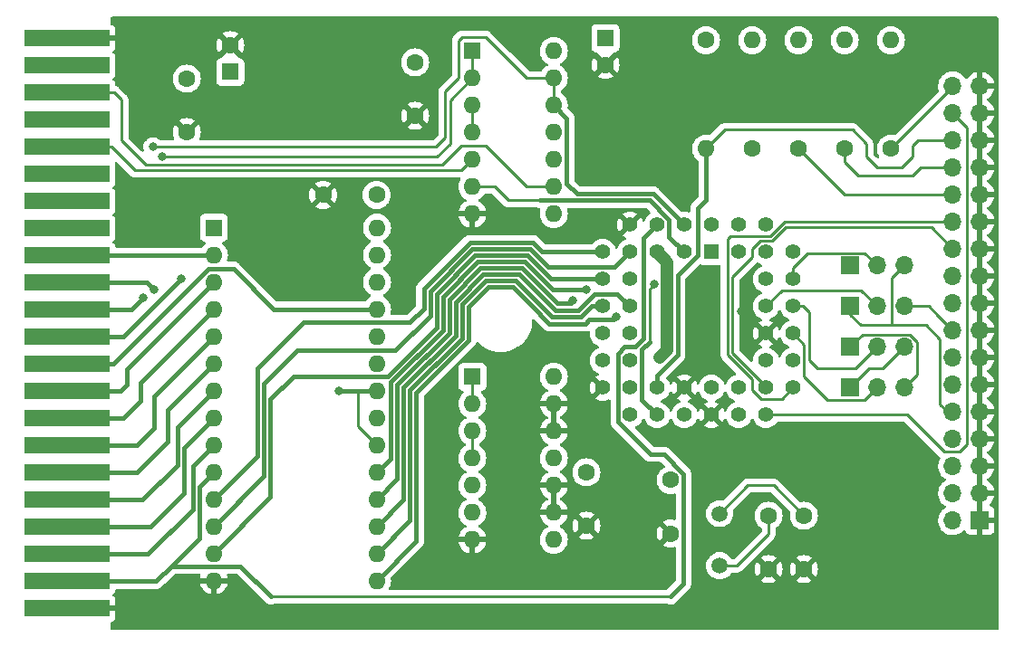
<source format=gbl>
%TF.GenerationSoftware,KiCad,Pcbnew,(6.0.0)*%
%TF.CreationDate,2022-03-13T19:40:46-04:00*%
%TF.ProjectId,TIB-Clone,5449422d-436c-46f6-9e65-2e6b69636164,rev?*%
%TF.SameCoordinates,Original*%
%TF.FileFunction,Copper,L2,Bot*%
%TF.FilePolarity,Positive*%
%FSLAX46Y46*%
G04 Gerber Fmt 4.6, Leading zero omitted, Abs format (unit mm)*
G04 Created by KiCad (PCBNEW (6.0.0)) date 2022-03-13 19:40:46*
%MOMM*%
%LPD*%
G01*
G04 APERTURE LIST*
%TA.AperFunction,ComponentPad*%
%ADD10C,1.600000*%
%TD*%
%TA.AperFunction,ComponentPad*%
%ADD11O,1.600000X1.600000*%
%TD*%
%TA.AperFunction,SMDPad,CuDef*%
%ADD12R,8.000000X1.524000*%
%TD*%
%TA.AperFunction,ComponentPad*%
%ADD13R,1.600000X1.600000*%
%TD*%
%TA.AperFunction,ComponentPad*%
%ADD14R,1.700000X1.700000*%
%TD*%
%TA.AperFunction,ComponentPad*%
%ADD15O,1.700000X1.700000*%
%TD*%
%TA.AperFunction,ComponentPad*%
%ADD16C,1.500000*%
%TD*%
%TA.AperFunction,ComponentPad*%
%ADD17R,1.422400X1.422400*%
%TD*%
%TA.AperFunction,ComponentPad*%
%ADD18C,1.422400*%
%TD*%
%TA.AperFunction,ViaPad*%
%ADD19C,0.800000*%
%TD*%
%TA.AperFunction,Conductor*%
%ADD20C,0.400000*%
%TD*%
%TA.AperFunction,Conductor*%
%ADD21C,1.200000*%
%TD*%
%TA.AperFunction,Conductor*%
%ADD22C,0.250000*%
%TD*%
G04 APERTURE END LIST*
D10*
%TO.P,R2,1*%
%TO.N,\u002ATR00*%
X201930000Y-59944000D03*
D11*
%TO.P,R2,2*%
%TO.N,+5V*%
X201930000Y-49784000D03*
%TD*%
D10*
%TO.P,C3,1*%
%TO.N,GND*%
X199136000Y-99274000D03*
%TO.P,C3,2*%
%TO.N,Net-(C3-Pad2)*%
X199136000Y-94274000D03*
%TD*%
%TO.P,C7,1*%
%TO.N,+5V*%
X189992000Y-90932000D03*
%TO.P,C7,2*%
%TO.N,GND*%
X189992000Y-95932000D03*
%TD*%
D12*
%TO.P,EXP1,A,GND*%
%TO.N,GND*%
X133610774Y-49617500D03*
%TO.P,EXP1,B,/ROMH*%
%TO.N,unconnected-(EXP1-PadB)*%
X133610774Y-52157500D03*
%TO.P,EXP1,C,/RESET*%
%TO.N,~{RESET}*%
X133610774Y-54697500D03*
%TO.P,EXP1,D,/NMI*%
%TO.N,unconnected-(EXP1-PadD)*%
X133610774Y-57237500D03*
%TO.P,EXP1,E,PHI2*%
%TO.N,PHI2*%
X133610774Y-59777500D03*
%TO.P,EXP1,F,A15*%
%TO.N,unconnected-(EXP1-PadF)*%
X133610774Y-62317500D03*
%TO.P,EXP1,H,A14*%
%TO.N,unconnected-(EXP1-PadH)*%
X133610774Y-64857500D03*
%TO.P,EXP1,J,A13*%
%TO.N,unconnected-(EXP1-PadJ)*%
X133610774Y-67397500D03*
%TO.P,EXP1,K,A12*%
%TO.N,A12*%
X133610774Y-69937500D03*
%TO.P,EXP1,L,A11*%
%TO.N,A11*%
X133610774Y-72477500D03*
%TO.P,EXP1,M,A10*%
%TO.N,A10*%
X133610774Y-75017500D03*
%TO.P,EXP1,N,A9*%
%TO.N,A9*%
X133610774Y-77557500D03*
%TO.P,EXP1,P,A8*%
%TO.N,A8*%
X133610774Y-80097500D03*
%TO.P,EXP1,R,A7*%
%TO.N,A7*%
X133610774Y-82637500D03*
%TO.P,EXP1,S,A6*%
%TO.N,A6*%
X133610774Y-85177500D03*
%TO.P,EXP1,T,A5*%
%TO.N,A5*%
X133610774Y-87717500D03*
%TO.P,EXP1,U,A4*%
%TO.N,A4*%
X133610774Y-90257500D03*
%TO.P,EXP1,V,A3*%
%TO.N,A3*%
X133610774Y-92797500D03*
%TO.P,EXP1,W,A2*%
%TO.N,A2*%
X133610774Y-95337500D03*
%TO.P,EXP1,X,A1*%
%TO.N,A1*%
X133610774Y-97877500D03*
%TO.P,EXP1,Y,A0*%
%TO.N,A0*%
X133610774Y-100417500D03*
%TO.P,EXP1,Z,GND*%
%TO.N,GND*%
X133610774Y-102957500D03*
%TD*%
D13*
%TO.P,C1,1*%
%TO.N,+5V*%
X183896000Y-49594888D03*
D10*
%TO.P,C1,2*%
%TO.N,GND*%
X183896000Y-52094888D03*
%TD*%
%TO.P,R3,1*%
%TO.N,\u002AWP*%
X206248000Y-59944000D03*
D11*
%TO.P,R3,2*%
%TO.N,+5V*%
X206248000Y-49784000D03*
%TD*%
D14*
%TO.P,CN1,1,P1*%
%TO.N,GND*%
X218892500Y-94707500D03*
D15*
%TO.P,CN1,2,P2*%
%TO.N,unconnected-(CN1-Pad2)*%
X216352500Y-94707500D03*
%TO.P,CN1,3,P3*%
%TO.N,GND*%
X218892500Y-92167500D03*
%TO.P,CN1,4,P4*%
%TO.N,unconnected-(CN1-Pad4)*%
X216352500Y-92167500D03*
%TO.P,CN1,5,P5*%
%TO.N,GND*%
X218892500Y-89627500D03*
%TO.P,CN1,6,P6*%
%TO.N,\u002AHDL*%
X216352500Y-89627500D03*
%TO.P,CN1,7,P7*%
%TO.N,GND*%
X218892500Y-87087500D03*
%TO.P,CN1,8,P8*%
%TO.N,\u002AIDX*%
X216352500Y-87087500D03*
%TO.P,CN1,9,P9*%
%TO.N,GND*%
X218892500Y-84547500D03*
%TO.P,CN1,10,P10*%
%TO.N,Net-(CN1-Pad10)*%
X216352500Y-84547500D03*
%TO.P,CN1,11,P11*%
%TO.N,GND*%
X218892500Y-82007500D03*
%TO.P,CN1,12,P12*%
%TO.N,Net-(CN1-Pad12)*%
X216352500Y-82007500D03*
%TO.P,CN1,13,P13*%
%TO.N,GND*%
X218892500Y-79467500D03*
%TO.P,CN1,14,P14*%
%TO.N,Net-(CN1-Pad14)*%
X216352500Y-79467500D03*
%TO.P,CN1,15,P15*%
%TO.N,GND*%
X218892500Y-76927500D03*
%TO.P,CN1,16,P16*%
%TO.N,Net-(CN1-Pad16)*%
X216352500Y-76927500D03*
%TO.P,CN1,17,P17*%
%TO.N,GND*%
X218892500Y-74387500D03*
%TO.P,CN1,18,P18*%
%TO.N,\u002ADIRC*%
X216352500Y-74387500D03*
%TO.P,CN1,19,P19*%
%TO.N,GND*%
X218892500Y-71847500D03*
%TO.P,CN1,20,P20*%
%TO.N,\u002ASTEP*%
X216352500Y-71847500D03*
%TO.P,CN1,21,P21*%
%TO.N,GND*%
X218892500Y-69307500D03*
%TO.P,CN1,22,P22*%
%TO.N,\u002AWD*%
X216352500Y-69307500D03*
%TO.P,CN1,23,P23*%
%TO.N,GND*%
X218892500Y-66767500D03*
%TO.P,CN1,24,P24*%
%TO.N,\u002AWE*%
X216352500Y-66767500D03*
%TO.P,CN1,25,P25*%
%TO.N,GND*%
X218892500Y-64227500D03*
%TO.P,CN1,26,P26*%
%TO.N,\u002ATR00*%
X216352500Y-64227500D03*
%TO.P,CN1,27,P27*%
%TO.N,GND*%
X218892500Y-61687500D03*
%TO.P,CN1,28,P28*%
%TO.N,\u002AWP*%
X216352500Y-61687500D03*
%TO.P,CN1,29,P29*%
%TO.N,GND*%
X218892500Y-59147500D03*
%TO.P,CN1,30,P30*%
%TO.N,\u002ARDD*%
X216352500Y-59147500D03*
%TO.P,CN1,31,P31*%
%TO.N,GND*%
X218892500Y-56607500D03*
%TO.P,CN1,32,P32*%
%TO.N,\u002AHS*%
X216352500Y-56607500D03*
%TO.P,CN1,33,P33*%
%TO.N,GND*%
X218892500Y-54067500D03*
%TO.P,CN1,34,P34*%
%TO.N,\u002ADCHG*%
X216352500Y-54067500D03*
%TD*%
D14*
%TO.P,J2,1,Pin_1*%
%TO.N,Net-(CN1-Pad16)*%
X206771000Y-70866000D03*
D15*
%TO.P,J2,2,Pin_2*%
%TO.N,\u002AMO2*%
X209311000Y-70866000D03*
%TO.P,J2,3,Pin_3*%
%TO.N,Net-(CN1-Pad10)*%
X211851000Y-70866000D03*
%TD*%
D10*
%TO.P,C8,1*%
%TO.N,+5V*%
X162520000Y-64262000D03*
%TO.P,C8,2*%
%TO.N,GND*%
X157520000Y-64262000D03*
%TD*%
D13*
%TO.P,C4,1*%
%TO.N,+5V*%
X148844000Y-52744379D03*
D10*
%TO.P,C4,2*%
%TO.N,GND*%
X148844000Y-50244379D03*
%TD*%
D13*
%TO.P,U1,1,VPP*%
%TO.N,+5V*%
X147315000Y-67320000D03*
D11*
%TO.P,U1,2,A12*%
%TO.N,A12*%
X147315000Y-69860000D03*
%TO.P,U1,3,A7*%
%TO.N,A7*%
X147315000Y-72400000D03*
%TO.P,U1,4,A6*%
%TO.N,A6*%
X147315000Y-74940000D03*
%TO.P,U1,5,A5*%
%TO.N,A5*%
X147315000Y-77480000D03*
%TO.P,U1,6,A4*%
%TO.N,A4*%
X147315000Y-80020000D03*
%TO.P,U1,7,A3*%
%TO.N,A3*%
X147315000Y-82560000D03*
%TO.P,U1,8,A2*%
%TO.N,A2*%
X147315000Y-85100000D03*
%TO.P,U1,9,A1*%
%TO.N,A1*%
X147315000Y-87640000D03*
%TO.P,U1,10,A0*%
%TO.N,A0*%
X147315000Y-90180000D03*
%TO.P,U1,11,D0*%
%TO.N,D0*%
X147315000Y-92720000D03*
%TO.P,U1,12,D1*%
%TO.N,D1*%
X147315000Y-95260000D03*
%TO.P,U1,13,D2*%
%TO.N,D2*%
X147315000Y-97800000D03*
%TO.P,U1,14,GND*%
%TO.N,GND*%
X147315000Y-100340000D03*
%TO.P,U1,15,D3*%
%TO.N,D3*%
X162555000Y-100340000D03*
%TO.P,U1,16,D4*%
%TO.N,D4*%
X162555000Y-97800000D03*
%TO.P,U1,17,D5*%
%TO.N,D5*%
X162555000Y-95260000D03*
%TO.P,U1,18,D6*%
%TO.N,D6*%
X162555000Y-92720000D03*
%TO.P,U1,19,D7*%
%TO.N,D7*%
X162555000Y-90180000D03*
%TO.P,U1,20,~{CE}*%
%TO.N,ROML*%
X162555000Y-87640000D03*
%TO.P,U1,21,A10*%
%TO.N,A10*%
X162555000Y-85100000D03*
%TO.P,U1,22,~{OE}*%
%TO.N,ROML*%
X162555000Y-82560000D03*
%TO.P,U1,23,A11*%
%TO.N,A11*%
X162555000Y-80020000D03*
%TO.P,U1,24,A9*%
%TO.N,A9*%
X162555000Y-77480000D03*
%TO.P,U1,25,A8*%
%TO.N,A8*%
X162555000Y-74940000D03*
%TO.P,U1,26,NC*%
%TO.N,unconnected-(U1-Pad26)*%
X162555000Y-72400000D03*
%TO.P,U1,27,~{PGM}*%
%TO.N,+5V*%
X162555000Y-69860000D03*
%TO.P,U1,28,VCC*%
X162555000Y-67320000D03*
%TD*%
D13*
%TO.P,U3,1*%
%TO.N,IO2*%
X171460000Y-81275000D03*
D11*
%TO.P,U3,2*%
X171460000Y-83815000D03*
%TO.P,U3,3*%
%TO.N,Net-(U3-Pad3)*%
X171460000Y-86355000D03*
%TO.P,U3,4*%
X171460000Y-88895000D03*
%TO.P,U3,5*%
%TO.N,PHI2*%
X171460000Y-91435000D03*
%TO.P,U3,6*%
%TO.N,Net-(U3-Pad6)*%
X171460000Y-93975000D03*
%TO.P,U3,7,GND*%
%TO.N,GND*%
X171460000Y-96515000D03*
%TO.P,U3,8*%
%TO.N,unconnected-(U3-Pad8)*%
X179080000Y-96515000D03*
%TO.P,U3,9*%
%TO.N,GND*%
X179080000Y-93975000D03*
%TO.P,U3,10*%
X179080000Y-91435000D03*
%TO.P,U3,11*%
%TO.N,unconnected-(U3-Pad11)*%
X179080000Y-88895000D03*
%TO.P,U3,12*%
%TO.N,GND*%
X179080000Y-86355000D03*
%TO.P,U3,13*%
X179080000Y-83815000D03*
%TO.P,U3,14,VCC*%
%TO.N,+5V*%
X179080000Y-81275000D03*
%TD*%
D10*
%TO.P,C2,1*%
%TO.N,GND*%
X202438000Y-99274000D03*
%TO.P,C2,2*%
%TO.N,Net-(C2-Pad2)*%
X202438000Y-94274000D03*
%TD*%
%TO.P,R5,1*%
%TO.N,\u002ADCHG*%
X210566000Y-59944000D03*
D11*
%TO.P,R5,2*%
%TO.N,+5V*%
X210566000Y-49784000D03*
%TD*%
D10*
%TO.P,C5,1*%
%TO.N,+5V*%
X182118000Y-90210000D03*
%TO.P,C5,2*%
%TO.N,GND*%
X182118000Y-95210000D03*
%TD*%
D14*
%TO.P,J4,1,Pin_1*%
%TO.N,Net-(CN1-Pad12)*%
X206771000Y-78486000D03*
D15*
%TO.P,J4,2,Pin_2*%
%TO.N,\u002ADS2*%
X209311000Y-78486000D03*
%TO.P,J4,3,Pin_3*%
%TO.N,Net-(CN1-Pad14)*%
X211851000Y-78486000D03*
%TD*%
D16*
%TO.P,Q1,1,1*%
%TO.N,Net-(C2-Pad2)*%
X194564000Y-94070000D03*
%TO.P,Q1,2,2*%
%TO.N,Net-(C3-Pad2)*%
X194564000Y-98950000D03*
%TD*%
D17*
%TO.P,U4,1,~{RD}*%
%TO.N,\u002AFRD*%
X193802000Y-69596000D03*
D18*
%TO.P,U4,2,~{WR}*%
%TO.N,\u002AFWR*%
X191262000Y-67056000D03*
%TO.P,U4,3,~{CS}*%
%TO.N,\u002AFCS*%
X191262000Y-69596000D03*
%TO.P,U4,4,A0*%
%TO.N,A0*%
X188722000Y-67056000D03*
%TO.P,U4,5,~{CACK}*%
%TO.N,+5V*%
X188722000Y-69596000D03*
%TO.P,U4,6,TC*%
%TO.N,GND*%
X186182000Y-67056000D03*
%TO.P,U4,7,DB0*%
%TO.N,D0*%
X183642000Y-69596000D03*
%TO.P,U4,8,DB1*%
%TO.N,D1*%
X186182000Y-69596000D03*
%TO.P,U4,9,DB2*%
%TO.N,D2*%
X183642000Y-72136000D03*
%TO.P,U4,10,DB3*%
%TO.N,D3*%
X186182000Y-72136000D03*
%TO.P,U4,11,DB4*%
%TO.N,D4*%
X183642000Y-74676000D03*
%TO.P,U4,12,DB5*%
%TO.N,D5*%
X186182000Y-74676000D03*
%TO.P,U4,13,DB6*%
%TO.N,D6*%
X183642000Y-77216000D03*
%TO.P,U4,14,DB7*%
%TO.N,D7*%
X186182000Y-77216000D03*
%TO.P,U4,15,DMA*%
%TO.N,unconnected-(U4-Pad15)*%
X183642000Y-79756000D03*
%TO.P,U4,16,IRQ*%
%TO.N,unconnected-(U4-Pad16)*%
X186182000Y-79756000D03*
%TO.P,U4,17,~{DCHGEN}*%
%TO.N,GND*%
X183642000Y-82296000D03*
%TO.P,U4,18,~{LDOR}*%
%TO.N,+5V*%
X186182000Y-84836000D03*
%TO.P,U4,19,~{LDCR}*%
X186182000Y-82296000D03*
%TO.P,U4,20,RST*%
%TO.N,FRST*%
X188722000Y-84836000D03*
%TO.P,U4,21,~{RDD}*%
%TO.N,\u002ARDD*%
X188722000Y-82296000D03*
%TO.P,U4,22,~{XT2}*%
%TO.N,unconnected-(U4-Pad22)*%
X191262000Y-84836000D03*
%TO.P,U4,23,XT2*%
%TO.N,GND*%
X191262000Y-82296000D03*
%TO.P,U4,24,DRV*%
X193802000Y-84836000D03*
%TO.P,U4,25,~{XT1}*%
%TO.N,Net-(C2-Pad2)*%
X193802000Y-82296000D03*
%TO.P,U4,26,XT1*%
%TO.N,Net-(C3-Pad2)*%
X196342000Y-84836000D03*
%TO.P,U4,27,PCVAL*%
%TO.N,+5V*%
X196342000Y-82296000D03*
%TO.P,U4,28,~{HS}*%
%TO.N,\u002AHS*%
X198882000Y-84836000D03*
%TO.P,U4,29,~{WE}*%
%TO.N,\u002AWE*%
X201422000Y-82296000D03*
%TO.P,U4,30,~{WD}*%
%TO.N,\u002AWD*%
X198882000Y-82296000D03*
%TO.P,U4,31,~{DIR}*%
%TO.N,\u002ADIRC*%
X201422000Y-79756000D03*
%TO.P,U4,32,~{STEP}*%
%TO.N,\u002ASTEP*%
X198882000Y-79756000D03*
%TO.P,U4,33,~{DS1}*%
%TO.N,\u002ADS1*%
X201422000Y-77216000D03*
%TO.P,U4,34,VSS*%
%TO.N,GND*%
X198882000Y-77216000D03*
%TO.P,U4,35,DS2*%
%TO.N,\u002ADS2*%
X201422000Y-74676000D03*
%TO.P,U4,36,~{DS3}\u002C~{MO1}*%
%TO.N,\u002AMO1*%
X198882000Y-74676000D03*
%TO.P,U4,37,~{DS4}\u002C~{MO2}*%
%TO.N,\u002AMO2*%
X201422000Y-72136000D03*
%TO.P,U4,38,~{HDL}*%
%TO.N,\u002AHDL*%
X198882000Y-72136000D03*
%TO.P,U4,39,~{RPM}\u002C~{RWC}*%
%TO.N,unconnected-(U4-Pad39)*%
X201422000Y-69596000D03*
%TO.P,U4,40,~{DCHG}*%
%TO.N,\u002ADCHG*%
X198882000Y-67056000D03*
%TO.P,U4,41,~{WP}*%
%TO.N,\u002AWP*%
X198882000Y-69596000D03*
%TO.P,U4,42,~{TR00}*%
%TO.N,\u002ATR00*%
X196342000Y-67056000D03*
%TO.P,U4,43,IDX*%
%TO.N,\u002AIDX*%
X196342000Y-69596000D03*
%TO.P,U4,44,VCC*%
%TO.N,+5V*%
X193802000Y-67056000D03*
%TD*%
D14*
%TO.P,J1,1,Pin_1*%
%TO.N,Net-(CN1-Pad10)*%
X206771000Y-74676000D03*
D15*
%TO.P,J1,2,Pin_2*%
%TO.N,\u002AMO1*%
X209311000Y-74676000D03*
%TO.P,J1,3,Pin_3*%
%TO.N,Net-(CN1-Pad16)*%
X211851000Y-74676000D03*
%TD*%
D10*
%TO.P,R4,1*%
%TO.N,+5V*%
X193294000Y-49784000D03*
D11*
%TO.P,R4,2*%
%TO.N,\u002ARDD*%
X193294000Y-59944000D03*
%TD*%
D10*
%TO.P,C9,1*%
%TO.N,+5V*%
X144780000Y-53380000D03*
%TO.P,C9,2*%
%TO.N,GND*%
X144780000Y-58380000D03*
%TD*%
%TO.P,R1,1*%
%TO.N,\u002AIDX*%
X197612000Y-59944000D03*
D11*
%TO.P,R1,2*%
%TO.N,+5V*%
X197612000Y-49784000D03*
%TD*%
D10*
%TO.P,C6,1*%
%TO.N,+5V*%
X166116000Y-51856000D03*
%TO.P,C6,2*%
%TO.N,GND*%
X166116000Y-56856000D03*
%TD*%
D13*
%TO.P,U2,1*%
%TO.N,IO1*%
X171460000Y-50795000D03*
D11*
%TO.P,U2,2*%
X171460000Y-53335000D03*
%TO.P,U2,3*%
%TO.N,Net-(U2-Pad3)*%
X171460000Y-55875000D03*
%TO.P,U2,4*%
X171460000Y-58415000D03*
%TO.P,U2,5*%
%TO.N,PHI2*%
X171460000Y-60955000D03*
%TO.P,U2,6*%
%TO.N,\u002AFCS*%
X171460000Y-63495000D03*
%TO.P,U2,7,GND*%
%TO.N,GND*%
X171460000Y-66035000D03*
%TO.P,U2,8*%
%TO.N,FRST*%
X179080000Y-66035000D03*
%TO.P,U2,9*%
%TO.N,~{RESET}*%
X179080000Y-63495000D03*
%TO.P,U2,10*%
%TO.N,Net-(U3-Pad6)*%
X179080000Y-60955000D03*
%TO.P,U2,11*%
%TO.N,\u002AFRD*%
X179080000Y-58415000D03*
%TO.P,U2,12*%
%TO.N,\u002AFWR*%
X179080000Y-55875000D03*
%TO.P,U2,13*%
X179080000Y-53335000D03*
%TO.P,U2,14,VCC*%
%TO.N,+5V*%
X179080000Y-50795000D03*
%TD*%
D14*
%TO.P,J3,1,Pin_1*%
%TO.N,Net-(CN1-Pad14)*%
X206756000Y-82296000D03*
D15*
%TO.P,J3,2,Pin_2*%
%TO.N,\u002ADS1*%
X209296000Y-82296000D03*
%TO.P,J3,3,Pin_3*%
%TO.N,Net-(CN1-Pad12)*%
X211836000Y-82296000D03*
%TD*%
D19*
%TO.N,+5V*%
X188976000Y-79502000D03*
%TO.N,GND*%
X196596000Y-75184000D03*
X192024000Y-78740000D03*
X147828000Y-103632000D03*
X139446000Y-102870000D03*
X140208000Y-49530000D03*
%TO.N,\u002AFWR*%
X141644500Y-59777500D03*
%TO.N,IO1*%
X142494000Y-60706000D03*
%TO.N,ROML*%
X158994000Y-82560000D03*
%TO.N,D7*%
X182118000Y-73152000D03*
%TO.N,D6*%
X180848000Y-74168000D03*
%TO.N,D3*%
X184912000Y-75692000D03*
%TO.N,A11*%
X141732000Y-73152000D03*
%TO.N,A10*%
X140716000Y-73914000D03*
%TO.N,A9*%
X144272000Y-72136000D03*
%TO.N,FRST*%
X188468000Y-72644000D03*
%TD*%
D20*
%TO.N,\u002AFWR*%
X185003520Y-64170480D02*
X181264480Y-64170480D01*
D21*
%TO.N,+5V*%
X189667511Y-78810489D02*
X188976000Y-79502000D01*
X189667511Y-70541511D02*
X189667511Y-78810489D01*
X188722000Y-69596000D02*
X189667511Y-70541511D01*
D22*
%TO.N,Net-(C2-Pad2)*%
X194564000Y-94070000D02*
X197194000Y-91440000D01*
X199604000Y-91440000D02*
X202438000Y-94274000D01*
X197194000Y-91440000D02*
X199604000Y-91440000D01*
%TO.N,Net-(C3-Pad2)*%
X194564000Y-98950000D02*
X196198000Y-98950000D01*
X196198000Y-98950000D02*
X199136000Y-96012000D01*
X199136000Y-96012000D02*
X199136000Y-94274000D01*
%TO.N,Net-(CN1-Pad10)*%
X213868000Y-76454000D02*
X210820000Y-76454000D01*
X215172500Y-77758500D02*
X213868000Y-76454000D01*
X215865500Y-84547500D02*
X215172500Y-83854500D01*
X216352500Y-84547500D02*
X215865500Y-84547500D01*
X210820000Y-76454000D02*
X210676489Y-76310489D01*
X207772000Y-76454000D02*
X206771000Y-75453000D01*
X215172500Y-83854500D02*
X215172500Y-77758500D01*
X210676489Y-72040511D02*
X211851000Y-70866000D01*
X210820000Y-76454000D02*
X207772000Y-76454000D01*
X206771000Y-75453000D02*
X206771000Y-74676000D01*
X210676489Y-76310489D02*
X210676489Y-72040511D01*
%TO.N,Net-(CN1-Pad12)*%
X213025511Y-81106489D02*
X213025511Y-77999501D01*
X213025511Y-77999501D02*
X212337499Y-77311489D01*
X212337499Y-77311489D02*
X207945511Y-77311489D01*
X211836000Y-82296000D02*
X213025511Y-81106489D01*
X207945511Y-77311489D02*
X206771000Y-78486000D01*
%TO.N,Net-(CN1-Pad14)*%
X206756000Y-82296000D02*
X208534000Y-80518000D01*
X208534000Y-80518000D02*
X209819000Y-80518000D01*
X209819000Y-80518000D02*
X211851000Y-78486000D01*
%TO.N,Net-(CN1-Pad16)*%
X216352500Y-76927500D02*
X215000500Y-75575500D01*
X215000500Y-75575500D02*
X214101000Y-74676000D01*
X214101000Y-74676000D02*
X211851000Y-74676000D01*
%TO.N,\u002AWD*%
X198393711Y-68560289D02*
X199478147Y-68560289D01*
X195755809Y-79042091D02*
X195755809Y-71960191D01*
X195755809Y-71960191D02*
X197612000Y-70104000D01*
X197612000Y-69342000D02*
X198393711Y-68560289D01*
X199478147Y-68560289D02*
X200728436Y-67310000D01*
X198882000Y-82296000D02*
X198882000Y-82168282D01*
X214355000Y-67310000D02*
X216352500Y-69307500D01*
X197612000Y-70104000D02*
X197612000Y-69342000D01*
X198882000Y-82168282D02*
X195755809Y-79042091D01*
X200728436Y-67310000D02*
X214355000Y-67310000D01*
%TO.N,\u002AWE*%
X197612000Y-82490718D02*
X198452993Y-83331711D01*
X216352500Y-66767500D02*
X200635218Y-66767500D01*
X200635218Y-66767500D02*
X199311007Y-68091711D01*
X195306289Y-68345711D02*
X195306289Y-79228289D01*
X199311007Y-68091711D02*
X195560289Y-68091711D01*
X198452993Y-83331711D02*
X200386289Y-83331711D01*
X195560289Y-68091711D02*
X195306289Y-68345711D01*
X195306289Y-79228289D02*
X197612000Y-81534000D01*
X197612000Y-81534000D02*
X197612000Y-82490718D01*
X200386289Y-83331711D02*
X201422000Y-82296000D01*
%TO.N,\u002ATR00*%
X201930000Y-59944000D02*
X206213500Y-64227500D01*
X206213500Y-64227500D02*
X216352500Y-64227500D01*
%TO.N,\u002AWP*%
X212598000Y-62484000D02*
X213394500Y-61687500D01*
X206248000Y-59944000D02*
X206248000Y-61214000D01*
X213394500Y-61687500D02*
X216352500Y-61687500D01*
X206248000Y-61214000D02*
X207518000Y-62484000D01*
X207518000Y-62484000D02*
X212598000Y-62484000D01*
%TO.N,\u002ARDD*%
X206973022Y-58166000D02*
X208280000Y-59472978D01*
X212598000Y-60706000D02*
X212598000Y-59690000D01*
D20*
X190667031Y-71761753D02*
X190667031Y-79224503D01*
X193294000Y-64770000D02*
X192532000Y-65532000D01*
D22*
X209296000Y-61722000D02*
X211582000Y-61722000D01*
X208280000Y-59472978D02*
X208280000Y-60706000D01*
X213140500Y-59147500D02*
X216352500Y-59147500D01*
X208280000Y-60706000D02*
X209296000Y-61722000D01*
D20*
X192532000Y-65532000D02*
X192532000Y-69896784D01*
X190667031Y-79224503D02*
X188722000Y-81169534D01*
X193294000Y-59944000D02*
X193294000Y-64770000D01*
D22*
X195072000Y-58166000D02*
X206973022Y-58166000D01*
X211582000Y-61722000D02*
X212598000Y-60706000D01*
D20*
X188722000Y-81169534D02*
X188722000Y-82296000D01*
X192532000Y-69896784D02*
X190667031Y-71761753D01*
D22*
X212598000Y-59690000D02*
X213140500Y-59147500D01*
X193294000Y-59944000D02*
X195072000Y-58166000D01*
%TO.N,\u002AHS*%
X216352500Y-56607500D02*
X217678000Y-57933000D01*
X217678000Y-57933000D02*
X217678000Y-87613988D01*
X217678000Y-87613988D02*
X217029977Y-88262011D01*
X212090000Y-84836000D02*
X198882000Y-84836000D01*
X217029977Y-88262011D02*
X215516011Y-88262011D01*
X215516011Y-88262011D02*
X212090000Y-84836000D01*
%TO.N,\u002ADCHG*%
X210566000Y-59944000D02*
X216352500Y-54157500D01*
X216352500Y-54157500D02*
X216352500Y-54067500D01*
%TO.N,\u002AFWR*%
X170475978Y-49530000D02*
X172720000Y-49530000D01*
D20*
X188376480Y-64170480D02*
X191262000Y-67056000D01*
X180279511Y-63185511D02*
X180279511Y-58988489D01*
D22*
X168910000Y-58928000D02*
X168910000Y-54610000D01*
D20*
X180279511Y-57074511D02*
X179080000Y-55875000D01*
X180279511Y-58988489D02*
X180279511Y-57074511D01*
D22*
X168060500Y-59777500D02*
X168910000Y-58928000D01*
X176525000Y-53335000D02*
X179080000Y-53335000D01*
X168910000Y-54610000D02*
X170180000Y-53340000D01*
X170180000Y-53340000D02*
X170180000Y-49825978D01*
X179080000Y-55875000D02*
X179080000Y-53335000D01*
X168060500Y-59777500D02*
X141644500Y-59777500D01*
D20*
X185003520Y-64170480D02*
X188376480Y-64170480D01*
D22*
X172720000Y-49530000D02*
X176525000Y-53335000D01*
D20*
X181264480Y-64170480D02*
X180279511Y-63185511D01*
D22*
X170180000Y-49825978D02*
X170475978Y-49530000D01*
%TO.N,IO1*%
X169418000Y-55377000D02*
X171460000Y-53335000D01*
X171460000Y-50795000D02*
X171460000Y-53335000D01*
X142494000Y-60706000D02*
X168156614Y-60706000D01*
X168156614Y-60706000D02*
X169418000Y-59444614D01*
X169418000Y-59444614D02*
X169418000Y-55377000D01*
%TO.N,IO2*%
X171460000Y-81275000D02*
X171460000Y-83815000D01*
D20*
%TO.N,ROML*%
X158994000Y-82560000D02*
X160772000Y-82560000D01*
X160772000Y-82560000D02*
X162555000Y-82560000D01*
D22*
X160772000Y-85857000D02*
X160772000Y-82560000D01*
X162555000Y-87640000D02*
X160772000Y-85857000D01*
D20*
%TO.N,D7*%
X171980683Y-70499920D02*
X176335620Y-70499920D01*
X162555000Y-90180000D02*
X163830000Y-88905000D01*
X176335620Y-70499920D02*
X178987700Y-73152000D01*
X178987700Y-73152000D02*
X182118000Y-73152000D01*
X163830000Y-88905000D02*
X163830000Y-81788000D01*
X168715620Y-76902380D02*
X168715620Y-73764983D01*
X163830000Y-81788000D02*
X168715620Y-76902380D01*
X168715620Y-73764983D02*
X171980683Y-70499920D01*
%TO.N,D6*%
X176087290Y-71099440D02*
X179366925Y-74379075D01*
X180636925Y-74379075D02*
X180848000Y-74168000D01*
X164953551Y-81512298D02*
X169315140Y-77150710D01*
X169315140Y-77150710D02*
X169315140Y-74013312D01*
X172229012Y-71099440D02*
X176087290Y-71099440D01*
X162555000Y-92720000D02*
X164429520Y-90845480D01*
X179366925Y-74379075D02*
X180636925Y-74379075D01*
X169315140Y-74013312D02*
X172229012Y-71099440D01*
X164429520Y-90845480D02*
X164429520Y-82036330D01*
X164429520Y-82036330D02*
X164953551Y-81512298D01*
%TO.N,D5*%
X169914660Y-77399040D02*
X169914660Y-74261641D01*
X183491608Y-73509608D02*
X183237608Y-73509608D01*
X165029040Y-82284660D02*
X169914660Y-77399040D01*
X169914660Y-74261641D02*
X172477341Y-71698960D01*
X181308200Y-75092480D02*
X182891072Y-73509608D01*
X182891072Y-73509608D02*
X183491608Y-73509608D01*
X179232480Y-75092480D02*
X181308200Y-75092480D01*
X162555000Y-95260000D02*
X165029040Y-92785960D01*
X165029040Y-92785960D02*
X165029040Y-82284660D01*
X172477341Y-71698960D02*
X175838960Y-71698960D01*
X186182000Y-74676000D02*
X185015608Y-73509608D01*
X175838960Y-71698960D02*
X179232480Y-75092480D01*
X185015608Y-73509608D02*
X183491608Y-73509608D01*
%TO.N,D4*%
X165628560Y-82532990D02*
X170514180Y-77647370D01*
X182626000Y-74676000D02*
X183642000Y-74676000D01*
X165628560Y-94726440D02*
X165628560Y-82532990D01*
X170514180Y-74509970D02*
X172725670Y-72298480D01*
X170514180Y-77647370D02*
X170514180Y-74509970D01*
X181610000Y-75692000D02*
X182626000Y-74676000D01*
X172725670Y-72298480D02*
X175508330Y-72298480D01*
X178901850Y-75692000D02*
X181610000Y-75692000D01*
X162555000Y-97800000D02*
X165628560Y-94726440D01*
X175508330Y-72298480D02*
X178901850Y-75692000D01*
%TO.N,D3*%
X171113700Y-74758300D02*
X171113700Y-77895700D01*
X184912000Y-75692000D02*
X184658000Y-75946000D01*
X176911000Y-74549000D02*
X178653521Y-76291520D01*
X184658000Y-75946000D02*
X182372000Y-75946000D01*
X166228080Y-82781320D02*
X166228080Y-96666920D01*
X176911000Y-74549000D02*
X175260000Y-72898000D01*
X182026480Y-76291520D02*
X182372000Y-75946000D01*
X175260000Y-72898000D02*
X172974000Y-72898000D01*
X172974000Y-72898000D02*
X171113700Y-74758300D01*
X178653521Y-76291520D02*
X182026480Y-76291520D01*
X166228080Y-96666920D02*
X162555000Y-100340000D01*
X171113700Y-77895700D02*
X166228080Y-82781320D01*
%TO.N,D2*%
X147315000Y-97800000D02*
X152583040Y-92531960D01*
X168116100Y-76654050D02*
X168116100Y-73516653D01*
X163550639Y-81219511D02*
X168116100Y-76654050D01*
X168116100Y-73516653D02*
X171732354Y-69900400D01*
X152583040Y-92531960D02*
X152583040Y-83382960D01*
X154746489Y-81219511D02*
X163550639Y-81219511D01*
X171732354Y-69900400D02*
X176583950Y-69900400D01*
X176583950Y-69900400D02*
X178819550Y-72136000D01*
X152583040Y-83382960D02*
X154746489Y-81219511D01*
X178819550Y-72136000D02*
X183642000Y-72136000D01*
%TO.N,D1*%
X178556689Y-71025289D02*
X184752711Y-71025289D01*
X151983520Y-81950480D02*
X155113511Y-78820489D01*
X151983520Y-90591480D02*
X151983520Y-81950480D01*
X164257511Y-78820489D02*
X167516580Y-75561420D01*
X167516580Y-75561420D02*
X167516580Y-73268324D01*
X167516580Y-73268324D02*
X171484025Y-69300880D01*
X155113511Y-78820489D02*
X164257511Y-78820489D01*
X147315000Y-95260000D02*
X151983520Y-90591480D01*
X184752711Y-71025289D02*
X186182000Y-69596000D01*
X176832280Y-69300880D02*
X178556689Y-71025289D01*
X171484025Y-69300880D02*
X176832280Y-69300880D01*
%TO.N,D0*%
X165608000Y-76200000D02*
X166917060Y-74890940D01*
X155702000Y-76200000D02*
X165608000Y-76200000D01*
X166917060Y-74890940D02*
X166917060Y-73019994D01*
X171235696Y-68701360D02*
X177080610Y-68701360D01*
X151384000Y-88651000D02*
X151384000Y-80518000D01*
X151384000Y-80518000D02*
X155702000Y-76200000D01*
X147315000Y-92720000D02*
X151384000Y-88651000D01*
X177975250Y-69596000D02*
X183642000Y-69596000D01*
X177080610Y-68701360D02*
X177975250Y-69596000D01*
X166917060Y-73019994D02*
X171235696Y-68701360D01*
D22*
%TO.N,~{RESET}*%
X170942000Y-59690000D02*
X170434000Y-59690000D01*
X138684000Y-59182000D02*
X138684000Y-55372000D01*
X176535000Y-63495000D02*
X179080000Y-63495000D01*
X138684000Y-55372000D02*
X138009500Y-54697500D01*
X168656000Y-61468000D02*
X140970000Y-61468000D01*
X138009500Y-54697500D02*
X133610774Y-54697500D01*
X170434000Y-59690000D02*
X168656000Y-61468000D01*
X170942000Y-59690000D02*
X172730000Y-59690000D01*
X140970000Y-61468000D02*
X138684000Y-59182000D01*
X172730000Y-59690000D02*
X176535000Y-63495000D01*
%TO.N,PHI2*%
X133610774Y-59777500D02*
X137755500Y-59777500D01*
X170436500Y-61978500D02*
X171460000Y-60955000D01*
X137755500Y-59777500D02*
X139956500Y-61978500D01*
X139956500Y-61978500D02*
X170436500Y-61978500D01*
D20*
%TO.N,A12*%
X147237500Y-69937500D02*
X147315000Y-69860000D01*
X133610774Y-69937500D02*
X147237500Y-69937500D01*
%TO.N,A11*%
X141732000Y-73152000D02*
X141057500Y-72477500D01*
X141057500Y-72477500D02*
X133610774Y-72477500D01*
%TO.N,A10*%
X139612500Y-75017500D02*
X140716000Y-73914000D01*
X133610774Y-75017500D02*
X139612500Y-75017500D01*
%TO.N,A9*%
X138850500Y-77557500D02*
X144272000Y-72136000D01*
X133610774Y-77557500D02*
X138850500Y-77557500D01*
%TO.N,A8*%
X162555000Y-74940000D02*
X152918000Y-74940000D01*
X149178489Y-71200489D02*
X146818145Y-71200489D01*
X152918000Y-74940000D02*
X149178489Y-71200489D01*
X146818145Y-71200489D02*
X137921134Y-80097500D01*
X137921134Y-80097500D02*
X133610774Y-80097500D01*
%TO.N,A7*%
X139192000Y-80523000D02*
X139192000Y-82042000D01*
X138596500Y-82637500D02*
X133610774Y-82637500D01*
X139192000Y-82042000D02*
X138596500Y-82637500D01*
X147315000Y-72400000D02*
X139192000Y-80523000D01*
%TO.N,A6*%
X140422500Y-81832500D02*
X140422500Y-83526500D01*
X138850500Y-85177500D02*
X133610774Y-85177500D01*
X140422500Y-83526500D02*
X138850500Y-85098500D01*
X138850500Y-85098500D02*
X138850500Y-85177500D01*
X147315000Y-74940000D02*
X140422500Y-81832500D01*
%TO.N,A5*%
X147315000Y-77480000D02*
X141732000Y-83063000D01*
X141732000Y-83063000D02*
X141732000Y-86106000D01*
X141732000Y-86106000D02*
X140120500Y-87717500D01*
X140120500Y-87717500D02*
X133610774Y-87717500D01*
%TO.N,A4*%
X147315000Y-80020000D02*
X143002000Y-84333000D01*
X140120500Y-90257500D02*
X133610774Y-90257500D01*
X143002000Y-87376000D02*
X140120500Y-90257500D01*
X143002000Y-84333000D02*
X143002000Y-87376000D01*
%TO.N,A3*%
X140628500Y-92797500D02*
X133610774Y-92797500D01*
X143926480Y-89499520D02*
X140628500Y-92797500D01*
X147315000Y-82560000D02*
X143926480Y-85948520D01*
X143926480Y-85948520D02*
X143926480Y-89499520D01*
%TO.N,A2*%
X133610774Y-95337500D02*
X141390500Y-95337500D01*
X141390500Y-95337500D02*
X144526000Y-92202000D01*
X144526000Y-92202000D02*
X144526000Y-87889000D01*
X144526000Y-87889000D02*
X147315000Y-85100000D01*
%TO.N,A1*%
X145325980Y-93688020D02*
X145325980Y-89629020D01*
X133610774Y-97877500D02*
X141136500Y-97877500D01*
X141136500Y-97877500D02*
X145325980Y-93688020D01*
X145325980Y-89629020D02*
X147315000Y-87640000D01*
D22*
%TO.N,A0*%
X189992000Y-101854000D02*
X152654000Y-101854000D01*
D20*
X187452000Y-77724000D02*
X186690000Y-78486000D01*
X189357000Y-88519000D02*
X191191511Y-90353511D01*
X133610774Y-100417500D02*
X141898500Y-100417500D01*
X185071289Y-79088711D02*
X185071289Y-85503289D01*
X191191511Y-100654489D02*
X189992000Y-101854000D01*
X188722000Y-67056000D02*
X187452000Y-68326000D01*
X145925500Y-91569500D02*
X147315000Y-90180000D01*
X186690000Y-78486000D02*
X185674000Y-78486000D01*
X145925500Y-96390500D02*
X145925500Y-91569500D01*
X143383000Y-98933000D02*
X143449511Y-98999511D01*
X149799511Y-98999511D02*
X152654000Y-101854000D01*
X188087000Y-88519000D02*
X189357000Y-88519000D01*
X191191511Y-90353511D02*
X191191511Y-100654489D01*
X185674000Y-78486000D02*
X185071289Y-79088711D01*
X143383000Y-98933000D02*
X145925500Y-96390500D01*
X143449511Y-98999511D02*
X149799511Y-98999511D01*
X185071289Y-85503289D02*
X188087000Y-88519000D01*
X187452000Y-68326000D02*
X187452000Y-77724000D01*
X141898500Y-100417500D02*
X143383000Y-98933000D01*
D22*
%TO.N,\u002AMO1*%
X198882000Y-74676000D02*
X200386289Y-73171711D01*
X207806711Y-73171711D02*
X209311000Y-74676000D01*
X200386289Y-73171711D02*
X207806711Y-73171711D01*
%TO.N,\u002AMO2*%
X201422000Y-71060718D02*
X201422000Y-72136000D01*
X208136489Y-69691489D02*
X209311000Y-70866000D01*
X201422000Y-71060718D02*
X202791229Y-69691489D01*
X202791229Y-69691489D02*
X208136489Y-69691489D01*
%TO.N,\u002ADS1*%
X202457711Y-81260289D02*
X204667933Y-83470511D01*
X202457711Y-78251711D02*
X202457711Y-81260289D01*
X208121489Y-83470511D02*
X209296000Y-82296000D01*
X204667933Y-83470511D02*
X208121489Y-83470511D01*
X201422000Y-77216000D02*
X202457711Y-78251711D01*
%TO.N,\u002ADS2*%
X209311000Y-78486000D02*
X207279000Y-80518000D01*
X207279000Y-80518000D02*
X203708000Y-80518000D01*
X202907231Y-79717231D02*
X202907231Y-75222769D01*
X202907231Y-75222769D02*
X202360462Y-74676000D01*
X203708000Y-80518000D02*
X202907231Y-79717231D01*
X202360462Y-74676000D02*
X201422000Y-74676000D01*
D20*
%TO.N,FRST*%
X188722000Y-84836000D02*
X187292711Y-83406711D01*
D22*
X188468000Y-72644000D02*
X188002925Y-73109075D01*
X188002925Y-73109075D02*
X188002925Y-78020925D01*
D20*
X187292711Y-83406711D02*
X187292711Y-78731139D01*
X187292711Y-78731139D02*
X188002925Y-78020925D01*
D22*
%TO.N,Net-(U2-Pad3)*%
X171460000Y-55875000D02*
X171460000Y-58415000D01*
D20*
%TO.N,\u002AFCS*%
X191262000Y-69596000D02*
X189832711Y-68166711D01*
X188006784Y-64770000D02*
X177800000Y-64770000D01*
X189832711Y-66595927D02*
X188006784Y-64770000D01*
D22*
X177800000Y-64770000D02*
X174798978Y-64770000D01*
X173523978Y-63495000D02*
X171460000Y-63495000D01*
D20*
X189832711Y-68166711D02*
X189832711Y-66595927D01*
D22*
X174798978Y-64770000D02*
X173523978Y-63495000D01*
%TO.N,Net-(U3-Pad3)*%
X171460000Y-86355000D02*
X171460000Y-88895000D01*
%TD*%
%TA.AperFunction,Conductor*%
%TO.N,GND*%
G36*
X220536621Y-47605502D02*
G01*
X220583114Y-47659158D01*
X220594500Y-47711500D01*
X220594500Y-104863500D01*
X220574498Y-104931621D01*
X220520842Y-104978114D01*
X220468500Y-104989500D01*
X137794000Y-104989500D01*
X137725879Y-104969498D01*
X137679386Y-104915842D01*
X137668000Y-104863500D01*
X137668000Y-104327941D01*
X137688002Y-104259820D01*
X137741658Y-104213327D01*
X137749771Y-104209959D01*
X137848826Y-104172825D01*
X137864423Y-104164286D01*
X137966498Y-104087785D01*
X137979059Y-104075224D01*
X138055560Y-103973149D01*
X138064098Y-103957554D01*
X138109252Y-103837106D01*
X138112879Y-103821851D01*
X138118405Y-103770986D01*
X138118774Y-103764172D01*
X138118774Y-103229615D01*
X138114299Y-103214376D01*
X138112909Y-103213171D01*
X138105226Y-103211500D01*
X133482774Y-103211500D01*
X133414653Y-103191498D01*
X133368160Y-103137842D01*
X133356774Y-103085500D01*
X133356774Y-102829500D01*
X133376776Y-102761379D01*
X133430432Y-102714886D01*
X133482774Y-102703500D01*
X138100658Y-102703500D01*
X138115897Y-102699025D01*
X138117102Y-102697635D01*
X138118773Y-102689952D01*
X138118773Y-102150831D01*
X138118403Y-102144010D01*
X138112879Y-102093148D01*
X138109253Y-102077896D01*
X138064098Y-101957446D01*
X138055560Y-101941851D01*
X137979059Y-101839776D01*
X137966498Y-101827215D01*
X137915025Y-101788638D01*
X137872510Y-101731779D01*
X137867484Y-101660960D01*
X137901544Y-101598667D01*
X137915019Y-101586991D01*
X137974035Y-101542761D01*
X138061389Y-101426205D01*
X138112519Y-101289816D01*
X138113372Y-101281964D01*
X138113373Y-101281960D01*
X138118105Y-101238393D01*
X138145346Y-101172831D01*
X138203709Y-101132404D01*
X138243368Y-101126000D01*
X141869588Y-101126000D01*
X141878158Y-101126292D01*
X141928276Y-101129709D01*
X141928280Y-101129709D01*
X141935852Y-101130225D01*
X141943329Y-101128920D01*
X141943330Y-101128920D01*
X141969808Y-101124299D01*
X141998803Y-101119238D01*
X142005321Y-101118277D01*
X142068742Y-101110602D01*
X142075843Y-101107919D01*
X142078452Y-101107278D01*
X142094762Y-101102815D01*
X142097298Y-101102050D01*
X142104784Y-101100743D01*
X142163300Y-101075056D01*
X142169404Y-101072565D01*
X142222048Y-101052673D01*
X142222049Y-101052672D01*
X142229156Y-101049987D01*
X142235419Y-101045683D01*
X142237785Y-101044446D01*
X142252597Y-101036201D01*
X142254851Y-101034868D01*
X142261805Y-101031815D01*
X142312502Y-100992913D01*
X142317832Y-100989041D01*
X142364220Y-100957161D01*
X142364225Y-100957156D01*
X142370481Y-100952857D01*
X142411936Y-100906329D01*
X142416916Y-100901054D01*
X142711448Y-100606522D01*
X146032273Y-100606522D01*
X146079764Y-100783761D01*
X146083510Y-100794053D01*
X146175586Y-100991511D01*
X146181069Y-101001007D01*
X146306028Y-101179467D01*
X146313084Y-101187875D01*
X146467125Y-101341916D01*
X146475533Y-101348972D01*
X146653993Y-101473931D01*
X146663489Y-101479414D01*
X146860947Y-101571490D01*
X146871239Y-101575236D01*
X147043503Y-101621394D01*
X147057599Y-101621058D01*
X147061000Y-101613116D01*
X147061000Y-101607967D01*
X147569000Y-101607967D01*
X147572973Y-101621498D01*
X147581522Y-101622727D01*
X147758761Y-101575236D01*
X147769053Y-101571490D01*
X147966511Y-101479414D01*
X147976007Y-101473931D01*
X148154467Y-101348972D01*
X148162875Y-101341916D01*
X148316916Y-101187875D01*
X148323972Y-101179467D01*
X148448931Y-101001007D01*
X148454414Y-100991511D01*
X148546490Y-100794053D01*
X148550236Y-100783761D01*
X148596394Y-100611497D01*
X148596058Y-100597401D01*
X148588116Y-100594000D01*
X147587115Y-100594000D01*
X147571876Y-100598475D01*
X147570671Y-100599865D01*
X147569000Y-100607548D01*
X147569000Y-101607967D01*
X147061000Y-101607967D01*
X147061000Y-100612115D01*
X147056525Y-100596876D01*
X147055135Y-100595671D01*
X147047452Y-100594000D01*
X146047033Y-100594000D01*
X146033502Y-100597973D01*
X146032273Y-100606522D01*
X142711448Y-100606522D01*
X143573054Y-99744916D01*
X143635366Y-99710890D01*
X143662149Y-99708011D01*
X145968702Y-99708011D01*
X146036823Y-99728013D01*
X146083316Y-99781669D01*
X146093420Y-99851943D01*
X146084886Y-99880590D01*
X146085393Y-99880774D01*
X146079764Y-99896239D01*
X146033606Y-100068503D01*
X146033942Y-100082599D01*
X146041884Y-100086000D01*
X148582967Y-100086000D01*
X148596498Y-100082027D01*
X148597727Y-100073478D01*
X148550236Y-99896239D01*
X148544607Y-99880774D01*
X148546036Y-99880254D01*
X148536444Y-99817058D01*
X148565430Y-99752248D01*
X148624853Y-99713397D01*
X148661298Y-99708011D01*
X149453851Y-99708011D01*
X149521972Y-99728013D01*
X149542946Y-99744916D01*
X152183423Y-102385393D01*
X152284282Y-102464476D01*
X152440573Y-102535045D01*
X152448041Y-102536429D01*
X152448044Y-102536430D01*
X152555926Y-102556424D01*
X152609186Y-102566295D01*
X152616767Y-102565858D01*
X152616768Y-102565858D01*
X152662495Y-102563221D01*
X152780385Y-102556424D01*
X152944289Y-102506001D01*
X152950807Y-102502100D01*
X152957745Y-102499011D01*
X152958910Y-102501627D01*
X153010026Y-102487500D01*
X189635928Y-102487500D01*
X189688380Y-102498937D01*
X189688421Y-102498956D01*
X189694898Y-102502925D01*
X189702132Y-102505234D01*
X189702135Y-102505235D01*
X189851026Y-102552752D01*
X189851028Y-102552752D01*
X189858265Y-102555062D01*
X189865843Y-102555579D01*
X189865845Y-102555579D01*
X190021775Y-102566209D01*
X190021779Y-102566209D01*
X190029352Y-102566725D01*
X190036829Y-102565420D01*
X190036832Y-102565420D01*
X190158847Y-102544126D01*
X190198284Y-102537243D01*
X190355305Y-102468315D01*
X190459959Y-102388011D01*
X191672031Y-101175939D01*
X191678296Y-101170085D01*
X191716171Y-101137044D01*
X191721896Y-101132050D01*
X191758625Y-101079789D01*
X191762557Y-101074494D01*
X191801988Y-101024207D01*
X191805113Y-101017285D01*
X191806475Y-101015037D01*
X191814879Y-101000304D01*
X191816133Y-100997965D01*
X191820501Y-100991750D01*
X191823260Y-100984674D01*
X191823262Y-100984670D01*
X191843711Y-100932220D01*
X191846260Y-100926155D01*
X191872556Y-100867916D01*
X191873940Y-100860451D01*
X191874737Y-100857907D01*
X191879370Y-100841641D01*
X191880032Y-100839061D01*
X191882793Y-100831980D01*
X191891133Y-100768632D01*
X191892164Y-100762118D01*
X191902423Y-100706767D01*
X191903807Y-100699302D01*
X191900220Y-100637091D01*
X191900011Y-100629838D01*
X191900011Y-100360062D01*
X198414493Y-100360062D01*
X198423789Y-100372077D01*
X198474994Y-100407931D01*
X198484489Y-100413414D01*
X198681947Y-100505490D01*
X198692239Y-100509236D01*
X198902688Y-100565625D01*
X198913481Y-100567528D01*
X199130525Y-100586517D01*
X199141475Y-100586517D01*
X199358519Y-100567528D01*
X199369312Y-100565625D01*
X199579761Y-100509236D01*
X199590053Y-100505490D01*
X199787511Y-100413414D01*
X199797006Y-100407931D01*
X199849048Y-100371491D01*
X199857424Y-100361012D01*
X199856925Y-100360062D01*
X201716493Y-100360062D01*
X201725789Y-100372077D01*
X201776994Y-100407931D01*
X201786489Y-100413414D01*
X201983947Y-100505490D01*
X201994239Y-100509236D01*
X202204688Y-100565625D01*
X202215481Y-100567528D01*
X202432525Y-100586517D01*
X202443475Y-100586517D01*
X202660519Y-100567528D01*
X202671312Y-100565625D01*
X202881761Y-100509236D01*
X202892053Y-100505490D01*
X203089511Y-100413414D01*
X203099006Y-100407931D01*
X203151048Y-100371491D01*
X203159424Y-100361012D01*
X203152356Y-100347566D01*
X202450812Y-99646022D01*
X202436868Y-99638408D01*
X202435035Y-99638539D01*
X202428420Y-99642790D01*
X201722923Y-100348287D01*
X201716493Y-100360062D01*
X199856925Y-100360062D01*
X199850356Y-100347566D01*
X199148812Y-99646022D01*
X199134868Y-99638408D01*
X199133035Y-99638539D01*
X199126420Y-99642790D01*
X198420923Y-100348287D01*
X198414493Y-100360062D01*
X191900011Y-100360062D01*
X191900011Y-98950000D01*
X193300693Y-98950000D01*
X193319885Y-99169371D01*
X193376880Y-99382076D01*
X193408055Y-99448931D01*
X193467618Y-99576666D01*
X193467621Y-99576671D01*
X193469944Y-99581653D01*
X193473100Y-99586160D01*
X193473101Y-99586162D01*
X193560437Y-99710890D01*
X193596251Y-99762038D01*
X193751962Y-99917749D01*
X193932346Y-100044056D01*
X194131924Y-100137120D01*
X194344629Y-100194115D01*
X194564000Y-100213307D01*
X194783371Y-100194115D01*
X194996076Y-100137120D01*
X195195654Y-100044056D01*
X195376038Y-99917749D01*
X195531749Y-99762038D01*
X195619142Y-99637228D01*
X195674598Y-99592901D01*
X195722354Y-99583500D01*
X196119233Y-99583500D01*
X196130416Y-99584027D01*
X196137909Y-99585702D01*
X196145835Y-99585453D01*
X196145836Y-99585453D01*
X196205986Y-99583562D01*
X196209945Y-99583500D01*
X196237856Y-99583500D01*
X196241791Y-99583003D01*
X196241856Y-99582995D01*
X196253693Y-99582062D01*
X196285951Y-99581048D01*
X196289970Y-99580922D01*
X196297889Y-99580673D01*
X196317343Y-99575021D01*
X196336700Y-99571013D01*
X196348930Y-99569468D01*
X196348931Y-99569468D01*
X196356797Y-99568474D01*
X196364168Y-99565555D01*
X196364170Y-99565555D01*
X196397912Y-99552196D01*
X196409142Y-99548351D01*
X196443983Y-99538229D01*
X196443984Y-99538229D01*
X196451593Y-99536018D01*
X196458412Y-99531985D01*
X196458417Y-99531983D01*
X196469028Y-99525707D01*
X196486776Y-99517012D01*
X196505617Y-99509552D01*
X196541387Y-99483564D01*
X196551307Y-99477048D01*
X196582535Y-99458580D01*
X196582538Y-99458578D01*
X196589362Y-99454542D01*
X196603683Y-99440221D01*
X196618717Y-99427380D01*
X196628694Y-99420131D01*
X196635107Y-99415472D01*
X196663298Y-99381395D01*
X196671288Y-99372616D01*
X196764429Y-99279475D01*
X197823483Y-99279475D01*
X197842472Y-99496519D01*
X197844375Y-99507312D01*
X197900764Y-99717761D01*
X197904510Y-99728053D01*
X197996586Y-99925511D01*
X198002069Y-99935006D01*
X198038509Y-99987048D01*
X198048988Y-99995424D01*
X198062434Y-99988356D01*
X198763978Y-99286812D01*
X198770356Y-99275132D01*
X199500408Y-99275132D01*
X199500539Y-99276965D01*
X199504790Y-99283580D01*
X200210287Y-99989077D01*
X200222062Y-99995507D01*
X200234077Y-99986211D01*
X200269931Y-99935006D01*
X200275414Y-99925511D01*
X200367490Y-99728053D01*
X200371236Y-99717761D01*
X200427625Y-99507312D01*
X200429528Y-99496519D01*
X200448517Y-99279475D01*
X201125483Y-99279475D01*
X201144472Y-99496519D01*
X201146375Y-99507312D01*
X201202764Y-99717761D01*
X201206510Y-99728053D01*
X201298586Y-99925511D01*
X201304069Y-99935006D01*
X201340509Y-99987048D01*
X201350988Y-99995424D01*
X201364434Y-99988356D01*
X202065978Y-99286812D01*
X202072356Y-99275132D01*
X202802408Y-99275132D01*
X202802539Y-99276965D01*
X202806790Y-99283580D01*
X203512287Y-99989077D01*
X203524062Y-99995507D01*
X203536077Y-99986211D01*
X203571931Y-99935006D01*
X203577414Y-99925511D01*
X203669490Y-99728053D01*
X203673236Y-99717761D01*
X203729625Y-99507312D01*
X203731528Y-99496519D01*
X203750517Y-99279475D01*
X203750517Y-99268525D01*
X203731528Y-99051481D01*
X203729625Y-99040688D01*
X203673236Y-98830239D01*
X203669490Y-98819947D01*
X203577414Y-98622489D01*
X203571931Y-98612994D01*
X203535491Y-98560952D01*
X203525012Y-98552576D01*
X203511566Y-98559644D01*
X202810022Y-99261188D01*
X202802408Y-99275132D01*
X202072356Y-99275132D01*
X202073592Y-99272868D01*
X202073461Y-99271035D01*
X202069210Y-99264420D01*
X201363713Y-98558923D01*
X201351938Y-98552493D01*
X201339923Y-98561789D01*
X201304069Y-98612994D01*
X201298586Y-98622489D01*
X201206510Y-98819947D01*
X201202764Y-98830239D01*
X201146375Y-99040688D01*
X201144472Y-99051481D01*
X201125483Y-99268525D01*
X201125483Y-99279475D01*
X200448517Y-99279475D01*
X200448517Y-99268525D01*
X200429528Y-99051481D01*
X200427625Y-99040688D01*
X200371236Y-98830239D01*
X200367490Y-98819947D01*
X200275414Y-98622489D01*
X200269931Y-98612994D01*
X200233491Y-98560952D01*
X200223012Y-98552576D01*
X200209566Y-98559644D01*
X199508022Y-99261188D01*
X199500408Y-99275132D01*
X198770356Y-99275132D01*
X198771592Y-99272868D01*
X198771461Y-99271035D01*
X198767210Y-99264420D01*
X198061713Y-98558923D01*
X198049938Y-98552493D01*
X198037923Y-98561789D01*
X198002069Y-98612994D01*
X197996586Y-98622489D01*
X197904510Y-98819947D01*
X197900764Y-98830239D01*
X197844375Y-99040688D01*
X197842472Y-99051481D01*
X197823483Y-99268525D01*
X197823483Y-99279475D01*
X196764429Y-99279475D01*
X197856916Y-98186988D01*
X198414576Y-98186988D01*
X198421644Y-98200434D01*
X199123188Y-98901978D01*
X199137132Y-98909592D01*
X199138965Y-98909461D01*
X199145580Y-98905210D01*
X199851077Y-98199713D01*
X199857507Y-98187938D01*
X199856772Y-98186988D01*
X201716576Y-98186988D01*
X201723644Y-98200434D01*
X202425188Y-98901978D01*
X202439132Y-98909592D01*
X202440965Y-98909461D01*
X202447580Y-98905210D01*
X203153077Y-98199713D01*
X203159507Y-98187938D01*
X203150211Y-98175923D01*
X203099006Y-98140069D01*
X203089511Y-98134586D01*
X202892053Y-98042510D01*
X202881761Y-98038764D01*
X202671312Y-97982375D01*
X202660519Y-97980472D01*
X202443475Y-97961483D01*
X202432525Y-97961483D01*
X202215481Y-97980472D01*
X202204688Y-97982375D01*
X201994239Y-98038764D01*
X201983947Y-98042510D01*
X201786489Y-98134586D01*
X201776994Y-98140069D01*
X201724952Y-98176509D01*
X201716576Y-98186988D01*
X199856772Y-98186988D01*
X199848211Y-98175923D01*
X199797006Y-98140069D01*
X199787511Y-98134586D01*
X199590053Y-98042510D01*
X199579761Y-98038764D01*
X199369312Y-97982375D01*
X199358519Y-97980472D01*
X199141475Y-97961483D01*
X199130525Y-97961483D01*
X198913481Y-97980472D01*
X198902688Y-97982375D01*
X198692239Y-98038764D01*
X198681947Y-98042510D01*
X198484489Y-98134586D01*
X198474994Y-98140069D01*
X198422952Y-98176509D01*
X198414576Y-98186988D01*
X197856916Y-98186988D01*
X199528247Y-96515657D01*
X199536537Y-96508113D01*
X199543018Y-96504000D01*
X199589659Y-96454332D01*
X199592413Y-96451491D01*
X199612134Y-96431770D01*
X199614612Y-96428575D01*
X199622318Y-96419553D01*
X199640821Y-96399849D01*
X199652586Y-96387321D01*
X199662346Y-96369568D01*
X199673199Y-96353045D01*
X199676015Y-96349414D01*
X199685613Y-96337041D01*
X199703176Y-96296457D01*
X199708383Y-96285827D01*
X199729695Y-96247060D01*
X199731666Y-96239383D01*
X199731668Y-96239378D01*
X199734732Y-96227442D01*
X199741138Y-96208730D01*
X199746034Y-96197417D01*
X199749181Y-96190145D01*
X199756097Y-96146481D01*
X199758504Y-96134860D01*
X199767528Y-96099711D01*
X199767528Y-96099710D01*
X199769500Y-96092030D01*
X199769500Y-96071769D01*
X199771051Y-96052058D01*
X199771342Y-96050225D01*
X199774219Y-96032057D01*
X199770059Y-95988046D01*
X199769500Y-95976189D01*
X199769500Y-95493394D01*
X199789502Y-95425273D01*
X199823229Y-95390181D01*
X199975789Y-95283357D01*
X199975792Y-95283355D01*
X199980300Y-95280198D01*
X200142198Y-95118300D01*
X200148759Y-95108931D01*
X200228135Y-94995569D01*
X200273523Y-94930749D01*
X200275846Y-94925767D01*
X200275849Y-94925762D01*
X200367961Y-94728225D01*
X200367961Y-94728224D01*
X200370284Y-94723243D01*
X200374503Y-94707500D01*
X200428119Y-94507402D01*
X200428119Y-94507400D01*
X200429543Y-94502087D01*
X200449498Y-94274000D01*
X200429543Y-94045913D01*
X200414561Y-93990000D01*
X200371707Y-93830067D01*
X200371706Y-93830065D01*
X200370284Y-93824757D01*
X200364334Y-93811997D01*
X200275849Y-93622238D01*
X200275846Y-93622233D01*
X200273523Y-93617251D01*
X200182515Y-93487278D01*
X200145357Y-93434211D01*
X200145355Y-93434208D01*
X200142198Y-93429700D01*
X199980300Y-93267802D01*
X199975792Y-93264645D01*
X199975789Y-93264643D01*
X199860766Y-93184103D01*
X199792749Y-93136477D01*
X199787767Y-93134154D01*
X199787762Y-93134151D01*
X199590225Y-93042039D01*
X199590224Y-93042039D01*
X199585243Y-93039716D01*
X199579935Y-93038294D01*
X199579933Y-93038293D01*
X199369402Y-92981881D01*
X199369400Y-92981881D01*
X199364087Y-92980457D01*
X199136000Y-92960502D01*
X198907913Y-92980457D01*
X198902600Y-92981881D01*
X198902598Y-92981881D01*
X198692067Y-93038293D01*
X198692065Y-93038294D01*
X198686757Y-93039716D01*
X198681776Y-93042039D01*
X198681775Y-93042039D01*
X198484238Y-93134151D01*
X198484233Y-93134154D01*
X198479251Y-93136477D01*
X198411234Y-93184103D01*
X198296211Y-93264643D01*
X198296208Y-93264645D01*
X198291700Y-93267802D01*
X198129802Y-93429700D01*
X198126645Y-93434208D01*
X198126643Y-93434211D01*
X198089485Y-93487278D01*
X197998477Y-93617251D01*
X197996154Y-93622233D01*
X197996151Y-93622238D01*
X197907666Y-93811997D01*
X197901716Y-93824757D01*
X197900294Y-93830065D01*
X197900293Y-93830067D01*
X197857439Y-93990000D01*
X197842457Y-94045913D01*
X197822502Y-94274000D01*
X197842457Y-94502087D01*
X197843881Y-94507400D01*
X197843881Y-94507402D01*
X197897498Y-94707500D01*
X197901716Y-94723243D01*
X197904039Y-94728224D01*
X197904039Y-94728225D01*
X197996151Y-94925762D01*
X197996154Y-94925767D01*
X197998477Y-94930749D01*
X198043865Y-94995569D01*
X198123242Y-95108931D01*
X198129802Y-95118300D01*
X198291700Y-95280198D01*
X198296208Y-95283355D01*
X198296211Y-95283357D01*
X198448771Y-95390181D01*
X198493099Y-95445638D01*
X198502500Y-95493394D01*
X198502500Y-95697405D01*
X198482498Y-95765526D01*
X198465595Y-95786500D01*
X195972500Y-98279595D01*
X195910188Y-98313621D01*
X195883405Y-98316500D01*
X195722354Y-98316500D01*
X195654233Y-98296498D01*
X195619141Y-98262771D01*
X195577553Y-98203376D01*
X195566743Y-98187938D01*
X195534908Y-98142473D01*
X195534906Y-98142470D01*
X195531749Y-98137962D01*
X195376038Y-97982251D01*
X195346379Y-97961483D01*
X195296759Y-97926739D01*
X195195654Y-97855944D01*
X194996076Y-97762880D01*
X194783371Y-97705885D01*
X194564000Y-97686693D01*
X194344629Y-97705885D01*
X194131924Y-97762880D01*
X194060053Y-97796394D01*
X193937334Y-97853618D01*
X193937329Y-97853621D01*
X193932347Y-97855944D01*
X193927840Y-97859100D01*
X193927838Y-97859101D01*
X193756473Y-97979092D01*
X193756470Y-97979094D01*
X193751962Y-97982251D01*
X193596251Y-98137962D01*
X193593094Y-98142470D01*
X193593092Y-98142473D01*
X193474632Y-98311652D01*
X193469944Y-98318347D01*
X193467621Y-98323329D01*
X193467618Y-98323334D01*
X193450029Y-98361054D01*
X193376880Y-98517924D01*
X193319885Y-98730629D01*
X193300693Y-98950000D01*
X191900011Y-98950000D01*
X191900011Y-94070000D01*
X193300693Y-94070000D01*
X193319885Y-94289371D01*
X193376880Y-94502076D01*
X193398758Y-94548994D01*
X193467618Y-94696666D01*
X193467621Y-94696671D01*
X193469944Y-94701653D01*
X193473100Y-94706160D01*
X193473101Y-94706162D01*
X193562971Y-94834509D01*
X193596251Y-94882038D01*
X193751962Y-95037749D01*
X193932346Y-95164056D01*
X194131924Y-95257120D01*
X194344629Y-95314115D01*
X194564000Y-95333307D01*
X194783371Y-95314115D01*
X194996076Y-95257120D01*
X195195654Y-95164056D01*
X195376038Y-95037749D01*
X195531749Y-94882038D01*
X195565030Y-94834509D01*
X195654899Y-94706162D01*
X195654900Y-94706160D01*
X195658056Y-94701653D01*
X195660379Y-94696671D01*
X195660382Y-94696666D01*
X195729242Y-94548994D01*
X195751120Y-94502076D01*
X195808115Y-94289371D01*
X195827307Y-94070000D01*
X195808115Y-93850629D01*
X195806692Y-93845319D01*
X195806691Y-93845312D01*
X195799716Y-93819281D01*
X195801406Y-93748304D01*
X195832328Y-93697576D01*
X197419499Y-92110405D01*
X197481811Y-92076379D01*
X197508594Y-92073500D01*
X199289406Y-92073500D01*
X199357527Y-92093502D01*
X199378501Y-92110405D01*
X201128848Y-93860752D01*
X201162874Y-93923064D01*
X201161459Y-93982459D01*
X201145882Y-94040591D01*
X201145881Y-94040598D01*
X201144457Y-94045913D01*
X201124502Y-94274000D01*
X201144457Y-94502087D01*
X201145881Y-94507400D01*
X201145881Y-94507402D01*
X201199498Y-94707500D01*
X201203716Y-94723243D01*
X201206039Y-94728224D01*
X201206039Y-94728225D01*
X201298151Y-94925762D01*
X201298154Y-94925767D01*
X201300477Y-94930749D01*
X201345865Y-94995569D01*
X201425242Y-95108931D01*
X201431802Y-95118300D01*
X201593700Y-95280198D01*
X201598208Y-95283355D01*
X201598211Y-95283357D01*
X201639909Y-95312554D01*
X201781251Y-95411523D01*
X201786233Y-95413846D01*
X201786238Y-95413849D01*
X201933692Y-95482607D01*
X201988757Y-95508284D01*
X201994065Y-95509706D01*
X201994067Y-95509707D01*
X202204598Y-95566119D01*
X202204600Y-95566119D01*
X202209913Y-95567543D01*
X202438000Y-95587498D01*
X202666087Y-95567543D01*
X202671400Y-95566119D01*
X202671402Y-95566119D01*
X202881933Y-95509707D01*
X202881935Y-95509706D01*
X202887243Y-95508284D01*
X202942308Y-95482607D01*
X203089762Y-95413849D01*
X203089767Y-95413846D01*
X203094749Y-95411523D01*
X203236091Y-95312554D01*
X203277789Y-95283357D01*
X203277792Y-95283355D01*
X203282300Y-95280198D01*
X203444198Y-95118300D01*
X203450759Y-95108931D01*
X203530135Y-94995569D01*
X203575523Y-94930749D01*
X203577846Y-94925767D01*
X203577849Y-94925762D01*
X203669961Y-94728225D01*
X203669961Y-94728224D01*
X203672284Y-94723243D01*
X203676503Y-94707500D01*
X203730119Y-94507402D01*
X203730119Y-94507400D01*
X203731543Y-94502087D01*
X203751498Y-94274000D01*
X203731543Y-94045913D01*
X203716561Y-93990000D01*
X203673707Y-93830067D01*
X203673706Y-93830065D01*
X203672284Y-93824757D01*
X203666334Y-93811997D01*
X203577849Y-93622238D01*
X203577846Y-93622233D01*
X203575523Y-93617251D01*
X203484515Y-93487278D01*
X203447357Y-93434211D01*
X203447355Y-93434208D01*
X203444198Y-93429700D01*
X203282300Y-93267802D01*
X203277792Y-93264645D01*
X203277789Y-93264643D01*
X203162766Y-93184103D01*
X203094749Y-93136477D01*
X203089767Y-93134154D01*
X203089762Y-93134151D01*
X202892225Y-93042039D01*
X202892224Y-93042039D01*
X202887243Y-93039716D01*
X202881935Y-93038294D01*
X202881933Y-93038293D01*
X202671402Y-92981881D01*
X202671400Y-92981881D01*
X202666087Y-92980457D01*
X202438000Y-92960502D01*
X202209913Y-92980457D01*
X202146458Y-92997460D01*
X202075482Y-92995770D01*
X202024753Y-92964848D01*
X200107652Y-91047747D01*
X200100112Y-91039461D01*
X200096000Y-91032982D01*
X200073250Y-91011618D01*
X200046349Y-90986357D01*
X200043507Y-90983602D01*
X200023770Y-90963865D01*
X200020573Y-90961385D01*
X200011551Y-90953680D01*
X199979321Y-90923414D01*
X199972375Y-90919595D01*
X199972372Y-90919593D01*
X199961566Y-90913652D01*
X199945047Y-90902801D01*
X199940529Y-90899297D01*
X199929041Y-90890386D01*
X199921772Y-90887241D01*
X199921768Y-90887238D01*
X199888463Y-90872826D01*
X199877813Y-90867609D01*
X199839060Y-90846305D01*
X199819437Y-90841267D01*
X199800734Y-90834863D01*
X199789420Y-90829967D01*
X199789419Y-90829967D01*
X199782145Y-90826819D01*
X199774322Y-90825580D01*
X199774312Y-90825577D01*
X199738476Y-90819901D01*
X199726856Y-90817495D01*
X199691711Y-90808472D01*
X199691710Y-90808472D01*
X199684030Y-90806500D01*
X199663776Y-90806500D01*
X199644065Y-90804949D01*
X199631886Y-90803020D01*
X199624057Y-90801780D01*
X199594786Y-90804547D01*
X199580039Y-90805941D01*
X199568181Y-90806500D01*
X197272768Y-90806500D01*
X197261585Y-90805973D01*
X197254092Y-90804298D01*
X197246166Y-90804547D01*
X197246165Y-90804547D01*
X197186002Y-90806438D01*
X197182044Y-90806500D01*
X197154144Y-90806500D01*
X197150154Y-90807004D01*
X197138320Y-90807936D01*
X197094111Y-90809326D01*
X197086495Y-90811539D01*
X197086493Y-90811539D01*
X197074652Y-90814979D01*
X197055293Y-90818988D01*
X197053983Y-90819154D01*
X197035203Y-90821526D01*
X197027837Y-90824442D01*
X197027831Y-90824444D01*
X196994098Y-90837800D01*
X196982868Y-90841645D01*
X196966828Y-90846305D01*
X196940407Y-90853981D01*
X196933584Y-90858016D01*
X196922966Y-90864295D01*
X196905213Y-90872992D01*
X196897568Y-90876019D01*
X196886383Y-90880448D01*
X196874033Y-90889421D01*
X196850612Y-90906437D01*
X196840695Y-90912951D01*
X196802638Y-90935458D01*
X196788317Y-90949779D01*
X196773284Y-90962619D01*
X196756893Y-90974528D01*
X196729594Y-91007527D01*
X196728702Y-91008605D01*
X196720712Y-91017384D01*
X194936423Y-92801672D01*
X194874111Y-92835698D01*
X194814717Y-92834284D01*
X194788685Y-92827309D01*
X194788686Y-92827309D01*
X194783371Y-92825885D01*
X194564000Y-92806693D01*
X194344629Y-92825885D01*
X194131924Y-92882880D01*
X194078796Y-92907654D01*
X193937334Y-92973618D01*
X193937329Y-92973621D01*
X193932347Y-92975944D01*
X193927840Y-92979100D01*
X193927838Y-92979101D01*
X193756473Y-93099092D01*
X193756470Y-93099094D01*
X193751962Y-93102251D01*
X193596251Y-93257962D01*
X193593094Y-93262470D01*
X193593092Y-93262473D01*
X193473917Y-93432673D01*
X193469944Y-93438347D01*
X193467621Y-93443329D01*
X193467618Y-93443334D01*
X193438397Y-93506000D01*
X193376880Y-93637924D01*
X193319885Y-93850629D01*
X193300693Y-94070000D01*
X191900011Y-94070000D01*
X191900011Y-90382423D01*
X191900303Y-90373853D01*
X191903720Y-90323735D01*
X191903720Y-90323731D01*
X191904236Y-90316159D01*
X191901527Y-90300634D01*
X191893251Y-90253219D01*
X191892288Y-90246693D01*
X191891155Y-90237329D01*
X191884613Y-90183269D01*
X191881927Y-90176161D01*
X191881290Y-90173567D01*
X191876829Y-90157261D01*
X191876059Y-90154710D01*
X191874753Y-90147227D01*
X191849072Y-90088723D01*
X191846580Y-90082616D01*
X191826684Y-90029963D01*
X191826684Y-90029962D01*
X191823998Y-90022855D01*
X191819695Y-90016594D01*
X191818458Y-90014228D01*
X191810231Y-89999448D01*
X191808880Y-89997163D01*
X191805826Y-89990206D01*
X191801206Y-89984186D01*
X191801203Y-89984180D01*
X191773504Y-89948084D01*
X191766924Y-89939509D01*
X191763052Y-89934179D01*
X191731172Y-89887791D01*
X191731167Y-89887786D01*
X191726868Y-89881530D01*
X191680340Y-89840075D01*
X191675065Y-89835095D01*
X189878450Y-88038480D01*
X189872596Y-88032215D01*
X189867059Y-88025868D01*
X189834561Y-87988615D01*
X189782280Y-87951871D01*
X189776986Y-87947939D01*
X189732693Y-87913209D01*
X189726718Y-87908524D01*
X189719802Y-87905401D01*
X189717516Y-87904017D01*
X189702835Y-87895643D01*
X189700475Y-87894378D01*
X189694261Y-87890010D01*
X189687182Y-87887250D01*
X189687180Y-87887249D01*
X189634725Y-87866798D01*
X189628656Y-87864247D01*
X189570427Y-87837955D01*
X189562960Y-87836571D01*
X189560405Y-87835770D01*
X189544152Y-87831141D01*
X189541572Y-87830478D01*
X189534491Y-87827718D01*
X189526960Y-87826727D01*
X189526958Y-87826726D01*
X189497339Y-87822827D01*
X189471139Y-87819378D01*
X189464641Y-87818348D01*
X189401814Y-87806704D01*
X189394234Y-87807141D01*
X189394233Y-87807141D01*
X189339608Y-87810291D01*
X189332354Y-87810500D01*
X188432660Y-87810500D01*
X188364539Y-87790498D01*
X188343565Y-87773595D01*
X186697809Y-86127839D01*
X186663783Y-86065527D01*
X186668848Y-85994712D01*
X186711395Y-85937876D01*
X186733655Y-85924549D01*
X186789189Y-85898654D01*
X186789195Y-85898651D01*
X186794180Y-85896326D01*
X186913648Y-85812673D01*
X186964492Y-85777072D01*
X186964495Y-85777070D01*
X186969003Y-85773913D01*
X187119913Y-85623003D01*
X187123180Y-85618338D01*
X187239169Y-85452688D01*
X187239170Y-85452686D01*
X187242326Y-85448179D01*
X187244649Y-85443197D01*
X187244652Y-85443192D01*
X187330195Y-85259744D01*
X187330198Y-85259737D01*
X187332521Y-85254755D01*
X187333742Y-85250197D01*
X187375692Y-85193222D01*
X187442014Y-85167883D01*
X187511505Y-85182423D01*
X187562105Y-85232225D01*
X187570180Y-85249907D01*
X187571479Y-85254755D01*
X187573802Y-85259737D01*
X187573805Y-85259744D01*
X187659348Y-85443192D01*
X187659351Y-85443197D01*
X187661674Y-85448179D01*
X187664830Y-85452686D01*
X187664831Y-85452688D01*
X187780821Y-85618338D01*
X187784087Y-85623003D01*
X187934997Y-85773913D01*
X187939505Y-85777070D01*
X187939508Y-85777072D01*
X187990352Y-85812673D01*
X188109820Y-85896326D01*
X188114802Y-85898649D01*
X188114807Y-85898652D01*
X188298263Y-85984198D01*
X188303245Y-85986521D01*
X188308553Y-85987943D01*
X188308555Y-85987944D01*
X188504077Y-86040334D01*
X188504079Y-86040334D01*
X188509392Y-86041758D01*
X188722000Y-86060359D01*
X188934608Y-86041758D01*
X188939921Y-86040334D01*
X188939923Y-86040334D01*
X189135445Y-85987944D01*
X189135447Y-85987943D01*
X189140755Y-85986521D01*
X189145737Y-85984198D01*
X189329193Y-85898652D01*
X189329198Y-85898649D01*
X189334180Y-85896326D01*
X189453648Y-85812673D01*
X189504492Y-85777072D01*
X189504495Y-85777070D01*
X189509003Y-85773913D01*
X189659913Y-85623003D01*
X189663180Y-85618338D01*
X189779169Y-85452688D01*
X189779170Y-85452686D01*
X189782326Y-85448179D01*
X189784649Y-85443197D01*
X189784652Y-85443192D01*
X189870195Y-85259744D01*
X189870198Y-85259737D01*
X189872521Y-85254755D01*
X189873742Y-85250197D01*
X189915692Y-85193222D01*
X189982014Y-85167883D01*
X190051505Y-85182423D01*
X190102105Y-85232225D01*
X190110180Y-85249907D01*
X190111479Y-85254755D01*
X190113802Y-85259737D01*
X190113805Y-85259744D01*
X190199348Y-85443192D01*
X190199351Y-85443197D01*
X190201674Y-85448179D01*
X190204830Y-85452686D01*
X190204831Y-85452688D01*
X190320821Y-85618338D01*
X190324087Y-85623003D01*
X190474997Y-85773913D01*
X190479505Y-85777070D01*
X190479508Y-85777072D01*
X190530352Y-85812673D01*
X190649820Y-85896326D01*
X190654802Y-85898649D01*
X190654807Y-85898652D01*
X190838263Y-85984198D01*
X190843245Y-85986521D01*
X190848553Y-85987943D01*
X190848555Y-85987944D01*
X191044077Y-86040334D01*
X191044079Y-86040334D01*
X191049392Y-86041758D01*
X191262000Y-86060359D01*
X191474608Y-86041758D01*
X191479921Y-86040334D01*
X191479923Y-86040334D01*
X191675445Y-85987944D01*
X191675447Y-85987943D01*
X191680755Y-85986521D01*
X191685737Y-85984198D01*
X191869193Y-85898652D01*
X191869198Y-85898649D01*
X191874180Y-85896326D01*
X191928484Y-85858302D01*
X193144252Y-85858302D01*
X193153548Y-85870317D01*
X193185566Y-85892737D01*
X193195056Y-85898215D01*
X193378431Y-85983724D01*
X193388727Y-85987472D01*
X193584168Y-86039841D01*
X193594957Y-86041743D01*
X193796525Y-86059378D01*
X193807475Y-86059378D01*
X194009043Y-86041743D01*
X194019832Y-86039841D01*
X194215273Y-85987472D01*
X194225569Y-85983724D01*
X194408944Y-85898215D01*
X194418434Y-85892737D01*
X194451291Y-85869730D01*
X194459665Y-85859254D01*
X194452596Y-85845806D01*
X193814812Y-85208022D01*
X193800868Y-85200408D01*
X193799035Y-85200539D01*
X193792420Y-85204790D01*
X193150682Y-85846528D01*
X193144252Y-85858302D01*
X191928484Y-85858302D01*
X191993648Y-85812673D01*
X192044492Y-85777072D01*
X192044495Y-85777070D01*
X192049003Y-85773913D01*
X192199913Y-85623003D01*
X192203180Y-85618338D01*
X192319169Y-85452688D01*
X192319170Y-85452686D01*
X192322326Y-85448179D01*
X192324649Y-85443197D01*
X192324652Y-85443192D01*
X192410198Y-85259737D01*
X192410199Y-85259736D01*
X192412521Y-85254755D01*
X192413898Y-85249615D01*
X192455961Y-85192488D01*
X192522282Y-85167150D01*
X192591774Y-85181691D01*
X192642372Y-85231494D01*
X192650667Y-85249657D01*
X192654273Y-85259563D01*
X192739783Y-85442941D01*
X192745266Y-85452436D01*
X192768269Y-85485288D01*
X192778748Y-85493664D01*
X192792194Y-85486596D01*
X193429978Y-84848812D01*
X193437592Y-84834868D01*
X193437461Y-84833035D01*
X193433210Y-84826420D01*
X192791473Y-84184683D01*
X192779698Y-84178253D01*
X192767683Y-84187549D01*
X192745266Y-84219564D01*
X192739783Y-84229059D01*
X192654273Y-84412437D01*
X192650667Y-84422343D01*
X192608572Y-84479513D01*
X192542250Y-84504850D01*
X192472759Y-84490308D01*
X192422161Y-84440505D01*
X192413916Y-84422449D01*
X192412521Y-84417245D01*
X192410195Y-84412256D01*
X192324652Y-84228808D01*
X192324649Y-84228803D01*
X192322326Y-84223821D01*
X192318203Y-84217933D01*
X192203072Y-84053508D01*
X192203070Y-84053505D01*
X192199913Y-84048997D01*
X192049003Y-83898087D01*
X192043424Y-83894180D01*
X191950338Y-83829001D01*
X191874180Y-83775674D01*
X191869198Y-83773351D01*
X191869193Y-83773348D01*
X191685737Y-83687802D01*
X191685736Y-83687802D01*
X191680755Y-83685479D01*
X191675615Y-83684102D01*
X191618488Y-83642039D01*
X191593150Y-83575718D01*
X191607691Y-83506226D01*
X191657494Y-83455628D01*
X191675657Y-83447333D01*
X191685563Y-83443727D01*
X191868944Y-83358215D01*
X191878434Y-83352737D01*
X191911291Y-83329730D01*
X191919665Y-83319254D01*
X191912596Y-83305806D01*
X191274812Y-82668022D01*
X191260868Y-82660408D01*
X191259035Y-82660539D01*
X191252420Y-82664790D01*
X190610682Y-83306528D01*
X190604252Y-83318302D01*
X190613548Y-83330317D01*
X190645566Y-83352737D01*
X190655056Y-83358215D01*
X190838437Y-83443727D01*
X190848343Y-83447333D01*
X190905513Y-83489428D01*
X190930850Y-83555750D01*
X190916308Y-83625241D01*
X190866505Y-83675839D01*
X190848449Y-83684084D01*
X190843245Y-83685479D01*
X190838264Y-83687801D01*
X190838263Y-83687802D01*
X190654808Y-83773348D01*
X190654803Y-83773351D01*
X190649821Y-83775674D01*
X190645314Y-83778830D01*
X190645312Y-83778831D01*
X190479508Y-83894928D01*
X190479505Y-83894930D01*
X190474997Y-83898087D01*
X190324087Y-84048997D01*
X190320930Y-84053505D01*
X190320928Y-84053508D01*
X190205797Y-84217933D01*
X190201674Y-84223821D01*
X190199351Y-84228803D01*
X190199348Y-84228808D01*
X190113805Y-84412256D01*
X190111479Y-84417245D01*
X190110258Y-84421803D01*
X190068308Y-84478778D01*
X190001986Y-84504117D01*
X189932495Y-84489577D01*
X189881895Y-84439775D01*
X189873820Y-84422093D01*
X189872521Y-84417245D01*
X189870195Y-84412256D01*
X189784652Y-84228808D01*
X189784649Y-84228803D01*
X189782326Y-84223821D01*
X189778203Y-84217933D01*
X189663072Y-84053508D01*
X189663070Y-84053505D01*
X189659913Y-84048997D01*
X189509003Y-83898087D01*
X189503424Y-83894180D01*
X189410338Y-83829001D01*
X189334180Y-83775674D01*
X189329198Y-83773351D01*
X189329193Y-83773348D01*
X189145744Y-83687805D01*
X189145740Y-83687804D01*
X189140755Y-83685479D01*
X189136197Y-83684258D01*
X189079222Y-83642308D01*
X189053883Y-83575986D01*
X189068423Y-83506495D01*
X189118225Y-83455895D01*
X189135907Y-83447820D01*
X189140755Y-83446521D01*
X189145740Y-83444196D01*
X189145744Y-83444195D01*
X189329193Y-83358652D01*
X189329198Y-83358649D01*
X189334180Y-83356326D01*
X189477173Y-83256201D01*
X189504492Y-83237072D01*
X189504495Y-83237070D01*
X189509003Y-83233913D01*
X189659913Y-83083003D01*
X189671638Y-83066259D01*
X189779169Y-82912688D01*
X189779170Y-82912686D01*
X189782326Y-82908179D01*
X189784649Y-82903197D01*
X189784652Y-82903192D01*
X189870198Y-82719737D01*
X189870199Y-82719736D01*
X189872521Y-82714755D01*
X189873898Y-82709615D01*
X189915961Y-82652488D01*
X189982282Y-82627150D01*
X190051774Y-82641691D01*
X190102372Y-82691494D01*
X190110667Y-82709657D01*
X190114273Y-82719563D01*
X190199783Y-82902941D01*
X190205266Y-82912436D01*
X190228269Y-82945288D01*
X190238748Y-82953664D01*
X190252194Y-82946596D01*
X190889978Y-82308812D01*
X190897592Y-82294868D01*
X190897461Y-82293035D01*
X190893210Y-82286420D01*
X190251473Y-81644683D01*
X190239698Y-81638253D01*
X190227683Y-81647549D01*
X190205266Y-81679564D01*
X190199783Y-81689059D01*
X190114273Y-81872437D01*
X190110667Y-81882343D01*
X190068572Y-81939513D01*
X190002250Y-81964850D01*
X189932759Y-81950308D01*
X189882161Y-81900505D01*
X189873916Y-81882449D01*
X189872521Y-81877245D01*
X189870195Y-81872256D01*
X189784652Y-81688808D01*
X189784649Y-81688803D01*
X189782326Y-81683821D01*
X189759933Y-81651840D01*
X189663072Y-81513508D01*
X189663070Y-81513505D01*
X189659913Y-81508997D01*
X189611305Y-81460389D01*
X189577279Y-81398077D01*
X189582344Y-81327262D01*
X189611305Y-81282199D01*
X189620756Y-81272748D01*
X190604336Y-81272748D01*
X190611404Y-81286194D01*
X191249188Y-81923978D01*
X191263132Y-81931592D01*
X191264965Y-81931461D01*
X191271580Y-81927210D01*
X191913318Y-81285472D01*
X191919748Y-81273698D01*
X191910452Y-81261683D01*
X191878434Y-81239263D01*
X191868944Y-81233785D01*
X191685569Y-81148276D01*
X191675273Y-81144528D01*
X191479832Y-81092159D01*
X191469043Y-81090257D01*
X191267475Y-81072622D01*
X191256525Y-81072622D01*
X191054957Y-81090257D01*
X191044168Y-81092159D01*
X190848727Y-81144528D01*
X190838431Y-81148276D01*
X190655059Y-81233783D01*
X190645564Y-81239266D01*
X190612712Y-81262269D01*
X190604336Y-81272748D01*
X189620756Y-81272748D01*
X190346605Y-80546900D01*
X191147559Y-79745946D01*
X191153824Y-79740092D01*
X191191695Y-79707055D01*
X191191696Y-79707054D01*
X191197416Y-79702064D01*
X191234167Y-79649774D01*
X191238059Y-79644532D01*
X191277507Y-79594221D01*
X191280631Y-79587302D01*
X191282019Y-79585010D01*
X191290388Y-79570338D01*
X191291653Y-79567978D01*
X191296021Y-79561764D01*
X191301048Y-79548872D01*
X191319233Y-79502228D01*
X191321790Y-79496145D01*
X191328231Y-79481882D01*
X191348076Y-79437930D01*
X191349461Y-79430457D01*
X191350265Y-79427891D01*
X191354886Y-79411668D01*
X191355551Y-79409076D01*
X191358313Y-79401994D01*
X191366653Y-79338642D01*
X191367685Y-79332126D01*
X191377942Y-79276784D01*
X191379326Y-79269317D01*
X191375740Y-79207123D01*
X191375531Y-79199870D01*
X191375531Y-72107413D01*
X191395533Y-72039292D01*
X191412436Y-72018318D01*
X192669017Y-70761738D01*
X192731329Y-70727712D01*
X192802145Y-70732777D01*
X192833674Y-70750005D01*
X192844095Y-70757815D01*
X192980484Y-70808945D01*
X193042666Y-70815700D01*
X194546789Y-70815700D01*
X194614910Y-70835702D01*
X194661403Y-70889358D01*
X194672789Y-70941700D01*
X194672789Y-79149522D01*
X194672262Y-79160705D01*
X194670587Y-79168198D01*
X194670836Y-79176124D01*
X194670836Y-79176125D01*
X194672727Y-79236275D01*
X194672789Y-79240234D01*
X194672789Y-79268145D01*
X194673286Y-79272079D01*
X194673286Y-79272080D01*
X194673294Y-79272145D01*
X194674227Y-79283982D01*
X194675616Y-79328178D01*
X194679793Y-79342555D01*
X194681267Y-79347628D01*
X194685276Y-79366989D01*
X194687815Y-79387086D01*
X194690734Y-79394457D01*
X194690734Y-79394459D01*
X194704093Y-79428201D01*
X194707938Y-79439431D01*
X194720271Y-79481882D01*
X194724304Y-79488701D01*
X194724306Y-79488706D01*
X194730582Y-79499317D01*
X194739277Y-79517065D01*
X194746737Y-79535906D01*
X194751399Y-79542322D01*
X194751399Y-79542323D01*
X194772725Y-79571676D01*
X194779241Y-79581596D01*
X194791691Y-79602647D01*
X194801747Y-79619651D01*
X194816068Y-79633972D01*
X194828908Y-79649005D01*
X194840817Y-79665396D01*
X194862018Y-79682935D01*
X194874894Y-79693587D01*
X194883673Y-79701577D01*
X196087811Y-80905716D01*
X196121837Y-80968028D01*
X196116772Y-81038844D01*
X196074225Y-81095679D01*
X196031328Y-81116518D01*
X195950791Y-81138098D01*
X195923245Y-81145479D01*
X195918264Y-81147801D01*
X195918263Y-81147802D01*
X195734808Y-81233348D01*
X195734803Y-81233351D01*
X195729821Y-81235674D01*
X195725314Y-81238830D01*
X195725312Y-81238831D01*
X195559508Y-81354928D01*
X195559505Y-81354930D01*
X195554997Y-81358087D01*
X195404087Y-81508997D01*
X195400930Y-81513505D01*
X195400928Y-81513508D01*
X195304067Y-81651840D01*
X195281674Y-81683821D01*
X195279351Y-81688803D01*
X195279348Y-81688808D01*
X195193805Y-81872256D01*
X195191479Y-81877245D01*
X195190258Y-81881803D01*
X195148308Y-81938778D01*
X195081986Y-81964117D01*
X195012495Y-81949577D01*
X194961895Y-81899775D01*
X194953820Y-81882093D01*
X194952521Y-81877245D01*
X194950195Y-81872256D01*
X194864652Y-81688808D01*
X194864649Y-81688803D01*
X194862326Y-81683821D01*
X194839933Y-81651840D01*
X194743072Y-81513508D01*
X194743070Y-81513505D01*
X194739913Y-81508997D01*
X194589003Y-81358087D01*
X194574491Y-81347925D01*
X194490338Y-81289001D01*
X194414180Y-81235674D01*
X194409198Y-81233351D01*
X194409193Y-81233348D01*
X194225737Y-81147802D01*
X194225736Y-81147802D01*
X194220755Y-81145479D01*
X194215447Y-81144057D01*
X194215445Y-81144056D01*
X194019923Y-81091666D01*
X194019921Y-81091666D01*
X194014608Y-81090242D01*
X193802000Y-81071641D01*
X193589392Y-81090242D01*
X193584079Y-81091666D01*
X193584077Y-81091666D01*
X193388555Y-81144056D01*
X193388553Y-81144057D01*
X193383245Y-81145479D01*
X193378264Y-81147801D01*
X193378263Y-81147802D01*
X193194808Y-81233348D01*
X193194803Y-81233351D01*
X193189821Y-81235674D01*
X193185314Y-81238830D01*
X193185312Y-81238831D01*
X193019508Y-81354928D01*
X193019505Y-81354930D01*
X193014997Y-81358087D01*
X192864087Y-81508997D01*
X192860930Y-81513505D01*
X192860928Y-81513508D01*
X192764067Y-81651840D01*
X192741674Y-81683821D01*
X192739351Y-81688803D01*
X192739348Y-81688808D01*
X192653805Y-81872256D01*
X192651479Y-81877245D01*
X192650102Y-81882385D01*
X192608039Y-81939512D01*
X192541718Y-81964850D01*
X192472226Y-81950309D01*
X192421628Y-81900506D01*
X192413333Y-81882343D01*
X192409727Y-81872437D01*
X192324217Y-81689059D01*
X192318734Y-81679564D01*
X192295731Y-81646712D01*
X192285252Y-81638336D01*
X192271806Y-81645404D01*
X191634022Y-82283188D01*
X191626408Y-82297132D01*
X191626539Y-82298965D01*
X191630790Y-82305580D01*
X192272527Y-82947317D01*
X192284302Y-82953747D01*
X192296317Y-82944451D01*
X192318734Y-82912436D01*
X192324217Y-82902941D01*
X192409727Y-82719563D01*
X192413333Y-82709657D01*
X192455428Y-82652487D01*
X192521750Y-82627150D01*
X192591241Y-82641692D01*
X192641839Y-82691495D01*
X192650084Y-82709551D01*
X192651479Y-82714755D01*
X192653801Y-82719736D01*
X192653802Y-82719737D01*
X192739348Y-82903192D01*
X192739351Y-82903197D01*
X192741674Y-82908179D01*
X192744830Y-82912686D01*
X192744831Y-82912688D01*
X192852363Y-83066259D01*
X192864087Y-83083003D01*
X193014997Y-83233913D01*
X193019505Y-83237070D01*
X193019508Y-83237072D01*
X193046827Y-83256201D01*
X193189820Y-83356326D01*
X193194802Y-83358649D01*
X193194807Y-83358652D01*
X193377253Y-83443727D01*
X193383245Y-83446521D01*
X193388385Y-83447898D01*
X193445512Y-83489961D01*
X193470850Y-83556282D01*
X193456309Y-83625774D01*
X193406506Y-83676372D01*
X193388343Y-83684667D01*
X193378437Y-83688273D01*
X193195059Y-83773783D01*
X193185564Y-83779266D01*
X193152712Y-83802269D01*
X193144336Y-83812748D01*
X193151404Y-83826194D01*
X193789188Y-84463978D01*
X193803132Y-84471592D01*
X193804965Y-84471461D01*
X193811580Y-84467210D01*
X194453318Y-83825472D01*
X194459748Y-83813698D01*
X194450452Y-83801683D01*
X194418434Y-83779263D01*
X194408944Y-83773785D01*
X194225563Y-83688273D01*
X194215657Y-83684667D01*
X194158487Y-83642572D01*
X194133150Y-83576250D01*
X194147692Y-83506759D01*
X194197495Y-83456161D01*
X194215551Y-83447916D01*
X194220755Y-83446521D01*
X194226747Y-83443727D01*
X194409193Y-83358652D01*
X194409198Y-83358649D01*
X194414180Y-83356326D01*
X194557173Y-83256201D01*
X194584492Y-83237072D01*
X194584495Y-83237070D01*
X194589003Y-83233913D01*
X194739913Y-83083003D01*
X194751638Y-83066259D01*
X194859169Y-82912688D01*
X194859170Y-82912686D01*
X194862326Y-82908179D01*
X194864649Y-82903197D01*
X194864652Y-82903192D01*
X194950195Y-82719744D01*
X194950198Y-82719737D01*
X194952521Y-82714755D01*
X194953742Y-82710197D01*
X194995692Y-82653222D01*
X195062014Y-82627883D01*
X195131505Y-82642423D01*
X195182105Y-82692225D01*
X195190180Y-82709907D01*
X195191479Y-82714755D01*
X195193802Y-82719737D01*
X195193805Y-82719744D01*
X195279348Y-82903192D01*
X195279351Y-82903197D01*
X195281674Y-82908179D01*
X195284830Y-82912686D01*
X195284831Y-82912688D01*
X195392363Y-83066259D01*
X195404087Y-83083003D01*
X195554997Y-83233913D01*
X195559505Y-83237070D01*
X195559508Y-83237072D01*
X195586827Y-83256201D01*
X195729820Y-83356326D01*
X195734802Y-83358649D01*
X195734807Y-83358652D01*
X195918256Y-83444195D01*
X195918260Y-83444196D01*
X195923245Y-83446521D01*
X195927803Y-83447742D01*
X195984778Y-83489692D01*
X196010117Y-83556014D01*
X195995577Y-83625505D01*
X195945775Y-83676105D01*
X195928093Y-83684180D01*
X195923245Y-83685479D01*
X195918260Y-83687804D01*
X195918256Y-83687805D01*
X195734808Y-83773348D01*
X195734803Y-83773351D01*
X195729821Y-83775674D01*
X195725314Y-83778830D01*
X195725312Y-83778831D01*
X195559508Y-83894928D01*
X195559505Y-83894930D01*
X195554997Y-83898087D01*
X195404087Y-84048997D01*
X195400930Y-84053505D01*
X195400928Y-84053508D01*
X195285797Y-84217933D01*
X195281674Y-84223821D01*
X195279351Y-84228803D01*
X195279348Y-84228808D01*
X195193805Y-84412256D01*
X195191479Y-84417245D01*
X195190102Y-84422385D01*
X195148039Y-84479512D01*
X195081718Y-84504850D01*
X195012226Y-84490309D01*
X194961628Y-84440506D01*
X194953333Y-84422343D01*
X194949727Y-84412437D01*
X194864217Y-84229059D01*
X194858734Y-84219564D01*
X194835731Y-84186712D01*
X194825252Y-84178336D01*
X194811806Y-84185404D01*
X194174022Y-84823188D01*
X194166408Y-84837132D01*
X194166539Y-84838965D01*
X194170790Y-84845580D01*
X194812527Y-85487317D01*
X194824302Y-85493747D01*
X194836317Y-85484451D01*
X194858734Y-85452436D01*
X194864217Y-85442941D01*
X194949727Y-85259563D01*
X194953333Y-85249657D01*
X194995428Y-85192487D01*
X195061750Y-85167150D01*
X195131241Y-85181692D01*
X195181839Y-85231495D01*
X195190084Y-85249551D01*
X195191479Y-85254755D01*
X195193801Y-85259736D01*
X195193802Y-85259737D01*
X195279348Y-85443192D01*
X195279351Y-85443197D01*
X195281674Y-85448179D01*
X195284830Y-85452686D01*
X195284831Y-85452688D01*
X195400821Y-85618338D01*
X195404087Y-85623003D01*
X195554997Y-85773913D01*
X195559505Y-85777070D01*
X195559508Y-85777072D01*
X195610352Y-85812673D01*
X195729820Y-85896326D01*
X195734802Y-85898649D01*
X195734807Y-85898652D01*
X195918263Y-85984198D01*
X195923245Y-85986521D01*
X195928553Y-85987943D01*
X195928555Y-85987944D01*
X196124077Y-86040334D01*
X196124079Y-86040334D01*
X196129392Y-86041758D01*
X196342000Y-86060359D01*
X196554608Y-86041758D01*
X196559921Y-86040334D01*
X196559923Y-86040334D01*
X196755445Y-85987944D01*
X196755447Y-85987943D01*
X196760755Y-85986521D01*
X196765737Y-85984198D01*
X196949193Y-85898652D01*
X196949198Y-85898649D01*
X196954180Y-85896326D01*
X197073648Y-85812673D01*
X197124492Y-85777072D01*
X197124495Y-85777070D01*
X197129003Y-85773913D01*
X197279913Y-85623003D01*
X197283180Y-85618338D01*
X197399169Y-85452688D01*
X197399170Y-85452686D01*
X197402326Y-85448179D01*
X197404649Y-85443197D01*
X197404652Y-85443192D01*
X197490195Y-85259744D01*
X197490198Y-85259737D01*
X197492521Y-85254755D01*
X197493742Y-85250197D01*
X197535692Y-85193222D01*
X197602014Y-85167883D01*
X197671505Y-85182423D01*
X197722105Y-85232225D01*
X197730180Y-85249907D01*
X197731479Y-85254755D01*
X197733802Y-85259737D01*
X197733805Y-85259744D01*
X197819348Y-85443192D01*
X197819351Y-85443197D01*
X197821674Y-85448179D01*
X197824830Y-85452686D01*
X197824831Y-85452688D01*
X197940821Y-85618338D01*
X197944087Y-85623003D01*
X198094997Y-85773913D01*
X198099505Y-85777070D01*
X198099508Y-85777072D01*
X198150352Y-85812673D01*
X198269820Y-85896326D01*
X198274802Y-85898649D01*
X198274807Y-85898652D01*
X198458263Y-85984198D01*
X198463245Y-85986521D01*
X198468553Y-85987943D01*
X198468555Y-85987944D01*
X198664077Y-86040334D01*
X198664079Y-86040334D01*
X198669392Y-86041758D01*
X198882000Y-86060359D01*
X199094608Y-86041758D01*
X199099921Y-86040334D01*
X199099923Y-86040334D01*
X199295445Y-85987944D01*
X199295447Y-85987943D01*
X199300755Y-85986521D01*
X199305737Y-85984198D01*
X199489193Y-85898652D01*
X199489198Y-85898649D01*
X199494180Y-85896326D01*
X199613648Y-85812673D01*
X199664492Y-85777072D01*
X199664495Y-85777070D01*
X199669003Y-85773913D01*
X199819913Y-85623003D01*
X199823072Y-85618492D01*
X199889776Y-85523229D01*
X199945233Y-85478901D01*
X199992989Y-85469500D01*
X211775406Y-85469500D01*
X211843527Y-85489502D01*
X211864501Y-85506405D01*
X215012354Y-88654258D01*
X215019898Y-88662548D01*
X215024011Y-88669029D01*
X215029788Y-88674454D01*
X215073678Y-88715669D01*
X215076520Y-88718424D01*
X215096241Y-88738145D01*
X215099436Y-88740623D01*
X215108458Y-88748329D01*
X215140690Y-88778597D01*
X215141907Y-88779266D01*
X215183486Y-88833184D01*
X215189563Y-88903920D01*
X215172181Y-88945115D01*
X215172710Y-88945416D01*
X215170163Y-88949900D01*
X215167243Y-88954180D01*
X215121025Y-89053748D01*
X215077280Y-89147990D01*
X215073188Y-89156805D01*
X215013489Y-89372070D01*
X214989751Y-89594195D01*
X214990048Y-89599348D01*
X214990048Y-89599351D01*
X214999661Y-89766067D01*
X215002610Y-89817215D01*
X215003747Y-89822261D01*
X215003748Y-89822267D01*
X215023596Y-89910337D01*
X215051722Y-90035139D01*
X215135766Y-90242116D01*
X215138465Y-90246520D01*
X215234115Y-90402607D01*
X215252487Y-90432588D01*
X215398750Y-90601438D01*
X215570626Y-90744132D01*
X215621727Y-90773993D01*
X215643945Y-90786976D01*
X215692669Y-90838614D01*
X215705740Y-90908397D01*
X215679009Y-90974169D01*
X215638555Y-91007527D01*
X215626107Y-91014007D01*
X215621974Y-91017110D01*
X215621971Y-91017112D01*
X215462009Y-91137215D01*
X215447465Y-91148135D01*
X215414815Y-91182301D01*
X215334635Y-91266205D01*
X215293129Y-91309638D01*
X215290215Y-91313910D01*
X215290214Y-91313911D01*
X215265699Y-91349849D01*
X215167243Y-91494180D01*
X215073188Y-91696805D01*
X215013489Y-91912070D01*
X214989751Y-92134195D01*
X214990048Y-92139348D01*
X214990048Y-92139351D01*
X214998324Y-92282875D01*
X215002610Y-92357215D01*
X215003747Y-92362261D01*
X215003748Y-92362267D01*
X215023596Y-92450337D01*
X215051722Y-92575139D01*
X215103203Y-92701922D01*
X215123664Y-92752311D01*
X215135766Y-92782116D01*
X215168266Y-92835151D01*
X215245081Y-92960502D01*
X215252487Y-92972588D01*
X215398750Y-93141438D01*
X215570626Y-93284132D01*
X215621727Y-93313993D01*
X215643945Y-93326976D01*
X215692669Y-93378614D01*
X215705740Y-93448397D01*
X215679009Y-93514169D01*
X215638555Y-93547527D01*
X215626107Y-93554007D01*
X215621974Y-93557110D01*
X215621971Y-93557112D01*
X215462009Y-93677215D01*
X215447465Y-93688135D01*
X215414815Y-93722301D01*
X215334635Y-93806205D01*
X215293129Y-93849638D01*
X215290215Y-93853910D01*
X215290214Y-93853911D01*
X215248146Y-93915581D01*
X215167243Y-94034180D01*
X215150616Y-94070000D01*
X215089762Y-94201100D01*
X215073188Y-94236805D01*
X215013489Y-94452070D01*
X214989751Y-94674195D01*
X214990048Y-94679348D01*
X214990048Y-94679351D01*
X214998324Y-94822875D01*
X215002610Y-94897215D01*
X215003747Y-94902261D01*
X215003748Y-94902267D01*
X215022417Y-94985105D01*
X215051722Y-95115139D01*
X215091445Y-95212965D01*
X215132712Y-95314594D01*
X215135766Y-95322116D01*
X215142624Y-95333307D01*
X215234115Y-95482607D01*
X215252487Y-95512588D01*
X215398750Y-95681438D01*
X215570626Y-95824132D01*
X215763500Y-95936838D01*
X215972192Y-96016530D01*
X215977260Y-96017561D01*
X215977263Y-96017562D01*
X216045840Y-96031514D01*
X216191097Y-96061067D01*
X216196272Y-96061257D01*
X216196274Y-96061257D01*
X216409173Y-96069064D01*
X216409177Y-96069064D01*
X216414337Y-96069253D01*
X216419457Y-96068597D01*
X216419459Y-96068597D01*
X216630788Y-96041525D01*
X216630789Y-96041525D01*
X216635916Y-96040868D01*
X216644556Y-96038276D01*
X216844929Y-95978161D01*
X216844934Y-95978159D01*
X216849884Y-95976674D01*
X217050494Y-95878396D01*
X217232360Y-95748673D01*
X217283808Y-95697405D01*
X217340979Y-95640433D01*
X217403351Y-95606517D01*
X217474158Y-95611705D01*
X217530919Y-95654351D01*
X217547901Y-95685454D01*
X217589176Y-95795554D01*
X217597714Y-95811149D01*
X217674215Y-95913224D01*
X217686776Y-95925785D01*
X217788851Y-96002286D01*
X217804446Y-96010824D01*
X217924894Y-96055978D01*
X217940149Y-96059605D01*
X217991014Y-96065131D01*
X217997828Y-96065500D01*
X218620385Y-96065500D01*
X218635624Y-96061025D01*
X218636829Y-96059635D01*
X218638500Y-96051952D01*
X218638500Y-96047384D01*
X219146500Y-96047384D01*
X219150975Y-96062623D01*
X219152365Y-96063828D01*
X219160048Y-96065499D01*
X219787169Y-96065499D01*
X219793990Y-96065129D01*
X219844852Y-96059605D01*
X219860104Y-96055979D01*
X219980554Y-96010824D01*
X219996149Y-96002286D01*
X220098224Y-95925785D01*
X220110785Y-95913224D01*
X220187286Y-95811149D01*
X220195824Y-95795554D01*
X220240978Y-95675106D01*
X220244605Y-95659851D01*
X220250131Y-95608986D01*
X220250500Y-95602172D01*
X220250500Y-94979615D01*
X220246025Y-94964376D01*
X220244635Y-94963171D01*
X220236952Y-94961500D01*
X219164615Y-94961500D01*
X219149376Y-94965975D01*
X219148171Y-94967365D01*
X219146500Y-94975048D01*
X219146500Y-96047384D01*
X218638500Y-96047384D01*
X218638500Y-94435385D01*
X219146500Y-94435385D01*
X219150975Y-94450624D01*
X219152365Y-94451829D01*
X219160048Y-94453500D01*
X220232384Y-94453500D01*
X220247623Y-94449025D01*
X220248828Y-94447635D01*
X220250499Y-94439952D01*
X220250499Y-93812831D01*
X220250129Y-93806010D01*
X220244605Y-93755148D01*
X220240979Y-93739896D01*
X220195824Y-93619446D01*
X220187286Y-93603851D01*
X220110785Y-93501776D01*
X220098224Y-93489215D01*
X219996149Y-93412714D01*
X219980554Y-93404176D01*
X219869797Y-93362655D01*
X219813033Y-93320013D01*
X219788333Y-93253452D01*
X219803540Y-93184103D01*
X219825087Y-93155422D01*
X219926557Y-93054305D01*
X219933230Y-93046465D01*
X220057503Y-92873520D01*
X220062813Y-92864683D01*
X220157170Y-92673767D01*
X220160969Y-92664172D01*
X220222877Y-92460410D01*
X220225055Y-92450337D01*
X220226486Y-92439462D01*
X220224275Y-92425278D01*
X220211117Y-92421500D01*
X219164615Y-92421500D01*
X219149376Y-92425975D01*
X219148171Y-92427365D01*
X219146500Y-92435048D01*
X219146500Y-94435385D01*
X218638500Y-94435385D01*
X218638500Y-91895385D01*
X219146500Y-91895385D01*
X219150975Y-91910624D01*
X219152365Y-91911829D01*
X219160048Y-91913500D01*
X220210844Y-91913500D01*
X220224375Y-91909527D01*
X220225680Y-91900447D01*
X220183714Y-91733375D01*
X220180394Y-91723624D01*
X220095472Y-91528314D01*
X220090605Y-91519239D01*
X219974926Y-91340426D01*
X219968636Y-91332257D01*
X219825306Y-91174740D01*
X219817773Y-91167715D01*
X219650639Y-91035722D01*
X219642052Y-91030017D01*
X219604616Y-91009351D01*
X219554646Y-90958919D01*
X219539874Y-90889476D01*
X219564990Y-90823071D01*
X219592342Y-90796464D01*
X219767827Y-90671292D01*
X219775700Y-90664639D01*
X219926552Y-90514312D01*
X219933230Y-90506465D01*
X220057503Y-90333520D01*
X220062813Y-90324683D01*
X220157170Y-90133767D01*
X220160969Y-90124172D01*
X220222877Y-89920410D01*
X220225055Y-89910337D01*
X220226486Y-89899462D01*
X220224275Y-89885278D01*
X220211117Y-89881500D01*
X219164615Y-89881500D01*
X219149376Y-89885975D01*
X219148171Y-89887365D01*
X219146500Y-89895048D01*
X219146500Y-91895385D01*
X218638500Y-91895385D01*
X218638500Y-89355385D01*
X219146500Y-89355385D01*
X219150975Y-89370624D01*
X219152365Y-89371829D01*
X219160048Y-89373500D01*
X220210844Y-89373500D01*
X220224375Y-89369527D01*
X220225680Y-89360447D01*
X220183714Y-89193375D01*
X220180394Y-89183624D01*
X220095472Y-88988314D01*
X220090605Y-88979239D01*
X219974926Y-88800426D01*
X219968636Y-88792257D01*
X219825306Y-88634740D01*
X219817773Y-88627715D01*
X219650639Y-88495722D01*
X219642052Y-88490017D01*
X219604616Y-88469351D01*
X219554646Y-88418919D01*
X219539874Y-88349476D01*
X219564990Y-88283071D01*
X219592342Y-88256464D01*
X219767827Y-88131292D01*
X219775700Y-88124639D01*
X219926552Y-87974312D01*
X219933230Y-87966465D01*
X220057503Y-87793520D01*
X220062813Y-87784683D01*
X220157170Y-87593767D01*
X220160969Y-87584172D01*
X220222877Y-87380410D01*
X220225055Y-87370337D01*
X220226486Y-87359462D01*
X220224275Y-87345278D01*
X220211117Y-87341500D01*
X219164615Y-87341500D01*
X219149376Y-87345975D01*
X219148171Y-87347365D01*
X219146500Y-87355048D01*
X219146500Y-89355385D01*
X218638500Y-89355385D01*
X218638500Y-86815385D01*
X219146500Y-86815385D01*
X219150975Y-86830624D01*
X219152365Y-86831829D01*
X219160048Y-86833500D01*
X220210844Y-86833500D01*
X220224375Y-86829527D01*
X220225680Y-86820447D01*
X220183714Y-86653375D01*
X220180394Y-86643624D01*
X220095472Y-86448314D01*
X220090605Y-86439239D01*
X219974926Y-86260426D01*
X219968636Y-86252257D01*
X219825306Y-86094740D01*
X219817773Y-86087715D01*
X219650639Y-85955722D01*
X219642052Y-85950017D01*
X219604616Y-85929351D01*
X219554646Y-85878919D01*
X219539874Y-85809476D01*
X219564990Y-85743071D01*
X219592342Y-85716464D01*
X219767827Y-85591292D01*
X219775700Y-85584639D01*
X219926552Y-85434312D01*
X219933230Y-85426465D01*
X220057503Y-85253520D01*
X220062813Y-85244683D01*
X220157170Y-85053767D01*
X220160969Y-85044172D01*
X220222877Y-84840410D01*
X220225055Y-84830337D01*
X220226486Y-84819462D01*
X220224275Y-84805278D01*
X220211117Y-84801500D01*
X219164615Y-84801500D01*
X219149376Y-84805975D01*
X219148171Y-84807365D01*
X219146500Y-84815048D01*
X219146500Y-86815385D01*
X218638500Y-86815385D01*
X218638500Y-84275385D01*
X219146500Y-84275385D01*
X219150975Y-84290624D01*
X219152365Y-84291829D01*
X219160048Y-84293500D01*
X220210844Y-84293500D01*
X220224375Y-84289527D01*
X220225680Y-84280447D01*
X220183714Y-84113375D01*
X220180394Y-84103624D01*
X220095472Y-83908314D01*
X220090605Y-83899239D01*
X219974926Y-83720426D01*
X219968636Y-83712257D01*
X219825306Y-83554740D01*
X219817773Y-83547715D01*
X219650639Y-83415722D01*
X219642052Y-83410017D01*
X219604616Y-83389351D01*
X219554646Y-83338919D01*
X219539874Y-83269476D01*
X219564990Y-83203071D01*
X219592342Y-83176464D01*
X219767827Y-83051292D01*
X219775700Y-83044639D01*
X219926552Y-82894312D01*
X219933230Y-82886465D01*
X220057503Y-82713520D01*
X220062813Y-82704683D01*
X220157170Y-82513767D01*
X220160969Y-82504172D01*
X220222877Y-82300410D01*
X220225055Y-82290337D01*
X220226486Y-82279462D01*
X220224275Y-82265278D01*
X220211117Y-82261500D01*
X219164615Y-82261500D01*
X219149376Y-82265975D01*
X219148171Y-82267365D01*
X219146500Y-82275048D01*
X219146500Y-84275385D01*
X218638500Y-84275385D01*
X218638500Y-81735385D01*
X219146500Y-81735385D01*
X219150975Y-81750624D01*
X219152365Y-81751829D01*
X219160048Y-81753500D01*
X220210844Y-81753500D01*
X220224375Y-81749527D01*
X220225680Y-81740447D01*
X220183714Y-81573375D01*
X220180394Y-81563624D01*
X220095472Y-81368314D01*
X220090605Y-81359239D01*
X219974926Y-81180426D01*
X219968636Y-81172257D01*
X219825306Y-81014740D01*
X219817773Y-81007715D01*
X219650639Y-80875722D01*
X219642052Y-80870017D01*
X219604616Y-80849351D01*
X219554646Y-80798919D01*
X219539874Y-80729476D01*
X219564990Y-80663071D01*
X219592342Y-80636464D01*
X219767827Y-80511292D01*
X219775700Y-80504639D01*
X219926552Y-80354312D01*
X219933230Y-80346465D01*
X220057503Y-80173520D01*
X220062813Y-80164683D01*
X220157170Y-79973767D01*
X220160969Y-79964172D01*
X220222877Y-79760410D01*
X220225055Y-79750337D01*
X220226486Y-79739462D01*
X220224275Y-79725278D01*
X220211117Y-79721500D01*
X219164615Y-79721500D01*
X219149376Y-79725975D01*
X219148171Y-79727365D01*
X219146500Y-79735048D01*
X219146500Y-81735385D01*
X218638500Y-81735385D01*
X218638500Y-79195385D01*
X219146500Y-79195385D01*
X219150975Y-79210624D01*
X219152365Y-79211829D01*
X219160048Y-79213500D01*
X220210844Y-79213500D01*
X220224375Y-79209527D01*
X220225680Y-79200447D01*
X220183714Y-79033375D01*
X220180394Y-79023624D01*
X220095472Y-78828314D01*
X220090605Y-78819239D01*
X219974926Y-78640426D01*
X219968636Y-78632257D01*
X219825306Y-78474740D01*
X219817773Y-78467715D01*
X219650639Y-78335722D01*
X219642052Y-78330017D01*
X219604616Y-78309351D01*
X219554646Y-78258919D01*
X219539874Y-78189476D01*
X219564990Y-78123071D01*
X219592342Y-78096464D01*
X219767827Y-77971292D01*
X219775700Y-77964639D01*
X219926552Y-77814312D01*
X219933230Y-77806465D01*
X220057503Y-77633520D01*
X220062813Y-77624683D01*
X220157170Y-77433767D01*
X220160969Y-77424172D01*
X220222877Y-77220410D01*
X220225055Y-77210337D01*
X220226486Y-77199462D01*
X220224275Y-77185278D01*
X220211117Y-77181500D01*
X219164615Y-77181500D01*
X219149376Y-77185975D01*
X219148171Y-77187365D01*
X219146500Y-77195048D01*
X219146500Y-79195385D01*
X218638500Y-79195385D01*
X218638500Y-76655385D01*
X219146500Y-76655385D01*
X219150975Y-76670624D01*
X219152365Y-76671829D01*
X219160048Y-76673500D01*
X220210844Y-76673500D01*
X220224375Y-76669527D01*
X220225680Y-76660447D01*
X220183714Y-76493375D01*
X220180394Y-76483624D01*
X220095472Y-76288314D01*
X220090605Y-76279239D01*
X219974926Y-76100426D01*
X219968636Y-76092257D01*
X219825306Y-75934740D01*
X219817773Y-75927715D01*
X219650639Y-75795722D01*
X219642052Y-75790017D01*
X219604616Y-75769351D01*
X219554646Y-75718919D01*
X219539874Y-75649476D01*
X219564990Y-75583071D01*
X219592342Y-75556464D01*
X219767827Y-75431292D01*
X219775700Y-75424639D01*
X219926552Y-75274312D01*
X219933230Y-75266465D01*
X220057503Y-75093520D01*
X220062813Y-75084683D01*
X220157170Y-74893767D01*
X220160969Y-74884172D01*
X220222877Y-74680410D01*
X220225055Y-74670337D01*
X220226486Y-74659462D01*
X220224275Y-74645278D01*
X220211117Y-74641500D01*
X219164615Y-74641500D01*
X219149376Y-74645975D01*
X219148171Y-74647365D01*
X219146500Y-74655048D01*
X219146500Y-76655385D01*
X218638500Y-76655385D01*
X218638500Y-74115385D01*
X219146500Y-74115385D01*
X219150975Y-74130624D01*
X219152365Y-74131829D01*
X219160048Y-74133500D01*
X220210844Y-74133500D01*
X220224375Y-74129527D01*
X220225680Y-74120447D01*
X220183714Y-73953375D01*
X220180394Y-73943624D01*
X220095472Y-73748314D01*
X220090605Y-73739239D01*
X219974926Y-73560426D01*
X219968636Y-73552257D01*
X219825306Y-73394740D01*
X219817773Y-73387715D01*
X219650639Y-73255722D01*
X219642052Y-73250017D01*
X219604616Y-73229351D01*
X219554646Y-73178919D01*
X219539874Y-73109476D01*
X219564990Y-73043071D01*
X219592342Y-73016464D01*
X219767827Y-72891292D01*
X219775700Y-72884639D01*
X219926552Y-72734312D01*
X219933230Y-72726465D01*
X220057503Y-72553520D01*
X220062813Y-72544683D01*
X220157170Y-72353767D01*
X220160969Y-72344172D01*
X220222877Y-72140410D01*
X220225055Y-72130337D01*
X220226486Y-72119462D01*
X220224275Y-72105278D01*
X220211117Y-72101500D01*
X219164615Y-72101500D01*
X219149376Y-72105975D01*
X219148171Y-72107365D01*
X219146500Y-72115048D01*
X219146500Y-74115385D01*
X218638500Y-74115385D01*
X218638500Y-71575385D01*
X219146500Y-71575385D01*
X219150975Y-71590624D01*
X219152365Y-71591829D01*
X219160048Y-71593500D01*
X220210844Y-71593500D01*
X220224375Y-71589527D01*
X220225680Y-71580447D01*
X220183714Y-71413375D01*
X220180394Y-71403624D01*
X220095472Y-71208314D01*
X220090605Y-71199239D01*
X219974926Y-71020426D01*
X219968636Y-71012257D01*
X219825306Y-70854740D01*
X219817773Y-70847715D01*
X219650639Y-70715722D01*
X219642052Y-70710017D01*
X219604616Y-70689351D01*
X219554646Y-70638919D01*
X219539874Y-70569476D01*
X219564990Y-70503071D01*
X219592342Y-70476464D01*
X219767827Y-70351292D01*
X219775700Y-70344639D01*
X219926552Y-70194312D01*
X219933230Y-70186465D01*
X220057503Y-70013520D01*
X220062813Y-70004683D01*
X220157170Y-69813767D01*
X220160969Y-69804172D01*
X220222877Y-69600410D01*
X220225055Y-69590337D01*
X220226486Y-69579462D01*
X220224275Y-69565278D01*
X220211117Y-69561500D01*
X219164615Y-69561500D01*
X219149376Y-69565975D01*
X219148171Y-69567365D01*
X219146500Y-69575048D01*
X219146500Y-71575385D01*
X218638500Y-71575385D01*
X218638500Y-69035385D01*
X219146500Y-69035385D01*
X219150975Y-69050624D01*
X219152365Y-69051829D01*
X219160048Y-69053500D01*
X220210844Y-69053500D01*
X220224375Y-69049527D01*
X220225680Y-69040447D01*
X220183714Y-68873375D01*
X220180394Y-68863624D01*
X220095472Y-68668314D01*
X220090605Y-68659239D01*
X219974926Y-68480426D01*
X219968636Y-68472257D01*
X219825306Y-68314740D01*
X219817773Y-68307715D01*
X219650639Y-68175722D01*
X219642052Y-68170017D01*
X219604616Y-68149351D01*
X219554646Y-68098919D01*
X219539874Y-68029476D01*
X219564990Y-67963071D01*
X219592342Y-67936464D01*
X219767827Y-67811292D01*
X219775700Y-67804639D01*
X219926552Y-67654312D01*
X219933230Y-67646465D01*
X220057503Y-67473520D01*
X220062813Y-67464683D01*
X220157170Y-67273767D01*
X220160969Y-67264172D01*
X220222877Y-67060410D01*
X220225055Y-67050337D01*
X220226486Y-67039462D01*
X220224275Y-67025278D01*
X220211117Y-67021500D01*
X219164615Y-67021500D01*
X219149376Y-67025975D01*
X219148171Y-67027365D01*
X219146500Y-67035048D01*
X219146500Y-69035385D01*
X218638500Y-69035385D01*
X218638500Y-66495385D01*
X219146500Y-66495385D01*
X219150975Y-66510624D01*
X219152365Y-66511829D01*
X219160048Y-66513500D01*
X220210844Y-66513500D01*
X220224375Y-66509527D01*
X220225680Y-66500447D01*
X220183714Y-66333375D01*
X220180394Y-66323624D01*
X220095472Y-66128314D01*
X220090605Y-66119239D01*
X219974926Y-65940426D01*
X219968636Y-65932257D01*
X219825306Y-65774740D01*
X219817773Y-65767715D01*
X219650639Y-65635722D01*
X219642052Y-65630017D01*
X219604616Y-65609351D01*
X219554646Y-65558919D01*
X219539874Y-65489476D01*
X219564990Y-65423071D01*
X219592342Y-65396464D01*
X219767827Y-65271292D01*
X219775700Y-65264639D01*
X219926552Y-65114312D01*
X219933230Y-65106465D01*
X220057503Y-64933520D01*
X220062813Y-64924683D01*
X220157170Y-64733767D01*
X220160969Y-64724172D01*
X220222877Y-64520410D01*
X220225055Y-64510337D01*
X220226486Y-64499462D01*
X220224275Y-64485278D01*
X220211117Y-64481500D01*
X219164615Y-64481500D01*
X219149376Y-64485975D01*
X219148171Y-64487365D01*
X219146500Y-64495048D01*
X219146500Y-66495385D01*
X218638500Y-66495385D01*
X218638500Y-63955385D01*
X219146500Y-63955385D01*
X219150975Y-63970624D01*
X219152365Y-63971829D01*
X219160048Y-63973500D01*
X220210844Y-63973500D01*
X220224375Y-63969527D01*
X220225680Y-63960447D01*
X220183714Y-63793375D01*
X220180394Y-63783624D01*
X220095472Y-63588314D01*
X220090605Y-63579239D01*
X219974926Y-63400426D01*
X219968636Y-63392257D01*
X219825306Y-63234740D01*
X219817773Y-63227715D01*
X219650639Y-63095722D01*
X219642052Y-63090017D01*
X219604616Y-63069351D01*
X219554646Y-63018919D01*
X219539874Y-62949476D01*
X219564990Y-62883071D01*
X219592342Y-62856464D01*
X219767827Y-62731292D01*
X219775700Y-62724639D01*
X219926552Y-62574312D01*
X219933230Y-62566465D01*
X220057503Y-62393520D01*
X220062813Y-62384683D01*
X220157170Y-62193767D01*
X220160969Y-62184172D01*
X220222877Y-61980410D01*
X220225055Y-61970337D01*
X220226486Y-61959462D01*
X220224275Y-61945278D01*
X220211117Y-61941500D01*
X219164615Y-61941500D01*
X219149376Y-61945975D01*
X219148171Y-61947365D01*
X219146500Y-61955048D01*
X219146500Y-63955385D01*
X218638500Y-63955385D01*
X218638500Y-61415385D01*
X219146500Y-61415385D01*
X219150975Y-61430624D01*
X219152365Y-61431829D01*
X219160048Y-61433500D01*
X220210844Y-61433500D01*
X220224375Y-61429527D01*
X220225680Y-61420447D01*
X220183714Y-61253375D01*
X220180394Y-61243624D01*
X220095472Y-61048314D01*
X220090605Y-61039239D01*
X219974926Y-60860426D01*
X219968636Y-60852257D01*
X219825306Y-60694740D01*
X219817773Y-60687715D01*
X219650639Y-60555722D01*
X219642052Y-60550017D01*
X219604616Y-60529351D01*
X219554646Y-60478919D01*
X219539874Y-60409476D01*
X219564990Y-60343071D01*
X219592342Y-60316464D01*
X219767827Y-60191292D01*
X219775700Y-60184639D01*
X219926552Y-60034312D01*
X219933230Y-60026465D01*
X220057503Y-59853520D01*
X220062813Y-59844683D01*
X220157170Y-59653767D01*
X220160969Y-59644172D01*
X220222877Y-59440410D01*
X220225055Y-59430337D01*
X220226486Y-59419462D01*
X220224275Y-59405278D01*
X220211117Y-59401500D01*
X219164615Y-59401500D01*
X219149376Y-59405975D01*
X219148171Y-59407365D01*
X219146500Y-59415048D01*
X219146500Y-61415385D01*
X218638500Y-61415385D01*
X218638500Y-58875385D01*
X219146500Y-58875385D01*
X219150975Y-58890624D01*
X219152365Y-58891829D01*
X219160048Y-58893500D01*
X220210844Y-58893500D01*
X220224375Y-58889527D01*
X220225680Y-58880447D01*
X220183714Y-58713375D01*
X220180394Y-58703624D01*
X220095472Y-58508314D01*
X220090605Y-58499239D01*
X219974926Y-58320426D01*
X219968636Y-58312257D01*
X219825306Y-58154740D01*
X219817773Y-58147715D01*
X219650639Y-58015722D01*
X219642052Y-58010017D01*
X219604616Y-57989351D01*
X219554646Y-57938919D01*
X219539874Y-57869476D01*
X219564990Y-57803071D01*
X219592342Y-57776464D01*
X219767827Y-57651292D01*
X219775700Y-57644639D01*
X219926552Y-57494312D01*
X219933230Y-57486465D01*
X220057503Y-57313520D01*
X220062813Y-57304683D01*
X220157170Y-57113767D01*
X220160969Y-57104172D01*
X220222877Y-56900410D01*
X220225055Y-56890337D01*
X220226486Y-56879462D01*
X220224275Y-56865278D01*
X220211117Y-56861500D01*
X219164615Y-56861500D01*
X219149376Y-56865975D01*
X219148171Y-56867365D01*
X219146500Y-56875048D01*
X219146500Y-58875385D01*
X218638500Y-58875385D01*
X218638500Y-56335385D01*
X219146500Y-56335385D01*
X219150975Y-56350624D01*
X219152365Y-56351829D01*
X219160048Y-56353500D01*
X220210844Y-56353500D01*
X220224375Y-56349527D01*
X220225680Y-56340447D01*
X220183714Y-56173375D01*
X220180394Y-56163624D01*
X220095472Y-55968314D01*
X220090605Y-55959239D01*
X219974926Y-55780426D01*
X219968636Y-55772257D01*
X219825306Y-55614740D01*
X219817773Y-55607715D01*
X219650639Y-55475722D01*
X219642052Y-55470017D01*
X219604616Y-55449351D01*
X219554646Y-55398919D01*
X219539874Y-55329476D01*
X219564990Y-55263071D01*
X219592342Y-55236464D01*
X219767827Y-55111292D01*
X219775700Y-55104639D01*
X219926552Y-54954312D01*
X219933230Y-54946465D01*
X220057503Y-54773520D01*
X220062813Y-54764683D01*
X220157170Y-54573767D01*
X220160969Y-54564172D01*
X220222877Y-54360410D01*
X220225055Y-54350337D01*
X220226486Y-54339462D01*
X220224275Y-54325278D01*
X220211117Y-54321500D01*
X219164615Y-54321500D01*
X219149376Y-54325975D01*
X219148171Y-54327365D01*
X219146500Y-54335048D01*
X219146500Y-56335385D01*
X218638500Y-56335385D01*
X218638500Y-53795385D01*
X219146500Y-53795385D01*
X219150975Y-53810624D01*
X219152365Y-53811829D01*
X219160048Y-53813500D01*
X220210844Y-53813500D01*
X220224375Y-53809527D01*
X220225680Y-53800447D01*
X220183714Y-53633375D01*
X220180394Y-53623624D01*
X220095472Y-53428314D01*
X220090605Y-53419239D01*
X219974926Y-53240426D01*
X219968636Y-53232257D01*
X219825306Y-53074740D01*
X219817773Y-53067715D01*
X219650639Y-52935722D01*
X219642052Y-52930017D01*
X219455617Y-52827099D01*
X219446205Y-52822869D01*
X219245459Y-52751780D01*
X219235488Y-52749146D01*
X219164337Y-52736472D01*
X219151040Y-52737932D01*
X219146500Y-52752489D01*
X219146500Y-53795385D01*
X218638500Y-53795385D01*
X218638500Y-52750602D01*
X218634582Y-52737258D01*
X218620306Y-52735271D01*
X218581824Y-52741160D01*
X218571788Y-52743551D01*
X218369368Y-52809712D01*
X218359859Y-52813709D01*
X218170963Y-52912042D01*
X218162238Y-52917536D01*
X217991933Y-53045405D01*
X217984226Y-53052248D01*
X217837090Y-53206217D01*
X217830609Y-53214222D01*
X217725998Y-53367574D01*
X217671087Y-53412576D01*
X217600562Y-53420747D01*
X217536815Y-53389493D01*
X217516118Y-53365009D01*
X217435322Y-53240117D01*
X217435320Y-53240114D01*
X217432514Y-53235777D01*
X217282170Y-53070551D01*
X217278119Y-53067352D01*
X217278115Y-53067348D01*
X217110914Y-52935300D01*
X217110910Y-52935298D01*
X217106859Y-52932098D01*
X217070528Y-52912042D01*
X216985957Y-52865357D01*
X216911289Y-52824138D01*
X216906420Y-52822414D01*
X216906416Y-52822412D01*
X216705587Y-52751295D01*
X216705583Y-52751294D01*
X216700712Y-52749569D01*
X216695619Y-52748662D01*
X216695616Y-52748661D01*
X216485873Y-52711300D01*
X216485867Y-52711299D01*
X216480784Y-52710394D01*
X216406952Y-52709492D01*
X216262581Y-52707728D01*
X216262579Y-52707728D01*
X216257411Y-52707665D01*
X216036591Y-52741455D01*
X215824256Y-52810857D01*
X215626107Y-52914007D01*
X215621974Y-52917110D01*
X215621971Y-52917112D01*
X215462009Y-53037215D01*
X215447465Y-53048135D01*
X215443893Y-53051873D01*
X215334635Y-53166205D01*
X215293129Y-53209638D01*
X215290215Y-53213910D01*
X215290214Y-53213911D01*
X215277904Y-53231957D01*
X215167243Y-53394180D01*
X215073188Y-53596805D01*
X215013489Y-53812070D01*
X214989751Y-54034195D01*
X214990048Y-54039348D01*
X214990048Y-54039351D01*
X214998586Y-54187426D01*
X215002610Y-54257215D01*
X215003747Y-54262261D01*
X215003748Y-54262267D01*
X215051722Y-54475139D01*
X215050181Y-54475486D01*
X215051344Y-54539376D01*
X215018917Y-54595179D01*
X210979248Y-58634848D01*
X210916936Y-58668874D01*
X210857541Y-58667459D01*
X210799409Y-58651882D01*
X210799398Y-58651880D01*
X210794087Y-58650457D01*
X210566000Y-58630502D01*
X210337913Y-58650457D01*
X210332600Y-58651881D01*
X210332598Y-58651881D01*
X210122067Y-58708293D01*
X210122065Y-58708294D01*
X210116757Y-58709716D01*
X210111776Y-58712039D01*
X210111775Y-58712039D01*
X209914238Y-58804151D01*
X209914233Y-58804154D01*
X209909251Y-58806477D01*
X209808180Y-58877248D01*
X209726211Y-58934643D01*
X209726208Y-58934645D01*
X209721700Y-58937802D01*
X209559802Y-59099700D01*
X209556645Y-59104208D01*
X209556643Y-59104211D01*
X209510862Y-59169593D01*
X209428477Y-59287251D01*
X209426154Y-59292233D01*
X209426151Y-59292238D01*
X209334039Y-59489775D01*
X209331716Y-59494757D01*
X209330294Y-59500065D01*
X209330293Y-59500067D01*
X209289109Y-59653767D01*
X209272457Y-59715913D01*
X209252502Y-59944000D01*
X209272457Y-60172087D01*
X209273881Y-60177400D01*
X209273881Y-60177402D01*
X209308601Y-60306976D01*
X209331716Y-60393243D01*
X209334039Y-60398224D01*
X209334039Y-60398225D01*
X209426151Y-60595762D01*
X209426154Y-60595767D01*
X209428477Y-60600749D01*
X209431634Y-60605257D01*
X209431636Y-60605261D01*
X209438165Y-60614585D01*
X209460855Y-60681858D01*
X209443572Y-60750719D01*
X209391803Y-60799304D01*
X209321985Y-60812189D01*
X209256285Y-60785282D01*
X209245859Y-60775953D01*
X208950405Y-60480499D01*
X208916379Y-60418187D01*
X208913500Y-60391404D01*
X208913500Y-59551745D01*
X208914027Y-59540562D01*
X208915702Y-59533069D01*
X208913562Y-59464992D01*
X208913500Y-59461033D01*
X208913500Y-59433122D01*
X208912995Y-59429122D01*
X208912062Y-59417279D01*
X208911904Y-59412229D01*
X208910673Y-59373089D01*
X208905021Y-59353635D01*
X208901013Y-59334278D01*
X208899468Y-59322048D01*
X208899468Y-59322047D01*
X208898474Y-59314181D01*
X208895555Y-59306808D01*
X208882196Y-59273066D01*
X208878351Y-59261836D01*
X208868229Y-59226995D01*
X208868229Y-59226994D01*
X208866018Y-59219385D01*
X208861985Y-59212566D01*
X208861983Y-59212561D01*
X208855707Y-59201950D01*
X208847012Y-59184202D01*
X208839552Y-59165361D01*
X208813564Y-59129591D01*
X208807048Y-59119671D01*
X208788580Y-59088443D01*
X208788578Y-59088440D01*
X208784542Y-59081616D01*
X208770221Y-59067295D01*
X208757380Y-59052261D01*
X208750131Y-59042284D01*
X208745472Y-59035871D01*
X208711395Y-59007680D01*
X208702616Y-58999690D01*
X207476674Y-57773747D01*
X207469134Y-57765461D01*
X207465022Y-57758982D01*
X207415370Y-57712356D01*
X207412529Y-57709602D01*
X207392792Y-57689865D01*
X207389595Y-57687385D01*
X207380573Y-57679680D01*
X207364858Y-57664923D01*
X207348343Y-57649414D01*
X207341397Y-57645595D01*
X207341394Y-57645593D01*
X207330588Y-57639652D01*
X207314069Y-57628801D01*
X207309662Y-57625383D01*
X207298063Y-57616386D01*
X207290794Y-57613241D01*
X207290790Y-57613238D01*
X207257485Y-57598826D01*
X207246835Y-57593609D01*
X207208082Y-57572305D01*
X207188459Y-57567267D01*
X207169756Y-57560863D01*
X207158442Y-57555967D01*
X207158441Y-57555967D01*
X207151167Y-57552819D01*
X207143344Y-57551580D01*
X207143334Y-57551577D01*
X207107498Y-57545901D01*
X207095878Y-57543495D01*
X207060733Y-57534472D01*
X207060732Y-57534472D01*
X207053052Y-57532500D01*
X207032798Y-57532500D01*
X207013087Y-57530949D01*
X207000908Y-57529020D01*
X206993079Y-57527780D01*
X206963808Y-57530547D01*
X206949061Y-57531941D01*
X206937203Y-57532500D01*
X195150768Y-57532500D01*
X195139585Y-57531973D01*
X195132092Y-57530298D01*
X195124166Y-57530547D01*
X195124165Y-57530547D01*
X195064002Y-57532438D01*
X195060044Y-57532500D01*
X195032144Y-57532500D01*
X195028154Y-57533004D01*
X195016320Y-57533936D01*
X194972111Y-57535326D01*
X194964497Y-57537538D01*
X194964492Y-57537539D01*
X194952659Y-57540977D01*
X194933296Y-57544988D01*
X194913203Y-57547526D01*
X194905836Y-57550443D01*
X194905831Y-57550444D01*
X194872092Y-57563802D01*
X194860865Y-57567646D01*
X194856040Y-57569048D01*
X194818407Y-57579982D01*
X194811581Y-57584019D01*
X194800972Y-57590293D01*
X194783224Y-57598988D01*
X194764383Y-57606448D01*
X194757967Y-57611110D01*
X194757966Y-57611110D01*
X194728613Y-57632436D01*
X194718693Y-57638952D01*
X194687465Y-57657420D01*
X194687462Y-57657422D01*
X194680638Y-57661458D01*
X194666317Y-57675779D01*
X194651284Y-57688619D01*
X194634893Y-57700528D01*
X194626217Y-57711016D01*
X194606702Y-57734605D01*
X194598712Y-57743384D01*
X193707248Y-58634848D01*
X193644936Y-58668874D01*
X193585541Y-58667459D01*
X193527409Y-58651882D01*
X193527398Y-58651880D01*
X193522087Y-58650457D01*
X193294000Y-58630502D01*
X193065913Y-58650457D01*
X193060600Y-58651881D01*
X193060598Y-58651881D01*
X192850067Y-58708293D01*
X192850065Y-58708294D01*
X192844757Y-58709716D01*
X192839776Y-58712039D01*
X192839775Y-58712039D01*
X192642238Y-58804151D01*
X192642233Y-58804154D01*
X192637251Y-58806477D01*
X192536180Y-58877248D01*
X192454211Y-58934643D01*
X192454208Y-58934645D01*
X192449700Y-58937802D01*
X192287802Y-59099700D01*
X192284645Y-59104208D01*
X192284643Y-59104211D01*
X192238862Y-59169593D01*
X192156477Y-59287251D01*
X192154154Y-59292233D01*
X192154151Y-59292238D01*
X192062039Y-59489775D01*
X192059716Y-59494757D01*
X192058294Y-59500065D01*
X192058293Y-59500067D01*
X192017109Y-59653767D01*
X192000457Y-59715913D01*
X191980502Y-59944000D01*
X192000457Y-60172087D01*
X192001881Y-60177400D01*
X192001881Y-60177402D01*
X192036601Y-60306976D01*
X192059716Y-60393243D01*
X192062039Y-60398224D01*
X192062039Y-60398225D01*
X192154151Y-60595762D01*
X192154154Y-60595767D01*
X192156477Y-60600749D01*
X192222290Y-60694740D01*
X192280661Y-60778101D01*
X192287802Y-60788300D01*
X192449700Y-60950198D01*
X192454208Y-60953355D01*
X192454211Y-60953357D01*
X192531771Y-61007665D01*
X192576099Y-61063122D01*
X192585500Y-61110878D01*
X192585500Y-64424340D01*
X192565498Y-64492461D01*
X192548595Y-64513435D01*
X192051480Y-65010550D01*
X192045215Y-65016404D01*
X192001615Y-65054439D01*
X191964872Y-65106719D01*
X191960939Y-65112014D01*
X191921524Y-65162282D01*
X191918401Y-65169198D01*
X191917017Y-65171484D01*
X191908643Y-65186165D01*
X191907378Y-65188525D01*
X191903010Y-65194739D01*
X191900250Y-65201818D01*
X191900249Y-65201820D01*
X191879798Y-65254275D01*
X191877247Y-65260344D01*
X191850955Y-65318573D01*
X191849571Y-65326040D01*
X191848770Y-65328595D01*
X191844141Y-65344848D01*
X191843478Y-65347428D01*
X191840718Y-65354509D01*
X191839727Y-65362040D01*
X191839726Y-65362042D01*
X191832379Y-65417852D01*
X191831348Y-65424359D01*
X191819704Y-65487186D01*
X191820141Y-65494766D01*
X191820141Y-65494767D01*
X191823291Y-65549392D01*
X191823500Y-65556646D01*
X191823500Y-65779521D01*
X191803498Y-65847642D01*
X191749842Y-65894135D01*
X191679568Y-65904239D01*
X191664894Y-65901229D01*
X191530828Y-65865306D01*
X191479923Y-65851666D01*
X191479921Y-65851666D01*
X191474608Y-65850242D01*
X191262000Y-65831641D01*
X191256525Y-65832120D01*
X191256524Y-65832120D01*
X191116032Y-65844411D01*
X191046427Y-65830422D01*
X191015956Y-65807985D01*
X188897922Y-63689952D01*
X188892068Y-63683686D01*
X188859036Y-63645820D01*
X188859033Y-63645817D01*
X188854041Y-63640095D01*
X188801760Y-63603351D01*
X188796466Y-63599419D01*
X188752173Y-63564689D01*
X188746198Y-63560004D01*
X188739282Y-63556881D01*
X188736996Y-63555497D01*
X188722315Y-63547123D01*
X188719955Y-63545858D01*
X188713741Y-63541490D01*
X188706662Y-63538730D01*
X188706660Y-63538729D01*
X188654205Y-63518278D01*
X188648136Y-63515727D01*
X188589907Y-63489435D01*
X188582440Y-63488051D01*
X188579885Y-63487250D01*
X188563632Y-63482621D01*
X188561052Y-63481958D01*
X188553971Y-63479198D01*
X188546440Y-63478207D01*
X188546438Y-63478206D01*
X188516819Y-63474307D01*
X188490619Y-63470858D01*
X188484121Y-63469828D01*
X188421294Y-63458184D01*
X188413714Y-63458621D01*
X188413713Y-63458621D01*
X188359088Y-63461771D01*
X188351834Y-63461980D01*
X181610142Y-63461980D01*
X181542021Y-63441978D01*
X181521047Y-63425076D01*
X181024916Y-62928946D01*
X180990891Y-62866633D01*
X180988011Y-62839850D01*
X180988011Y-57103438D01*
X180988303Y-57094869D01*
X180991721Y-57044736D01*
X180991721Y-57044732D01*
X180992237Y-57037159D01*
X180981247Y-56974192D01*
X180980286Y-56967676D01*
X180973525Y-56911809D01*
X180972613Y-56904269D01*
X180969930Y-56897168D01*
X180969289Y-56894559D01*
X180964820Y-56878226D01*
X180964059Y-56875706D01*
X180962754Y-56868228D01*
X180957883Y-56857132D01*
X180937070Y-56809715D01*
X180934579Y-56803610D01*
X180914686Y-56750967D01*
X180914684Y-56750963D01*
X180911998Y-56743855D01*
X180907695Y-56737594D01*
X180906458Y-56735228D01*
X180898231Y-56720448D01*
X180896880Y-56718163D01*
X180893826Y-56711206D01*
X180889206Y-56705186D01*
X180889203Y-56705180D01*
X180854932Y-56660520D01*
X180851052Y-56655179D01*
X180819172Y-56608791D01*
X180819167Y-56608786D01*
X180814868Y-56602530D01*
X180805875Y-56594517D01*
X180768341Y-56561076D01*
X180763065Y-56556095D01*
X180409982Y-56203012D01*
X180375956Y-56140700D01*
X180373556Y-56102935D01*
X180385953Y-55961245D01*
X180393498Y-55875000D01*
X180373543Y-55646913D01*
X180367540Y-55624510D01*
X180315707Y-55431067D01*
X180315706Y-55431065D01*
X180314284Y-55425757D01*
X180285493Y-55364014D01*
X180219849Y-55223238D01*
X180219846Y-55223233D01*
X180217523Y-55218251D01*
X180122968Y-55083213D01*
X180089357Y-55035211D01*
X180089355Y-55035208D01*
X180086198Y-55030700D01*
X179924300Y-54868802D01*
X179919792Y-54865645D01*
X179919789Y-54865643D01*
X179767229Y-54758819D01*
X179722901Y-54703362D01*
X179713500Y-54655606D01*
X179713500Y-54554394D01*
X179733502Y-54486273D01*
X179767229Y-54451181D01*
X179919789Y-54344357D01*
X179919792Y-54344355D01*
X179924300Y-54341198D01*
X180086198Y-54179300D01*
X180091904Y-54171152D01*
X180174719Y-54052879D01*
X180217523Y-53991749D01*
X180219846Y-53986767D01*
X180219849Y-53986762D01*
X180311961Y-53789225D01*
X180311961Y-53789224D01*
X180314284Y-53784243D01*
X180337607Y-53697203D01*
X180372119Y-53568402D01*
X180372119Y-53568400D01*
X180373543Y-53563087D01*
X180393498Y-53335000D01*
X180380020Y-53180950D01*
X183174493Y-53180950D01*
X183183789Y-53192965D01*
X183234994Y-53228819D01*
X183244489Y-53234302D01*
X183441947Y-53326378D01*
X183452239Y-53330124D01*
X183662688Y-53386513D01*
X183673481Y-53388416D01*
X183890525Y-53407405D01*
X183901475Y-53407405D01*
X184118519Y-53388416D01*
X184129312Y-53386513D01*
X184339761Y-53330124D01*
X184350053Y-53326378D01*
X184547511Y-53234302D01*
X184557006Y-53228819D01*
X184609048Y-53192379D01*
X184617424Y-53181900D01*
X184610356Y-53168454D01*
X183908812Y-52466910D01*
X183894868Y-52459296D01*
X183893035Y-52459427D01*
X183886420Y-52463678D01*
X183180923Y-53169175D01*
X183174493Y-53180950D01*
X180380020Y-53180950D01*
X180373543Y-53106913D01*
X180362942Y-53067348D01*
X180315707Y-52891067D01*
X180315706Y-52891065D01*
X180314284Y-52885757D01*
X180311961Y-52880775D01*
X180219849Y-52683238D01*
X180219846Y-52683233D01*
X180217523Y-52678251D01*
X180120866Y-52540211D01*
X180089357Y-52495211D01*
X180089355Y-52495208D01*
X180086198Y-52490700D01*
X179924300Y-52328802D01*
X179919792Y-52325645D01*
X179919789Y-52325643D01*
X179801015Y-52242477D01*
X179736749Y-52197477D01*
X179731767Y-52195154D01*
X179731762Y-52195151D01*
X179697543Y-52179195D01*
X179644258Y-52132278D01*
X179635161Y-52100363D01*
X182583483Y-52100363D01*
X182602472Y-52317407D01*
X182604375Y-52328200D01*
X182660764Y-52538649D01*
X182664510Y-52548941D01*
X182756586Y-52746399D01*
X182762069Y-52755894D01*
X182798509Y-52807936D01*
X182808988Y-52816312D01*
X182822434Y-52809244D01*
X183523978Y-52107700D01*
X183530356Y-52096020D01*
X184260408Y-52096020D01*
X184260539Y-52097853D01*
X184264790Y-52104468D01*
X184970287Y-52809965D01*
X184982062Y-52816395D01*
X184994077Y-52807099D01*
X185029931Y-52755894D01*
X185035414Y-52746399D01*
X185127490Y-52548941D01*
X185131236Y-52538649D01*
X185187625Y-52328200D01*
X185189528Y-52317407D01*
X185208517Y-52100363D01*
X185208517Y-52089413D01*
X185189528Y-51872369D01*
X185187625Y-51861576D01*
X185131236Y-51651127D01*
X185127490Y-51640835D01*
X185035414Y-51443377D01*
X185029931Y-51433882D01*
X184993491Y-51381840D01*
X184983012Y-51373464D01*
X184969566Y-51380532D01*
X184268022Y-52082076D01*
X184260408Y-52096020D01*
X183530356Y-52096020D01*
X183531592Y-52093756D01*
X183531461Y-52091923D01*
X183527210Y-52085308D01*
X182821713Y-51379811D01*
X182809938Y-51373381D01*
X182797923Y-51382677D01*
X182762069Y-51433882D01*
X182756586Y-51443377D01*
X182664510Y-51640835D01*
X182660764Y-51651127D01*
X182604375Y-51861576D01*
X182602472Y-51872369D01*
X182583483Y-52089413D01*
X182583483Y-52100363D01*
X179635161Y-52100363D01*
X179624797Y-52064001D01*
X179645339Y-51996041D01*
X179697543Y-51950805D01*
X179731762Y-51934849D01*
X179731767Y-51934846D01*
X179736749Y-51932523D01*
X179887931Y-51826664D01*
X179919789Y-51804357D01*
X179919792Y-51804355D01*
X179924300Y-51801198D01*
X180086198Y-51639300D01*
X180094172Y-51627913D01*
X180184332Y-51499150D01*
X180217523Y-51451749D01*
X180219846Y-51446767D01*
X180219849Y-51446762D01*
X180311961Y-51249225D01*
X180311961Y-51249224D01*
X180314284Y-51244243D01*
X180325004Y-51204238D01*
X180372119Y-51028402D01*
X180372119Y-51028400D01*
X180373543Y-51023087D01*
X180393498Y-50795000D01*
X180373543Y-50566913D01*
X180372119Y-50561598D01*
X180340346Y-50443022D01*
X182587500Y-50443022D01*
X182594255Y-50505204D01*
X182645385Y-50641593D01*
X182732739Y-50758149D01*
X182849295Y-50845503D01*
X182985684Y-50896633D01*
X183029252Y-50901366D01*
X183044486Y-50903021D01*
X183044489Y-50903021D01*
X183047866Y-50903388D01*
X183051185Y-50903388D01*
X183118110Y-50927041D01*
X183153804Y-50973044D01*
X183155734Y-50972029D01*
X183161442Y-50982888D01*
X183161632Y-50983133D01*
X183161653Y-50983291D01*
X183181644Y-51021322D01*
X183883188Y-51722866D01*
X183897132Y-51730480D01*
X183898965Y-51730349D01*
X183905580Y-51726098D01*
X184611077Y-51020601D01*
X184633871Y-50978859D01*
X184636047Y-50968859D01*
X184686253Y-50918661D01*
X184739814Y-50903437D01*
X184740719Y-50903388D01*
X184744134Y-50903388D01*
X184747530Y-50903019D01*
X184747532Y-50903019D01*
X184759879Y-50901678D01*
X184806316Y-50896633D01*
X184942705Y-50845503D01*
X185059261Y-50758149D01*
X185146615Y-50641593D01*
X185197745Y-50505204D01*
X185204500Y-50443022D01*
X185204500Y-49784000D01*
X191980502Y-49784000D01*
X192000457Y-50012087D01*
X192059716Y-50233243D01*
X192062039Y-50238224D01*
X192062039Y-50238225D01*
X192154151Y-50435762D01*
X192154154Y-50435767D01*
X192156477Y-50440749D01*
X192174787Y-50466898D01*
X192283192Y-50621716D01*
X192287802Y-50628300D01*
X192449700Y-50790198D01*
X192454208Y-50793355D01*
X192454211Y-50793357D01*
X192528683Y-50845503D01*
X192637251Y-50921523D01*
X192642233Y-50923846D01*
X192642238Y-50923849D01*
X192779844Y-50988015D01*
X192844757Y-51018284D01*
X192850065Y-51019706D01*
X192850067Y-51019707D01*
X193060598Y-51076119D01*
X193060600Y-51076119D01*
X193065913Y-51077543D01*
X193294000Y-51097498D01*
X193522087Y-51077543D01*
X193527400Y-51076119D01*
X193527402Y-51076119D01*
X193737933Y-51019707D01*
X193737935Y-51019706D01*
X193743243Y-51018284D01*
X193808156Y-50988015D01*
X193945762Y-50923849D01*
X193945767Y-50923846D01*
X193950749Y-50921523D01*
X194059317Y-50845503D01*
X194133789Y-50793357D01*
X194133792Y-50793355D01*
X194138300Y-50790198D01*
X194300198Y-50628300D01*
X194304809Y-50621716D01*
X194413213Y-50466898D01*
X194431523Y-50440749D01*
X194433846Y-50435767D01*
X194433849Y-50435762D01*
X194525961Y-50238225D01*
X194525961Y-50238224D01*
X194528284Y-50233243D01*
X194587543Y-50012087D01*
X194607498Y-49784000D01*
X196298502Y-49784000D01*
X196318457Y-50012087D01*
X196377716Y-50233243D01*
X196380039Y-50238224D01*
X196380039Y-50238225D01*
X196472151Y-50435762D01*
X196472154Y-50435767D01*
X196474477Y-50440749D01*
X196492787Y-50466898D01*
X196601192Y-50621716D01*
X196605802Y-50628300D01*
X196767700Y-50790198D01*
X196772208Y-50793355D01*
X196772211Y-50793357D01*
X196846683Y-50845503D01*
X196955251Y-50921523D01*
X196960233Y-50923846D01*
X196960238Y-50923849D01*
X197097844Y-50988015D01*
X197162757Y-51018284D01*
X197168065Y-51019706D01*
X197168067Y-51019707D01*
X197378598Y-51076119D01*
X197378600Y-51076119D01*
X197383913Y-51077543D01*
X197612000Y-51097498D01*
X197840087Y-51077543D01*
X197845400Y-51076119D01*
X197845402Y-51076119D01*
X198055933Y-51019707D01*
X198055935Y-51019706D01*
X198061243Y-51018284D01*
X198126156Y-50988015D01*
X198263762Y-50923849D01*
X198263767Y-50923846D01*
X198268749Y-50921523D01*
X198377317Y-50845503D01*
X198451789Y-50793357D01*
X198451792Y-50793355D01*
X198456300Y-50790198D01*
X198618198Y-50628300D01*
X198622809Y-50621716D01*
X198731213Y-50466898D01*
X198749523Y-50440749D01*
X198751846Y-50435767D01*
X198751849Y-50435762D01*
X198843961Y-50238225D01*
X198843961Y-50238224D01*
X198846284Y-50233243D01*
X198905543Y-50012087D01*
X198925498Y-49784000D01*
X200616502Y-49784000D01*
X200636457Y-50012087D01*
X200695716Y-50233243D01*
X200698039Y-50238224D01*
X200698039Y-50238225D01*
X200790151Y-50435762D01*
X200790154Y-50435767D01*
X200792477Y-50440749D01*
X200810787Y-50466898D01*
X200919192Y-50621716D01*
X200923802Y-50628300D01*
X201085700Y-50790198D01*
X201090208Y-50793355D01*
X201090211Y-50793357D01*
X201164683Y-50845503D01*
X201273251Y-50921523D01*
X201278233Y-50923846D01*
X201278238Y-50923849D01*
X201415844Y-50988015D01*
X201480757Y-51018284D01*
X201486065Y-51019706D01*
X201486067Y-51019707D01*
X201696598Y-51076119D01*
X201696600Y-51076119D01*
X201701913Y-51077543D01*
X201930000Y-51097498D01*
X202158087Y-51077543D01*
X202163400Y-51076119D01*
X202163402Y-51076119D01*
X202373933Y-51019707D01*
X202373935Y-51019706D01*
X202379243Y-51018284D01*
X202444156Y-50988015D01*
X202581762Y-50923849D01*
X202581767Y-50923846D01*
X202586749Y-50921523D01*
X202695317Y-50845503D01*
X202769789Y-50793357D01*
X202769792Y-50793355D01*
X202774300Y-50790198D01*
X202936198Y-50628300D01*
X202940809Y-50621716D01*
X203049213Y-50466898D01*
X203067523Y-50440749D01*
X203069846Y-50435767D01*
X203069849Y-50435762D01*
X203161961Y-50238225D01*
X203161961Y-50238224D01*
X203164284Y-50233243D01*
X203223543Y-50012087D01*
X203243498Y-49784000D01*
X204934502Y-49784000D01*
X204954457Y-50012087D01*
X205013716Y-50233243D01*
X205016039Y-50238224D01*
X205016039Y-50238225D01*
X205108151Y-50435762D01*
X205108154Y-50435767D01*
X205110477Y-50440749D01*
X205128787Y-50466898D01*
X205237192Y-50621716D01*
X205241802Y-50628300D01*
X205403700Y-50790198D01*
X205408208Y-50793355D01*
X205408211Y-50793357D01*
X205482683Y-50845503D01*
X205591251Y-50921523D01*
X205596233Y-50923846D01*
X205596238Y-50923849D01*
X205733844Y-50988015D01*
X205798757Y-51018284D01*
X205804065Y-51019706D01*
X205804067Y-51019707D01*
X206014598Y-51076119D01*
X206014600Y-51076119D01*
X206019913Y-51077543D01*
X206248000Y-51097498D01*
X206476087Y-51077543D01*
X206481400Y-51076119D01*
X206481402Y-51076119D01*
X206691933Y-51019707D01*
X206691935Y-51019706D01*
X206697243Y-51018284D01*
X206762156Y-50988015D01*
X206899762Y-50923849D01*
X206899767Y-50923846D01*
X206904749Y-50921523D01*
X207013317Y-50845503D01*
X207087789Y-50793357D01*
X207087792Y-50793355D01*
X207092300Y-50790198D01*
X207254198Y-50628300D01*
X207258809Y-50621716D01*
X207367213Y-50466898D01*
X207385523Y-50440749D01*
X207387846Y-50435767D01*
X207387849Y-50435762D01*
X207479961Y-50238225D01*
X207479961Y-50238224D01*
X207482284Y-50233243D01*
X207541543Y-50012087D01*
X207561498Y-49784000D01*
X209252502Y-49784000D01*
X209272457Y-50012087D01*
X209331716Y-50233243D01*
X209334039Y-50238224D01*
X209334039Y-50238225D01*
X209426151Y-50435762D01*
X209426154Y-50435767D01*
X209428477Y-50440749D01*
X209446787Y-50466898D01*
X209555192Y-50621716D01*
X209559802Y-50628300D01*
X209721700Y-50790198D01*
X209726208Y-50793355D01*
X209726211Y-50793357D01*
X209800683Y-50845503D01*
X209909251Y-50921523D01*
X209914233Y-50923846D01*
X209914238Y-50923849D01*
X210051844Y-50988015D01*
X210116757Y-51018284D01*
X210122065Y-51019706D01*
X210122067Y-51019707D01*
X210332598Y-51076119D01*
X210332600Y-51076119D01*
X210337913Y-51077543D01*
X210566000Y-51097498D01*
X210794087Y-51077543D01*
X210799400Y-51076119D01*
X210799402Y-51076119D01*
X211009933Y-51019707D01*
X211009935Y-51019706D01*
X211015243Y-51018284D01*
X211080156Y-50988015D01*
X211217762Y-50923849D01*
X211217767Y-50923846D01*
X211222749Y-50921523D01*
X211331317Y-50845503D01*
X211405789Y-50793357D01*
X211405792Y-50793355D01*
X211410300Y-50790198D01*
X211572198Y-50628300D01*
X211576809Y-50621716D01*
X211685213Y-50466898D01*
X211703523Y-50440749D01*
X211705846Y-50435767D01*
X211705849Y-50435762D01*
X211797961Y-50238225D01*
X211797961Y-50238224D01*
X211800284Y-50233243D01*
X211859543Y-50012087D01*
X211879498Y-49784000D01*
X211859543Y-49555913D01*
X211845333Y-49502881D01*
X211801707Y-49340067D01*
X211801706Y-49340065D01*
X211800284Y-49334757D01*
X211797961Y-49329775D01*
X211705849Y-49132238D01*
X211705846Y-49132233D01*
X211703523Y-49127251D01*
X211600687Y-48980386D01*
X211575357Y-48944211D01*
X211575355Y-48944208D01*
X211572198Y-48939700D01*
X211410300Y-48777802D01*
X211405792Y-48774645D01*
X211405789Y-48774643D01*
X211327611Y-48719902D01*
X211222749Y-48646477D01*
X211217767Y-48644154D01*
X211217762Y-48644151D01*
X211020225Y-48552039D01*
X211020224Y-48552039D01*
X211015243Y-48549716D01*
X211009935Y-48548294D01*
X211009933Y-48548293D01*
X210799402Y-48491881D01*
X210799400Y-48491881D01*
X210794087Y-48490457D01*
X210566000Y-48470502D01*
X210337913Y-48490457D01*
X210332600Y-48491881D01*
X210332598Y-48491881D01*
X210122067Y-48548293D01*
X210122065Y-48548294D01*
X210116757Y-48549716D01*
X210111776Y-48552039D01*
X210111775Y-48552039D01*
X209914238Y-48644151D01*
X209914233Y-48644154D01*
X209909251Y-48646477D01*
X209804389Y-48719902D01*
X209726211Y-48774643D01*
X209726208Y-48774645D01*
X209721700Y-48777802D01*
X209559802Y-48939700D01*
X209556645Y-48944208D01*
X209556643Y-48944211D01*
X209531313Y-48980386D01*
X209428477Y-49127251D01*
X209426154Y-49132233D01*
X209426151Y-49132238D01*
X209334039Y-49329775D01*
X209331716Y-49334757D01*
X209330294Y-49340065D01*
X209330293Y-49340067D01*
X209286667Y-49502881D01*
X209272457Y-49555913D01*
X209252502Y-49784000D01*
X207561498Y-49784000D01*
X207541543Y-49555913D01*
X207527333Y-49502881D01*
X207483707Y-49340067D01*
X207483706Y-49340065D01*
X207482284Y-49334757D01*
X207479961Y-49329775D01*
X207387849Y-49132238D01*
X207387846Y-49132233D01*
X207385523Y-49127251D01*
X207282687Y-48980386D01*
X207257357Y-48944211D01*
X207257355Y-48944208D01*
X207254198Y-48939700D01*
X207092300Y-48777802D01*
X207087792Y-48774645D01*
X207087789Y-48774643D01*
X207009611Y-48719902D01*
X206904749Y-48646477D01*
X206899767Y-48644154D01*
X206899762Y-48644151D01*
X206702225Y-48552039D01*
X206702224Y-48552039D01*
X206697243Y-48549716D01*
X206691935Y-48548294D01*
X206691933Y-48548293D01*
X206481402Y-48491881D01*
X206481400Y-48491881D01*
X206476087Y-48490457D01*
X206248000Y-48470502D01*
X206019913Y-48490457D01*
X206014600Y-48491881D01*
X206014598Y-48491881D01*
X205804067Y-48548293D01*
X205804065Y-48548294D01*
X205798757Y-48549716D01*
X205793776Y-48552039D01*
X205793775Y-48552039D01*
X205596238Y-48644151D01*
X205596233Y-48644154D01*
X205591251Y-48646477D01*
X205486389Y-48719902D01*
X205408211Y-48774643D01*
X205408208Y-48774645D01*
X205403700Y-48777802D01*
X205241802Y-48939700D01*
X205238645Y-48944208D01*
X205238643Y-48944211D01*
X205213313Y-48980386D01*
X205110477Y-49127251D01*
X205108154Y-49132233D01*
X205108151Y-49132238D01*
X205016039Y-49329775D01*
X205013716Y-49334757D01*
X205012294Y-49340065D01*
X205012293Y-49340067D01*
X204968667Y-49502881D01*
X204954457Y-49555913D01*
X204934502Y-49784000D01*
X203243498Y-49784000D01*
X203223543Y-49555913D01*
X203209333Y-49502881D01*
X203165707Y-49340067D01*
X203165706Y-49340065D01*
X203164284Y-49334757D01*
X203161961Y-49329775D01*
X203069849Y-49132238D01*
X203069846Y-49132233D01*
X203067523Y-49127251D01*
X202964687Y-48980386D01*
X202939357Y-48944211D01*
X202939355Y-48944208D01*
X202936198Y-48939700D01*
X202774300Y-48777802D01*
X202769792Y-48774645D01*
X202769789Y-48774643D01*
X202691611Y-48719902D01*
X202586749Y-48646477D01*
X202581767Y-48644154D01*
X202581762Y-48644151D01*
X202384225Y-48552039D01*
X202384224Y-48552039D01*
X202379243Y-48549716D01*
X202373935Y-48548294D01*
X202373933Y-48548293D01*
X202163402Y-48491881D01*
X202163400Y-48491881D01*
X202158087Y-48490457D01*
X201930000Y-48470502D01*
X201701913Y-48490457D01*
X201696600Y-48491881D01*
X201696598Y-48491881D01*
X201486067Y-48548293D01*
X201486065Y-48548294D01*
X201480757Y-48549716D01*
X201475776Y-48552039D01*
X201475775Y-48552039D01*
X201278238Y-48644151D01*
X201278233Y-48644154D01*
X201273251Y-48646477D01*
X201168389Y-48719902D01*
X201090211Y-48774643D01*
X201090208Y-48774645D01*
X201085700Y-48777802D01*
X200923802Y-48939700D01*
X200920645Y-48944208D01*
X200920643Y-48944211D01*
X200895313Y-48980386D01*
X200792477Y-49127251D01*
X200790154Y-49132233D01*
X200790151Y-49132238D01*
X200698039Y-49329775D01*
X200695716Y-49334757D01*
X200694294Y-49340065D01*
X200694293Y-49340067D01*
X200650667Y-49502881D01*
X200636457Y-49555913D01*
X200616502Y-49784000D01*
X198925498Y-49784000D01*
X198905543Y-49555913D01*
X198891333Y-49502881D01*
X198847707Y-49340067D01*
X198847706Y-49340065D01*
X198846284Y-49334757D01*
X198843961Y-49329775D01*
X198751849Y-49132238D01*
X198751846Y-49132233D01*
X198749523Y-49127251D01*
X198646687Y-48980386D01*
X198621357Y-48944211D01*
X198621355Y-48944208D01*
X198618198Y-48939700D01*
X198456300Y-48777802D01*
X198451792Y-48774645D01*
X198451789Y-48774643D01*
X198373611Y-48719902D01*
X198268749Y-48646477D01*
X198263767Y-48644154D01*
X198263762Y-48644151D01*
X198066225Y-48552039D01*
X198066224Y-48552039D01*
X198061243Y-48549716D01*
X198055935Y-48548294D01*
X198055933Y-48548293D01*
X197845402Y-48491881D01*
X197845400Y-48491881D01*
X197840087Y-48490457D01*
X197612000Y-48470502D01*
X197383913Y-48490457D01*
X197378600Y-48491881D01*
X197378598Y-48491881D01*
X197168067Y-48548293D01*
X197168065Y-48548294D01*
X197162757Y-48549716D01*
X197157776Y-48552039D01*
X197157775Y-48552039D01*
X196960238Y-48644151D01*
X196960233Y-48644154D01*
X196955251Y-48646477D01*
X196850389Y-48719902D01*
X196772211Y-48774643D01*
X196772208Y-48774645D01*
X196767700Y-48777802D01*
X196605802Y-48939700D01*
X196602645Y-48944208D01*
X196602643Y-48944211D01*
X196577313Y-48980386D01*
X196474477Y-49127251D01*
X196472154Y-49132233D01*
X196472151Y-49132238D01*
X196380039Y-49329775D01*
X196377716Y-49334757D01*
X196376294Y-49340065D01*
X196376293Y-49340067D01*
X196332667Y-49502881D01*
X196318457Y-49555913D01*
X196298502Y-49784000D01*
X194607498Y-49784000D01*
X194587543Y-49555913D01*
X194573333Y-49502881D01*
X194529707Y-49340067D01*
X194529706Y-49340065D01*
X194528284Y-49334757D01*
X194525961Y-49329775D01*
X194433849Y-49132238D01*
X194433846Y-49132233D01*
X194431523Y-49127251D01*
X194328687Y-48980386D01*
X194303357Y-48944211D01*
X194303355Y-48944208D01*
X194300198Y-48939700D01*
X194138300Y-48777802D01*
X194133792Y-48774645D01*
X194133789Y-48774643D01*
X194055611Y-48719902D01*
X193950749Y-48646477D01*
X193945767Y-48644154D01*
X193945762Y-48644151D01*
X193748225Y-48552039D01*
X193748224Y-48552039D01*
X193743243Y-48549716D01*
X193737935Y-48548294D01*
X193737933Y-48548293D01*
X193527402Y-48491881D01*
X193527400Y-48491881D01*
X193522087Y-48490457D01*
X193294000Y-48470502D01*
X193065913Y-48490457D01*
X193060600Y-48491881D01*
X193060598Y-48491881D01*
X192850067Y-48548293D01*
X192850065Y-48548294D01*
X192844757Y-48549716D01*
X192839776Y-48552039D01*
X192839775Y-48552039D01*
X192642238Y-48644151D01*
X192642233Y-48644154D01*
X192637251Y-48646477D01*
X192532389Y-48719902D01*
X192454211Y-48774643D01*
X192454208Y-48774645D01*
X192449700Y-48777802D01*
X192287802Y-48939700D01*
X192284645Y-48944208D01*
X192284643Y-48944211D01*
X192259313Y-48980386D01*
X192156477Y-49127251D01*
X192154154Y-49132233D01*
X192154151Y-49132238D01*
X192062039Y-49329775D01*
X192059716Y-49334757D01*
X192058294Y-49340065D01*
X192058293Y-49340067D01*
X192014667Y-49502881D01*
X192000457Y-49555913D01*
X191980502Y-49784000D01*
X185204500Y-49784000D01*
X185204500Y-48746754D01*
X185197745Y-48684572D01*
X185146615Y-48548183D01*
X185059261Y-48431627D01*
X184942705Y-48344273D01*
X184806316Y-48293143D01*
X184744134Y-48286388D01*
X183047866Y-48286388D01*
X182985684Y-48293143D01*
X182849295Y-48344273D01*
X182732739Y-48431627D01*
X182645385Y-48548183D01*
X182594255Y-48684572D01*
X182587500Y-48746754D01*
X182587500Y-50443022D01*
X180340346Y-50443022D01*
X180315707Y-50351067D01*
X180315706Y-50351065D01*
X180314284Y-50345757D01*
X180311961Y-50340775D01*
X180219849Y-50143238D01*
X180219846Y-50143233D01*
X180217523Y-50138251D01*
X180086198Y-49950700D01*
X179924300Y-49788802D01*
X179919792Y-49785645D01*
X179919789Y-49785643D01*
X179841611Y-49730902D01*
X179736749Y-49657477D01*
X179731767Y-49655154D01*
X179731762Y-49655151D01*
X179534225Y-49563039D01*
X179534224Y-49563039D01*
X179529243Y-49560716D01*
X179523935Y-49559294D01*
X179523933Y-49559293D01*
X179313402Y-49502881D01*
X179313400Y-49502881D01*
X179308087Y-49501457D01*
X179080000Y-49481502D01*
X178851913Y-49501457D01*
X178846600Y-49502881D01*
X178846598Y-49502881D01*
X178636067Y-49559293D01*
X178636065Y-49559294D01*
X178630757Y-49560716D01*
X178625776Y-49563039D01*
X178625775Y-49563039D01*
X178428238Y-49655151D01*
X178428233Y-49655154D01*
X178423251Y-49657477D01*
X178318389Y-49730902D01*
X178240211Y-49785643D01*
X178240208Y-49785645D01*
X178235700Y-49788802D01*
X178073802Y-49950700D01*
X177942477Y-50138251D01*
X177940154Y-50143233D01*
X177940151Y-50143238D01*
X177848039Y-50340775D01*
X177845716Y-50345757D01*
X177844294Y-50351065D01*
X177844293Y-50351067D01*
X177787881Y-50561598D01*
X177786457Y-50566913D01*
X177766502Y-50795000D01*
X177786457Y-51023087D01*
X177787881Y-51028400D01*
X177787881Y-51028402D01*
X177834997Y-51204238D01*
X177845716Y-51244243D01*
X177848039Y-51249224D01*
X177848039Y-51249225D01*
X177940151Y-51446762D01*
X177940154Y-51446767D01*
X177942477Y-51451749D01*
X177975668Y-51499150D01*
X178065829Y-51627913D01*
X178073802Y-51639300D01*
X178235700Y-51801198D01*
X178240208Y-51804355D01*
X178240211Y-51804357D01*
X178272069Y-51826664D01*
X178423251Y-51932523D01*
X178428233Y-51934846D01*
X178428238Y-51934849D01*
X178462457Y-51950805D01*
X178515742Y-51997722D01*
X178535203Y-52065999D01*
X178514661Y-52133959D01*
X178462457Y-52179195D01*
X178428238Y-52195151D01*
X178428233Y-52195154D01*
X178423251Y-52197477D01*
X178358985Y-52242477D01*
X178240211Y-52325643D01*
X178240208Y-52325645D01*
X178235700Y-52328802D01*
X178073802Y-52490700D01*
X178070645Y-52495208D01*
X178070643Y-52495211D01*
X177963819Y-52647771D01*
X177908362Y-52692099D01*
X177860606Y-52701500D01*
X176839594Y-52701500D01*
X176771473Y-52681498D01*
X176750499Y-52664595D01*
X174991290Y-50905385D01*
X173223652Y-49137747D01*
X173216112Y-49129461D01*
X173212000Y-49122982D01*
X173162348Y-49076356D01*
X173159507Y-49073602D01*
X173139770Y-49053865D01*
X173136573Y-49051385D01*
X173127551Y-49043680D01*
X173123398Y-49039780D01*
X173095321Y-49013414D01*
X173088375Y-49009595D01*
X173088372Y-49009593D01*
X173077566Y-49003652D01*
X173061047Y-48992801D01*
X173060583Y-48992441D01*
X173045041Y-48980386D01*
X173037772Y-48977241D01*
X173037768Y-48977238D01*
X173004463Y-48962826D01*
X172993813Y-48957609D01*
X172955060Y-48936305D01*
X172935437Y-48931267D01*
X172916734Y-48924863D01*
X172905420Y-48919967D01*
X172905419Y-48919967D01*
X172898145Y-48916819D01*
X172890322Y-48915580D01*
X172890312Y-48915577D01*
X172854476Y-48909901D01*
X172842856Y-48907495D01*
X172807711Y-48898472D01*
X172807710Y-48898472D01*
X172800030Y-48896500D01*
X172779776Y-48896500D01*
X172760065Y-48894949D01*
X172747886Y-48893020D01*
X172740057Y-48891780D01*
X172710786Y-48894547D01*
X172696039Y-48895941D01*
X172684181Y-48896500D01*
X170554745Y-48896500D01*
X170543562Y-48895973D01*
X170536069Y-48894298D01*
X170528143Y-48894547D01*
X170528142Y-48894547D01*
X170467992Y-48896438D01*
X170464033Y-48896500D01*
X170436122Y-48896500D01*
X170432188Y-48896997D01*
X170432187Y-48896997D01*
X170432122Y-48897005D01*
X170420285Y-48897938D01*
X170388468Y-48898938D01*
X170384007Y-48899078D01*
X170376088Y-48899327D01*
X170358432Y-48904456D01*
X170356636Y-48904978D01*
X170337284Y-48908986D01*
X170330213Y-48909880D01*
X170317181Y-48911526D01*
X170309812Y-48914443D01*
X170309810Y-48914444D01*
X170276075Y-48927800D01*
X170264847Y-48931645D01*
X170222385Y-48943982D01*
X170215562Y-48948017D01*
X170215560Y-48948018D01*
X170204950Y-48954293D01*
X170187202Y-48962988D01*
X170168361Y-48970448D01*
X170161945Y-48975110D01*
X170161944Y-48975110D01*
X170132591Y-48996436D01*
X170122670Y-49002952D01*
X170084616Y-49025458D01*
X170079009Y-49031064D01*
X170070293Y-49039780D01*
X170055260Y-49052620D01*
X170038871Y-49064528D01*
X170033819Y-49070635D01*
X170010690Y-49098593D01*
X170002700Y-49107374D01*
X169787742Y-49322331D01*
X169779463Y-49329865D01*
X169772982Y-49333978D01*
X169734567Y-49374886D01*
X169726356Y-49383630D01*
X169723601Y-49386472D01*
X169703865Y-49406208D01*
X169701385Y-49409405D01*
X169693682Y-49418425D01*
X169663414Y-49450657D01*
X169659595Y-49457603D01*
X169659593Y-49457606D01*
X169653652Y-49468412D01*
X169642801Y-49484931D01*
X169630386Y-49500937D01*
X169627241Y-49508206D01*
X169627238Y-49508210D01*
X169612826Y-49541515D01*
X169607609Y-49552165D01*
X169586305Y-49590918D01*
X169584334Y-49598593D01*
X169584334Y-49598594D01*
X169581267Y-49610540D01*
X169574863Y-49629244D01*
X169566819Y-49647833D01*
X169565580Y-49655656D01*
X169565577Y-49655666D01*
X169559901Y-49691502D01*
X169557495Y-49703122D01*
X169546500Y-49745948D01*
X169546500Y-49766202D01*
X169544949Y-49785912D01*
X169541780Y-49805921D01*
X169542526Y-49813813D01*
X169545941Y-49849939D01*
X169546500Y-49861797D01*
X169546500Y-53025405D01*
X169526498Y-53093526D01*
X169509595Y-53114500D01*
X168517747Y-54106348D01*
X168509461Y-54113888D01*
X168502982Y-54118000D01*
X168497557Y-54123777D01*
X168456357Y-54167651D01*
X168453602Y-54170493D01*
X168433865Y-54190230D01*
X168431385Y-54193427D01*
X168423682Y-54202447D01*
X168393414Y-54234679D01*
X168389595Y-54241625D01*
X168389593Y-54241628D01*
X168383652Y-54252434D01*
X168372801Y-54268953D01*
X168360386Y-54284959D01*
X168357241Y-54292228D01*
X168357238Y-54292232D01*
X168342826Y-54325537D01*
X168337609Y-54336187D01*
X168316305Y-54374940D01*
X168314334Y-54382615D01*
X168314334Y-54382616D01*
X168311267Y-54394562D01*
X168304863Y-54413266D01*
X168296819Y-54431855D01*
X168295580Y-54439678D01*
X168295577Y-54439688D01*
X168289901Y-54475524D01*
X168287495Y-54487144D01*
X168278472Y-54522289D01*
X168276500Y-54529970D01*
X168276500Y-54550224D01*
X168274949Y-54569934D01*
X168271780Y-54589943D01*
X168272526Y-54597835D01*
X168275941Y-54633961D01*
X168276500Y-54645819D01*
X168276500Y-58613405D01*
X168256498Y-58681526D01*
X168239595Y-58702500D01*
X167835000Y-59107095D01*
X167772688Y-59141121D01*
X167745905Y-59144000D01*
X146064740Y-59144000D01*
X145996619Y-59123998D01*
X145950126Y-59070342D01*
X145940022Y-59000068D01*
X145950545Y-58964750D01*
X146011490Y-58834053D01*
X146015236Y-58823761D01*
X146071625Y-58613312D01*
X146073528Y-58602519D01*
X146092517Y-58385475D01*
X146092517Y-58374525D01*
X146073528Y-58157481D01*
X146071625Y-58146688D01*
X146016796Y-57942062D01*
X165394493Y-57942062D01*
X165403789Y-57954077D01*
X165454994Y-57989931D01*
X165464489Y-57995414D01*
X165661947Y-58087490D01*
X165672239Y-58091236D01*
X165882688Y-58147625D01*
X165893481Y-58149528D01*
X166110525Y-58168517D01*
X166121475Y-58168517D01*
X166338519Y-58149528D01*
X166349312Y-58147625D01*
X166559761Y-58091236D01*
X166570053Y-58087490D01*
X166767511Y-57995414D01*
X166777006Y-57989931D01*
X166829048Y-57953491D01*
X166837424Y-57943012D01*
X166830356Y-57929566D01*
X166128812Y-57228022D01*
X166114868Y-57220408D01*
X166113035Y-57220539D01*
X166106420Y-57224790D01*
X165400923Y-57930287D01*
X165394493Y-57942062D01*
X146016796Y-57942062D01*
X146015236Y-57936239D01*
X146011490Y-57925947D01*
X145919414Y-57728489D01*
X145913931Y-57718994D01*
X145877491Y-57666952D01*
X145867012Y-57658576D01*
X145853566Y-57665644D01*
X144869095Y-58650115D01*
X144806783Y-58684141D01*
X144735968Y-58679076D01*
X144690905Y-58650115D01*
X143705713Y-57664923D01*
X143693938Y-57658493D01*
X143681923Y-57667789D01*
X143646069Y-57718994D01*
X143640586Y-57728489D01*
X143548510Y-57925947D01*
X143544764Y-57936239D01*
X143488375Y-58146688D01*
X143486472Y-58157481D01*
X143467483Y-58374525D01*
X143467483Y-58385475D01*
X143486472Y-58602519D01*
X143488375Y-58613312D01*
X143544764Y-58823761D01*
X143548510Y-58834053D01*
X143609455Y-58964750D01*
X143620116Y-59034942D01*
X143591136Y-59099755D01*
X143531716Y-59138611D01*
X143495260Y-59144000D01*
X142352700Y-59144000D01*
X142284579Y-59123998D01*
X142265353Y-59107657D01*
X142265080Y-59107960D01*
X142260168Y-59103537D01*
X142255753Y-59098634D01*
X142178194Y-59042284D01*
X142106594Y-58990263D01*
X142106593Y-58990262D01*
X142101252Y-58986382D01*
X142095224Y-58983698D01*
X142095222Y-58983697D01*
X141932819Y-58911391D01*
X141932818Y-58911391D01*
X141926788Y-58908706D01*
X141833387Y-58888853D01*
X141746444Y-58870372D01*
X141746439Y-58870372D01*
X141739987Y-58869000D01*
X141549013Y-58869000D01*
X141542561Y-58870372D01*
X141542556Y-58870372D01*
X141455613Y-58888853D01*
X141362212Y-58908706D01*
X141356182Y-58911391D01*
X141356181Y-58911391D01*
X141193778Y-58983697D01*
X141193776Y-58983698D01*
X141187748Y-58986382D01*
X141033247Y-59098634D01*
X141028826Y-59103544D01*
X141028825Y-59103545D01*
X140929493Y-59213865D01*
X140905460Y-59240556D01*
X140809973Y-59405944D01*
X140750958Y-59587572D01*
X140750268Y-59594133D01*
X140750268Y-59594135D01*
X140736964Y-59720716D01*
X140730996Y-59777500D01*
X140731686Y-59784065D01*
X140748496Y-59944000D01*
X140750958Y-59967428D01*
X140752998Y-59973706D01*
X140774381Y-60039517D01*
X140776408Y-60110485D01*
X140739746Y-60171283D01*
X140676034Y-60202608D01*
X140605500Y-60194514D01*
X140565453Y-60167548D01*
X139354405Y-58956500D01*
X139320379Y-58894188D01*
X139317500Y-58867405D01*
X139317500Y-57292988D01*
X144058576Y-57292988D01*
X144065644Y-57306434D01*
X144767188Y-58007978D01*
X144781132Y-58015592D01*
X144782965Y-58015461D01*
X144789580Y-58011210D01*
X145495077Y-57305713D01*
X145501507Y-57293938D01*
X145492211Y-57281923D01*
X145441006Y-57246069D01*
X145431511Y-57240586D01*
X145234053Y-57148510D01*
X145223761Y-57144764D01*
X145013312Y-57088375D01*
X145002519Y-57086472D01*
X144785475Y-57067483D01*
X144774525Y-57067483D01*
X144557481Y-57086472D01*
X144546688Y-57088375D01*
X144336239Y-57144764D01*
X144325947Y-57148510D01*
X144128489Y-57240586D01*
X144118994Y-57246069D01*
X144066952Y-57282509D01*
X144058576Y-57292988D01*
X139317500Y-57292988D01*
X139317500Y-56861475D01*
X164803483Y-56861475D01*
X164822472Y-57078519D01*
X164824375Y-57089312D01*
X164880764Y-57299761D01*
X164884510Y-57310053D01*
X164976586Y-57507511D01*
X164982069Y-57517006D01*
X165018509Y-57569048D01*
X165028988Y-57577424D01*
X165042434Y-57570356D01*
X165743978Y-56868812D01*
X165750356Y-56857132D01*
X166480408Y-56857132D01*
X166480539Y-56858965D01*
X166484790Y-56865580D01*
X167190287Y-57571077D01*
X167202062Y-57577507D01*
X167214077Y-57568211D01*
X167249931Y-57517006D01*
X167255414Y-57507511D01*
X167347490Y-57310053D01*
X167351236Y-57299761D01*
X167407625Y-57089312D01*
X167409528Y-57078519D01*
X167428517Y-56861475D01*
X167428517Y-56850525D01*
X167409528Y-56633481D01*
X167407625Y-56622688D01*
X167351236Y-56412239D01*
X167347490Y-56401947D01*
X167255414Y-56204489D01*
X167249931Y-56194994D01*
X167213491Y-56142952D01*
X167203012Y-56134576D01*
X167189566Y-56141644D01*
X166488022Y-56843188D01*
X166480408Y-56857132D01*
X165750356Y-56857132D01*
X165751592Y-56854868D01*
X165751461Y-56853035D01*
X165747210Y-56846420D01*
X165041713Y-56140923D01*
X165029938Y-56134493D01*
X165017923Y-56143789D01*
X164982069Y-56194994D01*
X164976586Y-56204489D01*
X164884510Y-56401947D01*
X164880764Y-56412239D01*
X164824375Y-56622688D01*
X164822472Y-56633481D01*
X164803483Y-56850525D01*
X164803483Y-56861475D01*
X139317500Y-56861475D01*
X139317500Y-55768988D01*
X165394576Y-55768988D01*
X165401644Y-55782434D01*
X166103188Y-56483978D01*
X166117132Y-56491592D01*
X166118965Y-56491461D01*
X166125580Y-56487210D01*
X166831077Y-55781713D01*
X166837507Y-55769938D01*
X166828211Y-55757923D01*
X166777006Y-55722069D01*
X166767511Y-55716586D01*
X166570053Y-55624510D01*
X166559761Y-55620764D01*
X166349312Y-55564375D01*
X166338519Y-55562472D01*
X166121475Y-55543483D01*
X166110525Y-55543483D01*
X165893481Y-55562472D01*
X165882688Y-55564375D01*
X165672239Y-55620764D01*
X165661947Y-55624510D01*
X165464489Y-55716586D01*
X165454994Y-55722069D01*
X165402952Y-55758509D01*
X165394576Y-55768988D01*
X139317500Y-55768988D01*
X139317500Y-55450767D01*
X139318027Y-55439584D01*
X139319702Y-55432091D01*
X139319140Y-55414194D01*
X139317562Y-55364014D01*
X139317500Y-55360055D01*
X139317500Y-55332144D01*
X139316995Y-55328144D01*
X139316062Y-55316301D01*
X139314922Y-55280030D01*
X139314673Y-55272111D01*
X139309021Y-55252657D01*
X139305013Y-55233300D01*
X139303468Y-55221070D01*
X139303468Y-55221069D01*
X139302474Y-55213203D01*
X139299555Y-55205830D01*
X139286196Y-55172088D01*
X139282351Y-55160858D01*
X139272229Y-55126017D01*
X139272229Y-55126016D01*
X139270018Y-55118407D01*
X139265985Y-55111588D01*
X139265983Y-55111583D01*
X139259707Y-55100972D01*
X139251012Y-55083224D01*
X139243552Y-55064383D01*
X139217564Y-55028613D01*
X139211048Y-55018693D01*
X139192580Y-54987465D01*
X139192578Y-54987462D01*
X139188542Y-54980638D01*
X139174221Y-54966317D01*
X139161380Y-54951283D01*
X139154132Y-54941307D01*
X139149472Y-54934893D01*
X139115407Y-54906712D01*
X139106626Y-54898722D01*
X138513147Y-54305242D01*
X138505613Y-54296963D01*
X138501500Y-54290482D01*
X138451848Y-54243856D01*
X138449007Y-54241102D01*
X138429270Y-54221365D01*
X138426073Y-54218885D01*
X138417051Y-54211180D01*
X138384821Y-54180914D01*
X138377875Y-54177095D01*
X138377872Y-54177093D01*
X138367066Y-54171152D01*
X138350547Y-54160301D01*
X138350083Y-54159941D01*
X138334541Y-54147886D01*
X138327272Y-54144741D01*
X138327268Y-54144738D01*
X138293963Y-54130326D01*
X138283313Y-54125109D01*
X138244560Y-54103805D01*
X138224937Y-54098767D01*
X138206244Y-54092367D01*
X138195232Y-54087602D01*
X138140660Y-54042193D01*
X138119274Y-53971966D01*
X138119274Y-53887366D01*
X138112519Y-53825184D01*
X138061389Y-53688795D01*
X137974035Y-53572239D01*
X137915442Y-53528326D01*
X137872927Y-53471467D01*
X137867901Y-53400648D01*
X137879191Y-53380000D01*
X143466502Y-53380000D01*
X143486457Y-53608087D01*
X143487881Y-53613400D01*
X143487881Y-53613402D01*
X143541528Y-53813612D01*
X143545716Y-53829243D01*
X143548039Y-53834224D01*
X143548039Y-53834225D01*
X143640151Y-54031762D01*
X143640154Y-54031767D01*
X143642477Y-54036749D01*
X143664009Y-54067500D01*
X143770050Y-54218941D01*
X143773802Y-54224300D01*
X143935700Y-54386198D01*
X143940208Y-54389355D01*
X143940211Y-54389357D01*
X143947645Y-54394562D01*
X144123251Y-54517523D01*
X144128233Y-54519846D01*
X144128238Y-54519849D01*
X144308705Y-54604001D01*
X144330757Y-54614284D01*
X144336065Y-54615706D01*
X144336067Y-54615707D01*
X144546598Y-54672119D01*
X144546600Y-54672119D01*
X144551913Y-54673543D01*
X144780000Y-54693498D01*
X145008087Y-54673543D01*
X145013400Y-54672119D01*
X145013402Y-54672119D01*
X145223933Y-54615707D01*
X145223935Y-54615706D01*
X145229243Y-54614284D01*
X145251295Y-54604001D01*
X145431762Y-54519849D01*
X145431767Y-54519846D01*
X145436749Y-54517523D01*
X145612355Y-54394562D01*
X145619789Y-54389357D01*
X145619792Y-54389355D01*
X145624300Y-54386198D01*
X145786198Y-54224300D01*
X145789951Y-54218941D01*
X145895991Y-54067500D01*
X145917523Y-54036749D01*
X145919846Y-54031767D01*
X145919849Y-54031762D01*
X146011961Y-53834225D01*
X146011961Y-53834224D01*
X146014284Y-53829243D01*
X146018473Y-53813612D01*
X146072119Y-53613402D01*
X146072119Y-53613400D01*
X146073543Y-53608087D01*
X146074906Y-53592513D01*
X147535500Y-53592513D01*
X147542255Y-53654695D01*
X147593385Y-53791084D01*
X147680739Y-53907640D01*
X147797295Y-53994994D01*
X147933684Y-54046124D01*
X147995866Y-54052879D01*
X149692134Y-54052879D01*
X149754316Y-54046124D01*
X149890705Y-53994994D01*
X150007261Y-53907640D01*
X150094615Y-53791084D01*
X150145745Y-53654695D01*
X150152500Y-53592513D01*
X150152500Y-51896245D01*
X150148128Y-51856000D01*
X164802502Y-51856000D01*
X164822457Y-52084087D01*
X164823881Y-52089400D01*
X164823881Y-52089402D01*
X164872522Y-52270929D01*
X164881716Y-52305243D01*
X164884039Y-52310224D01*
X164884039Y-52310225D01*
X164976151Y-52507762D01*
X164976154Y-52507767D01*
X164978477Y-52512749D01*
X165003819Y-52548941D01*
X165104060Y-52692099D01*
X165109802Y-52700300D01*
X165271700Y-52862198D01*
X165276208Y-52865355D01*
X165276211Y-52865357D01*
X165312929Y-52891067D01*
X165459251Y-52993523D01*
X165464233Y-52995846D01*
X165464238Y-52995849D01*
X165639545Y-53077595D01*
X165666757Y-53090284D01*
X165672065Y-53091706D01*
X165672067Y-53091707D01*
X165882598Y-53148119D01*
X165882600Y-53148119D01*
X165887913Y-53149543D01*
X166116000Y-53169498D01*
X166344087Y-53149543D01*
X166349400Y-53148119D01*
X166349402Y-53148119D01*
X166559933Y-53091707D01*
X166559935Y-53091706D01*
X166565243Y-53090284D01*
X166592455Y-53077595D01*
X166767762Y-52995849D01*
X166767767Y-52995846D01*
X166772749Y-52993523D01*
X166919071Y-52891067D01*
X166955789Y-52865357D01*
X166955792Y-52865355D01*
X166960300Y-52862198D01*
X167122198Y-52700300D01*
X167127941Y-52692099D01*
X167228181Y-52548941D01*
X167253523Y-52512749D01*
X167255846Y-52507767D01*
X167255849Y-52507762D01*
X167347961Y-52310225D01*
X167347961Y-52310224D01*
X167350284Y-52305243D01*
X167359479Y-52270929D01*
X167408119Y-52089402D01*
X167408119Y-52089400D01*
X167409543Y-52084087D01*
X167429498Y-51856000D01*
X167409543Y-51627913D01*
X167397004Y-51581118D01*
X167351707Y-51412067D01*
X167351706Y-51412065D01*
X167350284Y-51406757D01*
X167347961Y-51401775D01*
X167255849Y-51204238D01*
X167255846Y-51204233D01*
X167253523Y-51199251D01*
X167133893Y-51028402D01*
X167125357Y-51016211D01*
X167125355Y-51016208D01*
X167122198Y-51011700D01*
X166960300Y-50849802D01*
X166955792Y-50846645D01*
X166955789Y-50846643D01*
X166874216Y-50789525D01*
X166772749Y-50718477D01*
X166767767Y-50716154D01*
X166767762Y-50716151D01*
X166570225Y-50624039D01*
X166570224Y-50624039D01*
X166565243Y-50621716D01*
X166559935Y-50620294D01*
X166559933Y-50620293D01*
X166349402Y-50563881D01*
X166349400Y-50563881D01*
X166344087Y-50562457D01*
X166116000Y-50542502D01*
X165887913Y-50562457D01*
X165882600Y-50563881D01*
X165882598Y-50563881D01*
X165672067Y-50620293D01*
X165672065Y-50620294D01*
X165666757Y-50621716D01*
X165661776Y-50624039D01*
X165661775Y-50624039D01*
X165464238Y-50716151D01*
X165464233Y-50716154D01*
X165459251Y-50718477D01*
X165357784Y-50789525D01*
X165276211Y-50846643D01*
X165276208Y-50846645D01*
X165271700Y-50849802D01*
X165109802Y-51011700D01*
X165106645Y-51016208D01*
X165106643Y-51016211D01*
X165098107Y-51028402D01*
X164978477Y-51199251D01*
X164976154Y-51204233D01*
X164976151Y-51204238D01*
X164884039Y-51401775D01*
X164881716Y-51406757D01*
X164880294Y-51412065D01*
X164880293Y-51412067D01*
X164834996Y-51581118D01*
X164822457Y-51627913D01*
X164802502Y-51856000D01*
X150148128Y-51856000D01*
X150145745Y-51834063D01*
X150094615Y-51697674D01*
X150007261Y-51581118D01*
X149890705Y-51493764D01*
X149754316Y-51442634D01*
X149710748Y-51437901D01*
X149695514Y-51436246D01*
X149695511Y-51436246D01*
X149692134Y-51435879D01*
X149688815Y-51435879D01*
X149621890Y-51412226D01*
X149586196Y-51366223D01*
X149584266Y-51367238D01*
X149578558Y-51356379D01*
X149578368Y-51356134D01*
X149578347Y-51355976D01*
X149558356Y-51317945D01*
X148856812Y-50616401D01*
X148842868Y-50608787D01*
X148841035Y-50608918D01*
X148834420Y-50613169D01*
X148128923Y-51318666D01*
X148106129Y-51360408D01*
X148103953Y-51370408D01*
X148053747Y-51420606D01*
X148000186Y-51435830D01*
X147999281Y-51435879D01*
X147995866Y-51435879D01*
X147992470Y-51436248D01*
X147992468Y-51436248D01*
X147980121Y-51437589D01*
X147933684Y-51442634D01*
X147797295Y-51493764D01*
X147680739Y-51581118D01*
X147593385Y-51697674D01*
X147542255Y-51834063D01*
X147535500Y-51896245D01*
X147535500Y-53592513D01*
X146074906Y-53592513D01*
X146093498Y-53380000D01*
X146073543Y-53151913D01*
X146057411Y-53091707D01*
X146015707Y-52936067D01*
X146015706Y-52936065D01*
X146014284Y-52930757D01*
X146007921Y-52917112D01*
X145919849Y-52728238D01*
X145919846Y-52728233D01*
X145917523Y-52723251D01*
X145844098Y-52618389D01*
X145789357Y-52540211D01*
X145789355Y-52540208D01*
X145786198Y-52535700D01*
X145624300Y-52373802D01*
X145619792Y-52370645D01*
X145619789Y-52370643D01*
X145518804Y-52299933D01*
X145436749Y-52242477D01*
X145431767Y-52240154D01*
X145431762Y-52240151D01*
X145234225Y-52148039D01*
X145234224Y-52148039D01*
X145229243Y-52145716D01*
X145223935Y-52144294D01*
X145223933Y-52144293D01*
X145013402Y-52087881D01*
X145013400Y-52087881D01*
X145008087Y-52086457D01*
X144780000Y-52066502D01*
X144551913Y-52086457D01*
X144546600Y-52087881D01*
X144546598Y-52087881D01*
X144336067Y-52144293D01*
X144336065Y-52144294D01*
X144330757Y-52145716D01*
X144325776Y-52148039D01*
X144325775Y-52148039D01*
X144128238Y-52240151D01*
X144128233Y-52240154D01*
X144123251Y-52242477D01*
X144041196Y-52299933D01*
X143940211Y-52370643D01*
X143940208Y-52370645D01*
X143935700Y-52373802D01*
X143773802Y-52535700D01*
X143770645Y-52540208D01*
X143770643Y-52540211D01*
X143715902Y-52618389D01*
X143642477Y-52723251D01*
X143640154Y-52728233D01*
X143640151Y-52728238D01*
X143552079Y-52917112D01*
X143545716Y-52930757D01*
X143544294Y-52936065D01*
X143544293Y-52936067D01*
X143502589Y-53091707D01*
X143486457Y-53151913D01*
X143466502Y-53380000D01*
X137879191Y-53380000D01*
X137901961Y-53338355D01*
X137915442Y-53326674D01*
X137966855Y-53288142D01*
X137974035Y-53282761D01*
X138061389Y-53166205D01*
X138112519Y-53029816D01*
X138119274Y-52967634D01*
X138119274Y-51347366D01*
X138112519Y-51285184D01*
X138061389Y-51148795D01*
X137974035Y-51032239D01*
X137915025Y-50988013D01*
X137872510Y-50931156D01*
X137867484Y-50860337D01*
X137901544Y-50798044D01*
X137915025Y-50786362D01*
X137966498Y-50747785D01*
X137979059Y-50735224D01*
X138055560Y-50633149D01*
X138064098Y-50617554D01*
X138109252Y-50497106D01*
X138112879Y-50481851D01*
X138118405Y-50430986D01*
X138118774Y-50424172D01*
X138118774Y-50249854D01*
X147531483Y-50249854D01*
X147550472Y-50466898D01*
X147552375Y-50477691D01*
X147608764Y-50688140D01*
X147612510Y-50698432D01*
X147704586Y-50895890D01*
X147710069Y-50905385D01*
X147746509Y-50957427D01*
X147756988Y-50965803D01*
X147770434Y-50958735D01*
X148471978Y-50257191D01*
X148478356Y-50245511D01*
X149208408Y-50245511D01*
X149208539Y-50247344D01*
X149212790Y-50253959D01*
X149918287Y-50959456D01*
X149930062Y-50965886D01*
X149942077Y-50956590D01*
X149977931Y-50905385D01*
X149983414Y-50895890D01*
X150075490Y-50698432D01*
X150079236Y-50688140D01*
X150135625Y-50477691D01*
X150137528Y-50466898D01*
X150156517Y-50249854D01*
X150156517Y-50238904D01*
X150137528Y-50021860D01*
X150135625Y-50011067D01*
X150079236Y-49800618D01*
X150075490Y-49790326D01*
X149983414Y-49592868D01*
X149977931Y-49583373D01*
X149941491Y-49531331D01*
X149931012Y-49522955D01*
X149917566Y-49530023D01*
X149216022Y-50231567D01*
X149208408Y-50245511D01*
X148478356Y-50245511D01*
X148479592Y-50243247D01*
X148479461Y-50241414D01*
X148475210Y-50234799D01*
X147769713Y-49529302D01*
X147757938Y-49522872D01*
X147745923Y-49532168D01*
X147710069Y-49583373D01*
X147704586Y-49592868D01*
X147612510Y-49790326D01*
X147608764Y-49800618D01*
X147552375Y-50011067D01*
X147550472Y-50021860D01*
X147531483Y-50238904D01*
X147531483Y-50249854D01*
X138118774Y-50249854D01*
X138118774Y-49889615D01*
X138114299Y-49874376D01*
X138112909Y-49873171D01*
X138105226Y-49871500D01*
X133482774Y-49871500D01*
X133414653Y-49851498D01*
X133368160Y-49797842D01*
X133356774Y-49745500D01*
X133356774Y-49489500D01*
X133376776Y-49421379D01*
X133430432Y-49374886D01*
X133482774Y-49363500D01*
X138100658Y-49363500D01*
X138115897Y-49359025D01*
X138117102Y-49357635D01*
X138118773Y-49349952D01*
X138118773Y-49157367D01*
X148122576Y-49157367D01*
X148129644Y-49170813D01*
X148831188Y-49872357D01*
X148845132Y-49879971D01*
X148846965Y-49879840D01*
X148853580Y-49875589D01*
X149559077Y-49170092D01*
X149565507Y-49158317D01*
X149556211Y-49146302D01*
X149505006Y-49110448D01*
X149495511Y-49104965D01*
X149298053Y-49012889D01*
X149287761Y-49009143D01*
X149077312Y-48952754D01*
X149066519Y-48950851D01*
X148849475Y-48931862D01*
X148838525Y-48931862D01*
X148621481Y-48950851D01*
X148610688Y-48952754D01*
X148400239Y-49009143D01*
X148389947Y-49012889D01*
X148192489Y-49104965D01*
X148182994Y-49110448D01*
X148130952Y-49146888D01*
X148122576Y-49157367D01*
X138118773Y-49157367D01*
X138118773Y-48810831D01*
X138118403Y-48804010D01*
X138112879Y-48753148D01*
X138109253Y-48737896D01*
X138064098Y-48617446D01*
X138055560Y-48601851D01*
X137979059Y-48499776D01*
X137966498Y-48487215D01*
X137864423Y-48410714D01*
X137848826Y-48402175D01*
X137749771Y-48365041D01*
X137693006Y-48322400D01*
X137668306Y-48255838D01*
X137668000Y-48247059D01*
X137668000Y-47711500D01*
X137688002Y-47643379D01*
X137741658Y-47596886D01*
X137794000Y-47585500D01*
X220468500Y-47585500D01*
X220536621Y-47605502D01*
G37*
%TD.AperFunction*%
%TA.AperFunction,Conductor*%
G36*
X177260263Y-75900232D02*
G01*
X178132079Y-76772048D01*
X178137933Y-76778314D01*
X178170965Y-76816180D01*
X178170968Y-76816183D01*
X178175960Y-76821905D01*
X178223101Y-76855036D01*
X178228240Y-76858648D01*
X178233535Y-76862581D01*
X178283803Y-76901996D01*
X178290719Y-76905119D01*
X178293005Y-76906503D01*
X178307686Y-76914877D01*
X178310046Y-76916142D01*
X178316260Y-76920510D01*
X178323339Y-76923270D01*
X178323341Y-76923271D01*
X178375796Y-76943722D01*
X178381865Y-76946273D01*
X178440094Y-76972565D01*
X178447567Y-76973950D01*
X178450133Y-76974754D01*
X178466376Y-76979381D01*
X178468955Y-76980043D01*
X178476030Y-76982802D01*
X178483555Y-76983793D01*
X178483560Y-76983794D01*
X178539392Y-76991144D01*
X178545902Y-76992175D01*
X178578238Y-76998168D01*
X178589807Y-77000312D01*
X178608708Y-77003815D01*
X178616289Y-77003378D01*
X178616290Y-77003378D01*
X178670902Y-77000229D01*
X178678155Y-77000020D01*
X181997568Y-77000020D01*
X182006138Y-77000312D01*
X182056256Y-77003729D01*
X182056260Y-77003729D01*
X182063832Y-77004245D01*
X182071309Y-77002940D01*
X182071310Y-77002940D01*
X182098652Y-76998168D01*
X182126783Y-76993258D01*
X182133301Y-76992297D01*
X182196722Y-76984622D01*
X182203823Y-76981939D01*
X182206432Y-76981298D01*
X182222742Y-76976835D01*
X182225278Y-76976070D01*
X182232764Y-76974763D01*
X182252274Y-76966199D01*
X182322686Y-76957131D01*
X182386826Y-76987572D01*
X182424326Y-77047857D01*
X182428441Y-77092552D01*
X182424867Y-77133402D01*
X182417641Y-77216000D01*
X182436242Y-77428608D01*
X182437666Y-77433921D01*
X182437666Y-77433923D01*
X182486177Y-77614966D01*
X182491479Y-77634755D01*
X182493801Y-77639736D01*
X182493802Y-77639737D01*
X182579348Y-77823192D01*
X182579351Y-77823197D01*
X182581674Y-77828179D01*
X182584830Y-77832686D01*
X182584831Y-77832688D01*
X182681883Y-77971292D01*
X182704087Y-78003003D01*
X182854997Y-78153913D01*
X182859505Y-78157070D01*
X182859508Y-78157072D01*
X182882863Y-78173425D01*
X183029820Y-78276326D01*
X183034802Y-78278649D01*
X183034807Y-78278652D01*
X183218256Y-78364195D01*
X183218260Y-78364196D01*
X183223245Y-78366521D01*
X183227803Y-78367742D01*
X183284778Y-78409692D01*
X183310117Y-78476014D01*
X183295577Y-78545505D01*
X183245775Y-78596105D01*
X183228093Y-78604180D01*
X183223245Y-78605479D01*
X183218260Y-78607804D01*
X183218256Y-78607805D01*
X183034808Y-78693348D01*
X183034803Y-78693351D01*
X183029821Y-78695674D01*
X183025314Y-78698830D01*
X183025312Y-78698831D01*
X182859508Y-78814928D01*
X182859505Y-78814930D01*
X182854997Y-78818087D01*
X182704087Y-78968997D01*
X182700930Y-78973505D01*
X182700928Y-78973508D01*
X182584831Y-79139312D01*
X182581674Y-79143821D01*
X182579351Y-79148803D01*
X182579348Y-79148808D01*
X182516313Y-79283988D01*
X182491479Y-79337245D01*
X182490057Y-79342553D01*
X182490056Y-79342555D01*
X182439330Y-79531868D01*
X182436242Y-79543392D01*
X182417641Y-79756000D01*
X182436242Y-79968608D01*
X182437666Y-79973921D01*
X182437666Y-79973923D01*
X182484386Y-80148282D01*
X182491479Y-80174755D01*
X182493801Y-80179736D01*
X182493802Y-80179737D01*
X182579348Y-80363192D01*
X182579351Y-80363197D01*
X182581674Y-80368179D01*
X182584830Y-80372686D01*
X182584831Y-80372688D01*
X182698758Y-80535392D01*
X182704087Y-80543003D01*
X182854997Y-80693913D01*
X182859505Y-80697070D01*
X182859508Y-80697072D01*
X182886829Y-80716202D01*
X183029820Y-80816326D01*
X183034802Y-80818649D01*
X183034807Y-80818652D01*
X183168493Y-80880990D01*
X183223245Y-80906521D01*
X183228385Y-80907898D01*
X183285512Y-80949961D01*
X183310850Y-81016282D01*
X183296309Y-81085774D01*
X183246506Y-81136372D01*
X183228343Y-81144667D01*
X183218437Y-81148273D01*
X183035059Y-81233783D01*
X183025564Y-81239266D01*
X182992712Y-81262269D01*
X182984336Y-81272748D01*
X182991404Y-81286194D01*
X183912115Y-82206905D01*
X183946141Y-82269217D01*
X183941076Y-82340032D01*
X183912115Y-82385095D01*
X182990682Y-83306528D01*
X182984252Y-83318302D01*
X182993548Y-83330317D01*
X183025566Y-83352737D01*
X183035056Y-83358215D01*
X183218431Y-83443724D01*
X183228727Y-83447472D01*
X183424168Y-83499841D01*
X183434957Y-83501743D01*
X183636525Y-83519378D01*
X183647475Y-83519378D01*
X183849043Y-83501743D01*
X183859832Y-83499841D01*
X184055273Y-83447472D01*
X184065569Y-83443724D01*
X184183539Y-83388714D01*
X184253731Y-83378053D01*
X184318543Y-83407033D01*
X184357400Y-83466453D01*
X184362789Y-83502909D01*
X184362789Y-85474377D01*
X184362497Y-85482947D01*
X184360276Y-85515533D01*
X184358564Y-85540641D01*
X184367265Y-85590493D01*
X184369550Y-85603588D01*
X184370512Y-85610110D01*
X184378187Y-85673531D01*
X184380870Y-85680632D01*
X184381511Y-85683241D01*
X184385974Y-85699551D01*
X184386739Y-85702087D01*
X184388046Y-85709573D01*
X184410332Y-85760340D01*
X184413731Y-85768084D01*
X184416222Y-85774188D01*
X184419565Y-85783035D01*
X184432265Y-85816644D01*
X184438802Y-85833945D01*
X184443106Y-85840208D01*
X184444343Y-85842574D01*
X184452588Y-85857386D01*
X184453921Y-85859640D01*
X184456974Y-85866594D01*
X184492353Y-85912699D01*
X184495868Y-85917280D01*
X184499748Y-85922621D01*
X184531628Y-85969009D01*
X184531633Y-85969014D01*
X184535932Y-85975270D01*
X184541602Y-85980321D01*
X184541603Y-85980323D01*
X184582459Y-86016724D01*
X184587735Y-86021705D01*
X187565557Y-88999528D01*
X187571411Y-89005793D01*
X187601384Y-89040151D01*
X187609439Y-89049385D01*
X187661729Y-89086136D01*
X187666971Y-89090028D01*
X187717282Y-89129476D01*
X187724201Y-89132600D01*
X187726493Y-89133988D01*
X187741165Y-89142357D01*
X187743525Y-89143622D01*
X187749739Y-89147990D01*
X187756818Y-89150750D01*
X187756820Y-89150751D01*
X187809275Y-89171202D01*
X187815344Y-89173753D01*
X187873573Y-89200045D01*
X187881046Y-89201430D01*
X187883612Y-89202234D01*
X187899835Y-89206855D01*
X187902427Y-89207520D01*
X187909509Y-89210282D01*
X187917044Y-89211274D01*
X187972861Y-89218622D01*
X187979377Y-89219654D01*
X188017770Y-89226770D01*
X188042186Y-89231295D01*
X188049766Y-89230858D01*
X188049767Y-89230858D01*
X188104380Y-89227709D01*
X188111633Y-89227500D01*
X189011339Y-89227500D01*
X189079460Y-89247502D01*
X189100434Y-89264405D01*
X189409369Y-89573340D01*
X189443395Y-89635652D01*
X189438330Y-89706467D01*
X189395783Y-89763303D01*
X189373524Y-89776630D01*
X189340238Y-89792151D01*
X189340233Y-89792154D01*
X189335251Y-89794477D01*
X189270129Y-89840076D01*
X189152211Y-89922643D01*
X189152208Y-89922645D01*
X189147700Y-89925802D01*
X188985802Y-90087700D01*
X188982645Y-90092208D01*
X188982643Y-90092211D01*
X188953545Y-90133767D01*
X188854477Y-90275251D01*
X188852154Y-90280233D01*
X188852151Y-90280238D01*
X188769187Y-90458157D01*
X188757716Y-90482757D01*
X188756294Y-90488065D01*
X188756293Y-90488067D01*
X188707198Y-90671292D01*
X188698457Y-90703913D01*
X188678502Y-90932000D01*
X188698457Y-91160087D01*
X188699881Y-91165400D01*
X188699881Y-91165402D01*
X188739758Y-91314222D01*
X188757716Y-91381243D01*
X188760039Y-91386224D01*
X188760039Y-91386225D01*
X188852151Y-91583762D01*
X188852154Y-91583767D01*
X188854477Y-91588749D01*
X188917965Y-91679419D01*
X188955746Y-91733375D01*
X188985802Y-91776300D01*
X189147700Y-91938198D01*
X189152208Y-91941355D01*
X189152211Y-91941357D01*
X189217919Y-91987366D01*
X189335251Y-92069523D01*
X189340233Y-92071846D01*
X189340238Y-92071849D01*
X189500988Y-92146807D01*
X189542757Y-92166284D01*
X189548065Y-92167706D01*
X189548067Y-92167707D01*
X189758598Y-92224119D01*
X189758600Y-92224119D01*
X189763913Y-92225543D01*
X189992000Y-92245498D01*
X190220087Y-92225543D01*
X190324401Y-92197592D01*
X190395376Y-92199282D01*
X190454172Y-92239076D01*
X190482120Y-92304340D01*
X190483011Y-92319299D01*
X190483011Y-94545218D01*
X190463009Y-94613339D01*
X190409353Y-94659832D01*
X190339079Y-94669936D01*
X190324400Y-94666925D01*
X190225312Y-94640375D01*
X190214519Y-94638472D01*
X189997475Y-94619483D01*
X189986525Y-94619483D01*
X189769481Y-94638472D01*
X189758688Y-94640375D01*
X189548239Y-94696764D01*
X189537947Y-94700510D01*
X189340489Y-94792586D01*
X189330994Y-94798069D01*
X189278952Y-94834509D01*
X189270576Y-94844988D01*
X189277644Y-94858434D01*
X190262115Y-95842905D01*
X190296141Y-95905217D01*
X190291076Y-95976032D01*
X190262115Y-96021095D01*
X189276923Y-97006287D01*
X189270493Y-97018062D01*
X189279789Y-97030077D01*
X189330994Y-97065931D01*
X189340489Y-97071414D01*
X189537947Y-97163490D01*
X189548239Y-97167236D01*
X189758688Y-97223625D01*
X189769481Y-97225528D01*
X189986525Y-97244517D01*
X189997475Y-97244517D01*
X190214519Y-97225528D01*
X190225312Y-97223625D01*
X190324400Y-97197075D01*
X190395376Y-97198765D01*
X190454172Y-97238559D01*
X190482120Y-97303824D01*
X190483011Y-97318782D01*
X190483011Y-100308829D01*
X190463009Y-100376950D01*
X190446106Y-100397924D01*
X189660435Y-101183595D01*
X189598123Y-101217621D01*
X189571340Y-101220500D01*
X163777895Y-101220500D01*
X163709774Y-101200498D01*
X163663281Y-101146842D01*
X163653177Y-101076568D01*
X163674681Y-101022230D01*
X163689367Y-101001256D01*
X163692523Y-100996749D01*
X163694846Y-100991767D01*
X163694849Y-100991762D01*
X163786961Y-100794225D01*
X163786961Y-100794224D01*
X163789284Y-100789243D01*
X163837970Y-100607548D01*
X163847119Y-100573402D01*
X163847119Y-100573400D01*
X163848543Y-100568087D01*
X163868498Y-100340000D01*
X163848556Y-100112064D01*
X163862545Y-100042460D01*
X163884982Y-100011988D01*
X166708600Y-97188370D01*
X166714865Y-97182516D01*
X166727207Y-97171749D01*
X166758465Y-97144481D01*
X166795194Y-97092220D01*
X166799126Y-97086925D01*
X166838557Y-97036638D01*
X166841682Y-97029716D01*
X166843044Y-97027468D01*
X166851448Y-97012735D01*
X166852702Y-97010396D01*
X166857070Y-97004181D01*
X166859829Y-96997105D01*
X166859831Y-96997101D01*
X166880282Y-96944646D01*
X166882838Y-96938566D01*
X166905998Y-96887271D01*
X166909125Y-96880346D01*
X166910509Y-96872875D01*
X166911310Y-96870321D01*
X166915947Y-96854042D01*
X166916603Y-96851487D01*
X166919362Y-96844411D01*
X166923108Y-96815958D01*
X166927641Y-96781522D01*
X170177273Y-96781522D01*
X170224764Y-96958761D01*
X170228510Y-96969053D01*
X170320586Y-97166511D01*
X170326069Y-97176007D01*
X170451028Y-97354467D01*
X170458084Y-97362875D01*
X170612125Y-97516916D01*
X170620533Y-97523972D01*
X170798993Y-97648931D01*
X170808489Y-97654414D01*
X171005947Y-97746490D01*
X171016239Y-97750236D01*
X171188503Y-97796394D01*
X171202599Y-97796058D01*
X171206000Y-97788116D01*
X171206000Y-97782967D01*
X171714000Y-97782967D01*
X171717973Y-97796498D01*
X171726522Y-97797727D01*
X171903761Y-97750236D01*
X171914053Y-97746490D01*
X172111511Y-97654414D01*
X172121007Y-97648931D01*
X172299467Y-97523972D01*
X172307875Y-97516916D01*
X172461916Y-97362875D01*
X172468972Y-97354467D01*
X172593931Y-97176007D01*
X172599414Y-97166511D01*
X172691490Y-96969053D01*
X172695236Y-96958761D01*
X172741394Y-96786497D01*
X172741058Y-96772401D01*
X172733116Y-96769000D01*
X171732115Y-96769000D01*
X171716876Y-96773475D01*
X171715671Y-96774865D01*
X171714000Y-96782548D01*
X171714000Y-97782967D01*
X171206000Y-97782967D01*
X171206000Y-96787115D01*
X171201525Y-96771876D01*
X171200135Y-96770671D01*
X171192452Y-96769000D01*
X170192033Y-96769000D01*
X170178502Y-96772973D01*
X170177273Y-96781522D01*
X166927641Y-96781522D01*
X166927701Y-96781069D01*
X166928733Y-96774553D01*
X166938992Y-96719200D01*
X166940376Y-96711733D01*
X166936789Y-96649522D01*
X166936580Y-96642269D01*
X166936580Y-96515000D01*
X177766502Y-96515000D01*
X177786457Y-96743087D01*
X177787881Y-96748400D01*
X177787881Y-96748402D01*
X177822394Y-96877203D01*
X177845716Y-96964243D01*
X177848039Y-96969224D01*
X177848039Y-96969225D01*
X177940151Y-97166762D01*
X177940154Y-97166767D01*
X177942477Y-97171749D01*
X177960211Y-97197075D01*
X178064332Y-97345775D01*
X178073802Y-97359300D01*
X178235700Y-97521198D01*
X178240208Y-97524355D01*
X178240211Y-97524357D01*
X178300538Y-97566598D01*
X178423251Y-97652523D01*
X178428233Y-97654846D01*
X178428238Y-97654849D01*
X178605031Y-97737288D01*
X178630757Y-97749284D01*
X178636065Y-97750706D01*
X178636067Y-97750707D01*
X178846598Y-97807119D01*
X178846600Y-97807119D01*
X178851913Y-97808543D01*
X179080000Y-97828498D01*
X179308087Y-97808543D01*
X179313400Y-97807119D01*
X179313402Y-97807119D01*
X179523933Y-97750707D01*
X179523935Y-97750706D01*
X179529243Y-97749284D01*
X179554969Y-97737288D01*
X179731762Y-97654849D01*
X179731767Y-97654846D01*
X179736749Y-97652523D01*
X179859462Y-97566598D01*
X179919789Y-97524357D01*
X179919792Y-97524355D01*
X179924300Y-97521198D01*
X180086198Y-97359300D01*
X180095669Y-97345775D01*
X180199789Y-97197075D01*
X180217523Y-97171749D01*
X180219846Y-97166767D01*
X180219849Y-97166762D01*
X180311961Y-96969225D01*
X180311961Y-96969224D01*
X180314284Y-96964243D01*
X180337607Y-96877203D01*
X180372119Y-96748402D01*
X180372119Y-96748400D01*
X180373543Y-96743087D01*
X180393498Y-96515000D01*
X180374343Y-96296062D01*
X181396493Y-96296062D01*
X181405789Y-96308077D01*
X181456994Y-96343931D01*
X181466489Y-96349414D01*
X181663947Y-96441490D01*
X181674239Y-96445236D01*
X181884688Y-96501625D01*
X181895481Y-96503528D01*
X182112525Y-96522517D01*
X182123475Y-96522517D01*
X182340519Y-96503528D01*
X182351312Y-96501625D01*
X182561761Y-96445236D01*
X182572053Y-96441490D01*
X182769511Y-96349414D01*
X182779006Y-96343931D01*
X182831048Y-96307491D01*
X182839424Y-96297012D01*
X182832356Y-96283566D01*
X182486265Y-95937475D01*
X188679483Y-95937475D01*
X188698472Y-96154519D01*
X188700375Y-96165312D01*
X188756764Y-96375761D01*
X188760510Y-96386053D01*
X188852586Y-96583511D01*
X188858069Y-96593006D01*
X188894509Y-96645048D01*
X188904988Y-96653424D01*
X188918434Y-96646356D01*
X189619978Y-95944812D01*
X189627592Y-95930868D01*
X189627461Y-95929035D01*
X189623210Y-95922420D01*
X188917713Y-95216923D01*
X188905938Y-95210493D01*
X188893923Y-95219789D01*
X188858069Y-95270994D01*
X188852586Y-95280489D01*
X188760510Y-95477947D01*
X188756764Y-95488239D01*
X188700375Y-95698688D01*
X188698472Y-95709481D01*
X188679483Y-95926525D01*
X188679483Y-95937475D01*
X182486265Y-95937475D01*
X182130812Y-95582022D01*
X182116868Y-95574408D01*
X182115035Y-95574539D01*
X182108420Y-95578790D01*
X181402923Y-96284287D01*
X181396493Y-96296062D01*
X180374343Y-96296062D01*
X180373543Y-96286913D01*
X180368839Y-96269357D01*
X180315707Y-96071067D01*
X180315706Y-96071065D01*
X180314284Y-96065757D01*
X180311415Y-96059605D01*
X180219849Y-95863238D01*
X180219846Y-95863233D01*
X180217523Y-95858251D01*
X180109468Y-95703933D01*
X180089357Y-95675211D01*
X180089355Y-95675208D01*
X180086198Y-95670700D01*
X179924300Y-95508802D01*
X179919792Y-95505645D01*
X179919789Y-95505643D01*
X179815357Y-95432519D01*
X179736749Y-95377477D01*
X179731767Y-95375154D01*
X179731762Y-95375151D01*
X179696951Y-95358919D01*
X179643666Y-95312002D01*
X179624205Y-95243725D01*
X179632744Y-95215475D01*
X180805483Y-95215475D01*
X180824472Y-95432519D01*
X180826375Y-95443312D01*
X180882764Y-95653761D01*
X180886510Y-95664053D01*
X180978586Y-95861511D01*
X180984069Y-95871006D01*
X181020509Y-95923048D01*
X181030988Y-95931424D01*
X181044434Y-95924356D01*
X181745978Y-95222812D01*
X181752356Y-95211132D01*
X182482408Y-95211132D01*
X182482539Y-95212965D01*
X182486790Y-95219580D01*
X183192287Y-95925077D01*
X183204062Y-95931507D01*
X183216077Y-95922211D01*
X183251931Y-95871006D01*
X183257414Y-95861511D01*
X183349490Y-95664053D01*
X183353236Y-95653761D01*
X183409625Y-95443312D01*
X183411528Y-95432519D01*
X183430517Y-95215475D01*
X183430517Y-95204525D01*
X183411528Y-94987481D01*
X183409625Y-94976688D01*
X183353236Y-94766239D01*
X183349490Y-94755947D01*
X183257414Y-94558489D01*
X183251931Y-94548994D01*
X183215491Y-94496952D01*
X183205012Y-94488576D01*
X183191566Y-94495644D01*
X182490022Y-95197188D01*
X182482408Y-95211132D01*
X181752356Y-95211132D01*
X181753592Y-95208868D01*
X181753461Y-95207035D01*
X181749210Y-95200420D01*
X181043713Y-94494923D01*
X181031938Y-94488493D01*
X181019923Y-94497789D01*
X180984069Y-94548994D01*
X180978586Y-94558489D01*
X180886510Y-94755947D01*
X180882764Y-94766239D01*
X180826375Y-94976688D01*
X180824472Y-94987481D01*
X180805483Y-95204525D01*
X180805483Y-95215475D01*
X179632744Y-95215475D01*
X179644747Y-95175765D01*
X179696951Y-95130529D01*
X179731511Y-95114414D01*
X179741007Y-95108931D01*
X179919467Y-94983972D01*
X179927875Y-94976916D01*
X180081916Y-94822875D01*
X180088972Y-94814467D01*
X180213931Y-94636007D01*
X180219414Y-94626511D01*
X180311490Y-94429053D01*
X180315236Y-94418761D01*
X180361394Y-94246497D01*
X180361058Y-94232401D01*
X180353116Y-94229000D01*
X177812033Y-94229000D01*
X177798502Y-94232973D01*
X177797273Y-94241522D01*
X177844764Y-94418761D01*
X177848510Y-94429053D01*
X177940586Y-94626511D01*
X177946069Y-94636007D01*
X178071028Y-94814467D01*
X178078084Y-94822875D01*
X178232125Y-94976916D01*
X178240533Y-94983972D01*
X178418993Y-95108931D01*
X178428489Y-95114414D01*
X178463049Y-95130529D01*
X178516334Y-95177446D01*
X178535795Y-95245723D01*
X178515253Y-95313683D01*
X178463049Y-95358919D01*
X178428238Y-95375151D01*
X178428233Y-95375154D01*
X178423251Y-95377477D01*
X178344643Y-95432519D01*
X178240211Y-95505643D01*
X178240208Y-95505645D01*
X178235700Y-95508802D01*
X178073802Y-95670700D01*
X178070645Y-95675208D01*
X178070643Y-95675211D01*
X178050532Y-95703933D01*
X177942477Y-95858251D01*
X177940154Y-95863233D01*
X177940151Y-95863238D01*
X177848585Y-96059605D01*
X177845716Y-96065757D01*
X177844294Y-96071065D01*
X177844293Y-96071067D01*
X177791161Y-96269357D01*
X177786457Y-96286913D01*
X177766502Y-96515000D01*
X166936580Y-96515000D01*
X166936580Y-93975000D01*
X170146502Y-93975000D01*
X170166457Y-94203087D01*
X170167881Y-94208400D01*
X170167881Y-94208402D01*
X170202394Y-94337203D01*
X170225716Y-94424243D01*
X170228039Y-94429224D01*
X170228039Y-94429225D01*
X170320151Y-94626762D01*
X170320154Y-94626767D01*
X170322477Y-94631749D01*
X170374582Y-94706162D01*
X170444332Y-94805775D01*
X170453802Y-94819300D01*
X170615700Y-94981198D01*
X170620208Y-94984355D01*
X170620211Y-94984357D01*
X170662640Y-95014066D01*
X170803251Y-95112523D01*
X170808233Y-95114846D01*
X170808238Y-95114849D01*
X170843049Y-95131081D01*
X170896334Y-95177998D01*
X170915795Y-95246275D01*
X170895253Y-95314235D01*
X170843049Y-95359471D01*
X170808489Y-95375586D01*
X170798993Y-95381069D01*
X170620533Y-95506028D01*
X170612125Y-95513084D01*
X170458084Y-95667125D01*
X170451028Y-95675533D01*
X170326069Y-95853993D01*
X170320586Y-95863489D01*
X170228510Y-96060947D01*
X170224764Y-96071239D01*
X170178606Y-96243503D01*
X170178942Y-96257599D01*
X170186884Y-96261000D01*
X172727967Y-96261000D01*
X172741498Y-96257027D01*
X172742727Y-96248478D01*
X172695236Y-96071239D01*
X172691490Y-96060947D01*
X172599414Y-95863489D01*
X172593931Y-95853993D01*
X172468972Y-95675533D01*
X172461916Y-95667125D01*
X172307875Y-95513084D01*
X172299467Y-95506028D01*
X172121007Y-95381069D01*
X172111511Y-95375586D01*
X172076951Y-95359471D01*
X172023666Y-95312554D01*
X172004205Y-95244277D01*
X172024747Y-95176317D01*
X172076951Y-95131081D01*
X172111762Y-95114849D01*
X172111767Y-95114846D01*
X172116749Y-95112523D01*
X172257360Y-95014066D01*
X172299789Y-94984357D01*
X172299792Y-94984355D01*
X172304300Y-94981198D01*
X172466198Y-94819300D01*
X172475669Y-94805775D01*
X172545418Y-94706162D01*
X172597523Y-94631749D01*
X172599846Y-94626767D01*
X172599849Y-94626762D01*
X172691961Y-94429225D01*
X172691961Y-94429224D01*
X172694284Y-94424243D01*
X172717607Y-94337203D01*
X172752119Y-94208402D01*
X172752119Y-94208400D01*
X172753543Y-94203087D01*
X172760551Y-94122988D01*
X181396576Y-94122988D01*
X181403644Y-94136434D01*
X182105188Y-94837978D01*
X182119132Y-94845592D01*
X182120965Y-94845461D01*
X182127580Y-94841210D01*
X182833077Y-94135713D01*
X182839507Y-94123938D01*
X182830211Y-94111923D01*
X182779006Y-94076069D01*
X182769511Y-94070586D01*
X182572053Y-93978510D01*
X182561761Y-93974764D01*
X182351312Y-93918375D01*
X182340519Y-93916472D01*
X182123475Y-93897483D01*
X182112525Y-93897483D01*
X181895481Y-93916472D01*
X181884688Y-93918375D01*
X181674239Y-93974764D01*
X181663947Y-93978510D01*
X181466489Y-94070586D01*
X181456994Y-94076069D01*
X181404952Y-94112509D01*
X181396576Y-94122988D01*
X172760551Y-94122988D01*
X172773498Y-93975000D01*
X172753543Y-93746913D01*
X172751663Y-93739896D01*
X172695707Y-93531067D01*
X172695706Y-93531065D01*
X172694284Y-93525757D01*
X172691961Y-93520775D01*
X172599849Y-93323238D01*
X172599846Y-93323233D01*
X172597523Y-93318251D01*
X172470981Y-93137531D01*
X172469357Y-93135211D01*
X172469355Y-93135208D01*
X172466198Y-93130700D01*
X172304300Y-92968802D01*
X172299792Y-92965645D01*
X172299789Y-92965643D01*
X172181591Y-92882880D01*
X172116749Y-92837477D01*
X172111767Y-92835154D01*
X172111762Y-92835151D01*
X172077543Y-92819195D01*
X172024258Y-92772278D01*
X172004797Y-92704001D01*
X172025339Y-92636041D01*
X172077543Y-92590805D01*
X172111762Y-92574849D01*
X172111767Y-92574846D01*
X172116749Y-92572523D01*
X172239462Y-92486598D01*
X172299789Y-92444357D01*
X172299792Y-92444355D01*
X172304300Y-92441198D01*
X172466198Y-92279300D01*
X172475669Y-92265775D01*
X172561942Y-92142564D01*
X172597523Y-92091749D01*
X172599846Y-92086767D01*
X172599849Y-92086762D01*
X172691961Y-91889225D01*
X172691961Y-91889224D01*
X172694284Y-91884243D01*
X172717607Y-91797203D01*
X172743245Y-91701522D01*
X177797273Y-91701522D01*
X177844764Y-91878761D01*
X177848510Y-91889053D01*
X177940586Y-92086511D01*
X177946069Y-92096007D01*
X178071028Y-92274467D01*
X178078084Y-92282875D01*
X178232125Y-92436916D01*
X178240533Y-92443972D01*
X178418993Y-92568931D01*
X178428489Y-92574414D01*
X178463641Y-92590805D01*
X178516926Y-92637722D01*
X178536387Y-92705999D01*
X178515845Y-92773959D01*
X178463641Y-92819195D01*
X178428489Y-92835586D01*
X178418993Y-92841069D01*
X178240533Y-92966028D01*
X178232125Y-92973084D01*
X178078084Y-93127125D01*
X178071028Y-93135533D01*
X177946069Y-93313993D01*
X177940586Y-93323489D01*
X177848510Y-93520947D01*
X177844764Y-93531239D01*
X177798606Y-93703503D01*
X177798942Y-93717599D01*
X177806884Y-93721000D01*
X178807885Y-93721000D01*
X178823124Y-93716525D01*
X178824329Y-93715135D01*
X178826000Y-93707452D01*
X178826000Y-93702885D01*
X179334000Y-93702885D01*
X179338475Y-93718124D01*
X179339865Y-93719329D01*
X179347548Y-93721000D01*
X180347967Y-93721000D01*
X180361498Y-93717027D01*
X180362727Y-93708478D01*
X180315236Y-93531239D01*
X180311490Y-93520947D01*
X180219414Y-93323489D01*
X180213931Y-93313993D01*
X180088972Y-93135533D01*
X180081916Y-93127125D01*
X179927875Y-92973084D01*
X179919467Y-92966028D01*
X179741007Y-92841069D01*
X179731511Y-92835586D01*
X179696359Y-92819195D01*
X179643074Y-92772278D01*
X179623613Y-92704001D01*
X179644155Y-92636041D01*
X179696359Y-92590805D01*
X179731511Y-92574414D01*
X179741007Y-92568931D01*
X179919467Y-92443972D01*
X179927875Y-92436916D01*
X180081916Y-92282875D01*
X180088972Y-92274467D01*
X180213931Y-92096007D01*
X180219414Y-92086511D01*
X180311490Y-91889053D01*
X180315236Y-91878761D01*
X180361394Y-91706497D01*
X180361058Y-91692401D01*
X180353116Y-91689000D01*
X179352115Y-91689000D01*
X179336876Y-91693475D01*
X179335671Y-91694865D01*
X179334000Y-91702548D01*
X179334000Y-93702885D01*
X178826000Y-93702885D01*
X178826000Y-91707115D01*
X178821525Y-91691876D01*
X178820135Y-91690671D01*
X178812452Y-91689000D01*
X177812033Y-91689000D01*
X177798502Y-91692973D01*
X177797273Y-91701522D01*
X172743245Y-91701522D01*
X172752119Y-91668402D01*
X172752119Y-91668400D01*
X172753543Y-91663087D01*
X172773498Y-91435000D01*
X172753543Y-91206913D01*
X172748839Y-91189357D01*
X172695707Y-90991067D01*
X172695706Y-90991065D01*
X172694284Y-90985757D01*
X172688892Y-90974194D01*
X172599849Y-90783238D01*
X172599846Y-90783233D01*
X172597523Y-90778251D01*
X172517681Y-90664225D01*
X172469357Y-90595211D01*
X172469355Y-90595208D01*
X172466198Y-90590700D01*
X172304300Y-90428802D01*
X172299792Y-90425645D01*
X172299789Y-90425643D01*
X172170216Y-90334915D01*
X172116749Y-90297477D01*
X172111767Y-90295154D01*
X172111762Y-90295151D01*
X172077543Y-90279195D01*
X172024258Y-90232278D01*
X172004797Y-90164001D01*
X172025339Y-90096041D01*
X172077543Y-90050805D01*
X172111762Y-90034849D01*
X172111767Y-90034846D01*
X172116749Y-90032523D01*
X172249571Y-89939520D01*
X172299789Y-89904357D01*
X172299792Y-89904355D01*
X172304300Y-89901198D01*
X172466198Y-89739300D01*
X172475669Y-89725775D01*
X172544481Y-89627500D01*
X172597523Y-89551749D01*
X172599846Y-89546767D01*
X172599849Y-89546762D01*
X172691961Y-89349225D01*
X172691961Y-89349224D01*
X172694284Y-89344243D01*
X172717607Y-89257203D01*
X172752119Y-89128402D01*
X172752119Y-89128400D01*
X172753543Y-89123087D01*
X172773498Y-88895000D01*
X177766502Y-88895000D01*
X177786457Y-89123087D01*
X177787881Y-89128400D01*
X177787881Y-89128402D01*
X177822394Y-89257203D01*
X177845716Y-89344243D01*
X177848039Y-89349224D01*
X177848039Y-89349225D01*
X177940151Y-89546762D01*
X177940154Y-89546767D01*
X177942477Y-89551749D01*
X177995519Y-89627500D01*
X178064332Y-89725775D01*
X178073802Y-89739300D01*
X178235700Y-89901198D01*
X178240208Y-89904355D01*
X178240211Y-89904357D01*
X178290429Y-89939520D01*
X178423251Y-90032523D01*
X178428233Y-90034846D01*
X178428238Y-90034849D01*
X178463049Y-90051081D01*
X178516334Y-90097998D01*
X178535795Y-90166275D01*
X178515253Y-90234235D01*
X178463049Y-90279471D01*
X178428489Y-90295586D01*
X178418993Y-90301069D01*
X178240533Y-90426028D01*
X178232125Y-90433084D01*
X178078084Y-90587125D01*
X178071028Y-90595533D01*
X177946069Y-90773993D01*
X177940586Y-90783489D01*
X177848510Y-90980947D01*
X177844764Y-90991239D01*
X177798606Y-91163503D01*
X177798942Y-91177599D01*
X177806884Y-91181000D01*
X180347967Y-91181000D01*
X180361498Y-91177027D01*
X180362727Y-91168478D01*
X180315236Y-90991239D01*
X180311490Y-90980947D01*
X180219414Y-90783489D01*
X180213931Y-90773993D01*
X180088972Y-90595533D01*
X180081916Y-90587125D01*
X179927875Y-90433084D01*
X179919467Y-90426028D01*
X179741007Y-90301069D01*
X179731511Y-90295586D01*
X179696951Y-90279471D01*
X179643666Y-90232554D01*
X179637237Y-90210000D01*
X180804502Y-90210000D01*
X180824457Y-90438087D01*
X180825881Y-90443400D01*
X180825881Y-90443402D01*
X180874255Y-90623933D01*
X180883716Y-90659243D01*
X180886039Y-90664224D01*
X180886039Y-90664225D01*
X180978151Y-90861762D01*
X180978154Y-90861767D01*
X180980477Y-90866749D01*
X181050178Y-90966292D01*
X181107214Y-91047747D01*
X181111802Y-91054300D01*
X181273700Y-91216198D01*
X181278208Y-91219355D01*
X181278211Y-91219357D01*
X181333109Y-91257797D01*
X181461251Y-91347523D01*
X181466233Y-91349846D01*
X181466238Y-91349849D01*
X181663775Y-91441961D01*
X181668757Y-91444284D01*
X181674065Y-91445706D01*
X181674067Y-91445707D01*
X181884598Y-91502119D01*
X181884600Y-91502119D01*
X181889913Y-91503543D01*
X182118000Y-91523498D01*
X182346087Y-91503543D01*
X182351400Y-91502119D01*
X182351402Y-91502119D01*
X182561933Y-91445707D01*
X182561935Y-91445706D01*
X182567243Y-91444284D01*
X182572225Y-91441961D01*
X182769762Y-91349849D01*
X182769767Y-91349846D01*
X182774749Y-91347523D01*
X182902891Y-91257797D01*
X182957789Y-91219357D01*
X182957792Y-91219355D01*
X182962300Y-91216198D01*
X183124198Y-91054300D01*
X183128787Y-91047747D01*
X183185822Y-90966292D01*
X183255523Y-90866749D01*
X183257846Y-90861767D01*
X183257849Y-90861762D01*
X183349961Y-90664225D01*
X183349961Y-90664224D01*
X183352284Y-90659243D01*
X183361746Y-90623933D01*
X183410119Y-90443402D01*
X183410119Y-90443400D01*
X183411543Y-90438087D01*
X183431498Y-90210000D01*
X183411543Y-89981913D01*
X183404973Y-89957393D01*
X183353707Y-89766067D01*
X183353706Y-89766065D01*
X183352284Y-89760757D01*
X183335972Y-89725775D01*
X183257849Y-89558238D01*
X183257846Y-89558233D01*
X183255523Y-89553251D01*
X183132660Y-89377785D01*
X183127357Y-89370211D01*
X183127355Y-89370208D01*
X183124198Y-89365700D01*
X182962300Y-89203802D01*
X182957792Y-89200645D01*
X182957789Y-89200643D01*
X182867178Y-89137197D01*
X182774749Y-89072477D01*
X182769767Y-89070154D01*
X182769762Y-89070151D01*
X182572225Y-88978039D01*
X182572224Y-88978039D01*
X182567243Y-88975716D01*
X182561935Y-88974294D01*
X182561933Y-88974293D01*
X182351402Y-88917881D01*
X182351400Y-88917881D01*
X182346087Y-88916457D01*
X182118000Y-88896502D01*
X181889913Y-88916457D01*
X181884600Y-88917881D01*
X181884598Y-88917881D01*
X181674067Y-88974293D01*
X181674065Y-88974294D01*
X181668757Y-88975716D01*
X181663776Y-88978039D01*
X181663775Y-88978039D01*
X181466238Y-89070151D01*
X181466233Y-89070154D01*
X181461251Y-89072477D01*
X181368822Y-89137197D01*
X181278211Y-89200643D01*
X181278208Y-89200645D01*
X181273700Y-89203802D01*
X181111802Y-89365700D01*
X181108645Y-89370208D01*
X181108643Y-89370211D01*
X181103340Y-89377785D01*
X180980477Y-89553251D01*
X180978154Y-89558233D01*
X180978151Y-89558238D01*
X180900028Y-89725775D01*
X180883716Y-89760757D01*
X180882294Y-89766065D01*
X180882293Y-89766067D01*
X180831027Y-89957393D01*
X180824457Y-89981913D01*
X180804502Y-90210000D01*
X179637237Y-90210000D01*
X179624205Y-90164277D01*
X179644747Y-90096317D01*
X179696951Y-90051081D01*
X179731762Y-90034849D01*
X179731767Y-90034846D01*
X179736749Y-90032523D01*
X179869571Y-89939520D01*
X179919789Y-89904357D01*
X179919792Y-89904355D01*
X179924300Y-89901198D01*
X180086198Y-89739300D01*
X180095669Y-89725775D01*
X180164481Y-89627500D01*
X180217523Y-89551749D01*
X180219846Y-89546767D01*
X180219849Y-89546762D01*
X180311961Y-89349225D01*
X180311961Y-89349224D01*
X180314284Y-89344243D01*
X180337607Y-89257203D01*
X180372119Y-89128402D01*
X180372119Y-89128400D01*
X180373543Y-89123087D01*
X180393498Y-88895000D01*
X180373543Y-88666913D01*
X180368839Y-88649357D01*
X180315707Y-88451067D01*
X180315706Y-88451065D01*
X180314284Y-88445757D01*
X180308893Y-88434195D01*
X180219849Y-88243238D01*
X180219846Y-88243233D01*
X180217523Y-88238251D01*
X180086198Y-88050700D01*
X179924300Y-87888802D01*
X179919792Y-87885645D01*
X179919789Y-87885643D01*
X179837063Y-87827718D01*
X179736749Y-87757477D01*
X179731767Y-87755154D01*
X179731762Y-87755151D01*
X179696951Y-87738919D01*
X179643666Y-87692002D01*
X179624205Y-87623725D01*
X179644747Y-87555765D01*
X179696951Y-87510529D01*
X179731511Y-87494414D01*
X179741007Y-87488931D01*
X179919467Y-87363972D01*
X179927875Y-87356916D01*
X180081916Y-87202875D01*
X180088972Y-87194467D01*
X180213931Y-87016007D01*
X180219414Y-87006511D01*
X180311490Y-86809053D01*
X180315236Y-86798761D01*
X180361394Y-86626497D01*
X180361058Y-86612401D01*
X180353116Y-86609000D01*
X177812033Y-86609000D01*
X177798502Y-86612973D01*
X177797273Y-86621522D01*
X177844764Y-86798761D01*
X177848510Y-86809053D01*
X177940586Y-87006511D01*
X177946069Y-87016007D01*
X178071028Y-87194467D01*
X178078084Y-87202875D01*
X178232125Y-87356916D01*
X178240533Y-87363972D01*
X178418993Y-87488931D01*
X178428489Y-87494414D01*
X178463049Y-87510529D01*
X178516334Y-87557446D01*
X178535795Y-87625723D01*
X178515253Y-87693683D01*
X178463049Y-87738919D01*
X178428238Y-87755151D01*
X178428233Y-87755154D01*
X178423251Y-87757477D01*
X178322937Y-87827718D01*
X178240211Y-87885643D01*
X178240208Y-87885645D01*
X178235700Y-87888802D01*
X178073802Y-88050700D01*
X177942477Y-88238251D01*
X177940154Y-88243233D01*
X177940151Y-88243238D01*
X177851107Y-88434195D01*
X177845716Y-88445757D01*
X177844294Y-88451065D01*
X177844293Y-88451067D01*
X177791161Y-88649357D01*
X177786457Y-88666913D01*
X177766502Y-88895000D01*
X172773498Y-88895000D01*
X172753543Y-88666913D01*
X172748839Y-88649357D01*
X172695707Y-88451067D01*
X172695706Y-88451065D01*
X172694284Y-88445757D01*
X172688893Y-88434195D01*
X172599849Y-88243238D01*
X172599846Y-88243233D01*
X172597523Y-88238251D01*
X172466198Y-88050700D01*
X172304300Y-87888802D01*
X172299792Y-87885645D01*
X172299789Y-87885643D01*
X172147229Y-87778819D01*
X172102901Y-87723362D01*
X172093500Y-87675606D01*
X172093500Y-87574394D01*
X172113502Y-87506273D01*
X172147229Y-87471181D01*
X172299789Y-87364357D01*
X172299792Y-87364355D01*
X172304300Y-87361198D01*
X172466198Y-87199300D01*
X172475669Y-87185775D01*
X172594366Y-87016257D01*
X172597523Y-87011749D01*
X172599846Y-87006767D01*
X172599849Y-87006762D01*
X172691961Y-86809225D01*
X172691961Y-86809224D01*
X172694284Y-86804243D01*
X172701303Y-86778050D01*
X172752119Y-86588402D01*
X172752119Y-86588400D01*
X172753543Y-86583087D01*
X172773498Y-86355000D01*
X172753543Y-86126913D01*
X172748839Y-86109357D01*
X172695707Y-85911067D01*
X172695706Y-85911065D01*
X172694284Y-85905757D01*
X172690767Y-85898215D01*
X172599849Y-85703238D01*
X172599846Y-85703233D01*
X172597523Y-85698251D01*
X172466198Y-85510700D01*
X172304300Y-85348802D01*
X172299792Y-85345645D01*
X172299789Y-85345643D01*
X172169987Y-85254755D01*
X172116749Y-85217477D01*
X172111767Y-85215154D01*
X172111762Y-85215151D01*
X172077543Y-85199195D01*
X172024258Y-85152278D01*
X172004797Y-85084001D01*
X172025339Y-85016041D01*
X172077543Y-84970805D01*
X172111762Y-84954849D01*
X172111767Y-84954846D01*
X172116749Y-84952523D01*
X172251256Y-84858340D01*
X172299789Y-84824357D01*
X172299792Y-84824355D01*
X172304300Y-84821198D01*
X172466198Y-84659300D01*
X172475669Y-84645775D01*
X172574345Y-84504850D01*
X172597523Y-84471749D01*
X172599846Y-84466767D01*
X172599849Y-84466762D01*
X172691961Y-84269225D01*
X172691961Y-84269224D01*
X172694284Y-84264243D01*
X172700691Y-84240334D01*
X172743245Y-84081522D01*
X177797273Y-84081522D01*
X177844764Y-84258761D01*
X177848510Y-84269053D01*
X177940586Y-84466511D01*
X177946069Y-84476007D01*
X178071028Y-84654467D01*
X178078084Y-84662875D01*
X178232125Y-84816916D01*
X178240533Y-84823972D01*
X178418993Y-84948931D01*
X178428489Y-84954414D01*
X178463641Y-84970805D01*
X178516926Y-85017722D01*
X178536387Y-85085999D01*
X178515845Y-85153959D01*
X178463641Y-85199195D01*
X178428489Y-85215586D01*
X178418993Y-85221069D01*
X178240533Y-85346028D01*
X178232125Y-85353084D01*
X178078084Y-85507125D01*
X178071028Y-85515533D01*
X177946069Y-85693993D01*
X177940586Y-85703489D01*
X177848510Y-85900947D01*
X177844764Y-85911239D01*
X177798606Y-86083503D01*
X177798942Y-86097599D01*
X177806884Y-86101000D01*
X178807885Y-86101000D01*
X178823124Y-86096525D01*
X178824329Y-86095135D01*
X178826000Y-86087452D01*
X178826000Y-86082885D01*
X179334000Y-86082885D01*
X179338475Y-86098124D01*
X179339865Y-86099329D01*
X179347548Y-86101000D01*
X180347967Y-86101000D01*
X180361498Y-86097027D01*
X180362727Y-86088478D01*
X180315236Y-85911239D01*
X180311490Y-85900947D01*
X180219414Y-85703489D01*
X180213931Y-85693993D01*
X180088972Y-85515533D01*
X180081916Y-85507125D01*
X179927875Y-85353084D01*
X179919467Y-85346028D01*
X179741007Y-85221069D01*
X179731511Y-85215586D01*
X179696359Y-85199195D01*
X179643074Y-85152278D01*
X179623613Y-85084001D01*
X179644155Y-85016041D01*
X179696359Y-84970805D01*
X179731511Y-84954414D01*
X179741007Y-84948931D01*
X179919467Y-84823972D01*
X179927875Y-84816916D01*
X180081916Y-84662875D01*
X180088972Y-84654467D01*
X180213931Y-84476007D01*
X180219414Y-84466511D01*
X180311490Y-84269053D01*
X180315236Y-84258761D01*
X180361394Y-84086497D01*
X180361058Y-84072401D01*
X180353116Y-84069000D01*
X179352115Y-84069000D01*
X179336876Y-84073475D01*
X179335671Y-84074865D01*
X179334000Y-84082548D01*
X179334000Y-86082885D01*
X178826000Y-86082885D01*
X178826000Y-84087115D01*
X178821525Y-84071876D01*
X178820135Y-84070671D01*
X178812452Y-84069000D01*
X177812033Y-84069000D01*
X177798502Y-84072973D01*
X177797273Y-84081522D01*
X172743245Y-84081522D01*
X172752119Y-84048402D01*
X172752119Y-84048400D01*
X172753543Y-84043087D01*
X172773498Y-83815000D01*
X172753543Y-83586913D01*
X172748839Y-83569357D01*
X172695707Y-83371067D01*
X172695706Y-83371065D01*
X172694284Y-83365757D01*
X172690767Y-83358215D01*
X172599849Y-83163238D01*
X172599846Y-83163233D01*
X172597523Y-83158251D01*
X172485368Y-82998077D01*
X172469357Y-82975211D01*
X172469355Y-82975208D01*
X172466198Y-82970700D01*
X172304300Y-82808802D01*
X172299789Y-82805643D01*
X172295576Y-82802108D01*
X172296527Y-82800974D01*
X172256529Y-82750929D01*
X172249224Y-82680310D01*
X172281258Y-82616951D01*
X172342462Y-82580970D01*
X172359517Y-82577918D01*
X172370316Y-82576745D01*
X172506705Y-82525615D01*
X172623261Y-82438261D01*
X172710615Y-82321705D01*
X172761745Y-82185316D01*
X172768500Y-82123134D01*
X172768500Y-81275000D01*
X177766502Y-81275000D01*
X177786457Y-81503087D01*
X177787881Y-81508400D01*
X177787881Y-81508402D01*
X177826316Y-81651840D01*
X177845716Y-81724243D01*
X177848039Y-81729224D01*
X177848039Y-81729225D01*
X177940151Y-81926762D01*
X177940154Y-81926767D01*
X177942477Y-81931749D01*
X177965655Y-81964850D01*
X178064332Y-82105775D01*
X178073802Y-82119300D01*
X178235700Y-82281198D01*
X178240208Y-82284355D01*
X178240211Y-82284357D01*
X178276135Y-82309511D01*
X178423251Y-82412523D01*
X178428233Y-82414846D01*
X178428238Y-82414849D01*
X178463049Y-82431081D01*
X178516334Y-82477998D01*
X178535795Y-82546275D01*
X178515253Y-82614235D01*
X178463049Y-82659471D01*
X178428489Y-82675586D01*
X178418993Y-82681069D01*
X178240533Y-82806028D01*
X178232125Y-82813084D01*
X178078084Y-82967125D01*
X178071028Y-82975533D01*
X177946069Y-83153993D01*
X177940586Y-83163489D01*
X177848510Y-83360947D01*
X177844764Y-83371239D01*
X177798606Y-83543503D01*
X177798942Y-83557599D01*
X177806884Y-83561000D01*
X180347967Y-83561000D01*
X180361498Y-83557027D01*
X180362727Y-83548478D01*
X180315236Y-83371239D01*
X180311490Y-83360947D01*
X180219414Y-83163489D01*
X180213931Y-83153993D01*
X180088972Y-82975533D01*
X180081916Y-82967125D01*
X179927875Y-82813084D01*
X179919467Y-82806028D01*
X179741007Y-82681069D01*
X179731511Y-82675586D01*
X179696951Y-82659471D01*
X179643666Y-82612554D01*
X179624205Y-82544277D01*
X179644747Y-82476317D01*
X179696951Y-82431081D01*
X179731762Y-82414849D01*
X179731767Y-82414846D01*
X179736749Y-82412523D01*
X179883865Y-82309511D01*
X179895342Y-82301475D01*
X182418622Y-82301475D01*
X182436257Y-82503043D01*
X182438159Y-82513832D01*
X182490528Y-82709273D01*
X182494276Y-82719569D01*
X182579783Y-82902941D01*
X182585266Y-82912436D01*
X182608269Y-82945288D01*
X182618748Y-82953664D01*
X182632194Y-82946596D01*
X183269978Y-82308812D01*
X183277592Y-82294868D01*
X183277461Y-82293035D01*
X183273210Y-82286420D01*
X182631473Y-81644683D01*
X182619698Y-81638253D01*
X182607683Y-81647549D01*
X182585266Y-81679564D01*
X182579783Y-81689059D01*
X182494276Y-81872431D01*
X182490528Y-81882727D01*
X182438159Y-82078168D01*
X182436257Y-82088957D01*
X182418622Y-82290525D01*
X182418622Y-82301475D01*
X179895342Y-82301475D01*
X179919789Y-82284357D01*
X179919792Y-82284355D01*
X179924300Y-82281198D01*
X180086198Y-82119300D01*
X180095669Y-82105775D01*
X180194345Y-81964850D01*
X180217523Y-81931749D01*
X180219846Y-81926767D01*
X180219849Y-81926762D01*
X180311961Y-81729225D01*
X180311961Y-81729224D01*
X180314284Y-81724243D01*
X180333685Y-81651840D01*
X180372119Y-81508402D01*
X180372119Y-81508400D01*
X180373543Y-81503087D01*
X180393498Y-81275000D01*
X180373543Y-81046913D01*
X180372119Y-81041598D01*
X180315707Y-80831067D01*
X180315706Y-80831065D01*
X180314284Y-80825757D01*
X180310162Y-80816917D01*
X180219849Y-80623238D01*
X180219846Y-80623233D01*
X180217523Y-80618251D01*
X180122239Y-80482172D01*
X180089357Y-80435211D01*
X180089355Y-80435208D01*
X180086198Y-80430700D01*
X179924300Y-80268802D01*
X179919792Y-80265645D01*
X179919789Y-80265643D01*
X179789987Y-80174755D01*
X179736749Y-80137477D01*
X179731767Y-80135154D01*
X179731762Y-80135151D01*
X179534225Y-80043039D01*
X179534224Y-80043039D01*
X179529243Y-80040716D01*
X179523935Y-80039294D01*
X179523933Y-80039293D01*
X179313402Y-79982881D01*
X179313400Y-79982881D01*
X179308087Y-79981457D01*
X179080000Y-79961502D01*
X178851913Y-79981457D01*
X178846600Y-79982881D01*
X178846598Y-79982881D01*
X178636067Y-80039293D01*
X178636065Y-80039294D01*
X178630757Y-80040716D01*
X178625776Y-80043039D01*
X178625775Y-80043039D01*
X178428238Y-80135151D01*
X178428233Y-80135154D01*
X178423251Y-80137477D01*
X178370013Y-80174755D01*
X178240211Y-80265643D01*
X178240208Y-80265645D01*
X178235700Y-80268802D01*
X178073802Y-80430700D01*
X178070645Y-80435208D01*
X178070643Y-80435211D01*
X178037761Y-80482172D01*
X177942477Y-80618251D01*
X177940154Y-80623233D01*
X177940151Y-80623238D01*
X177849838Y-80816917D01*
X177845716Y-80825757D01*
X177844294Y-80831065D01*
X177844293Y-80831067D01*
X177787881Y-81041598D01*
X177786457Y-81046913D01*
X177766502Y-81275000D01*
X172768500Y-81275000D01*
X172768500Y-80426866D01*
X172761745Y-80364684D01*
X172710615Y-80228295D01*
X172623261Y-80111739D01*
X172506705Y-80024385D01*
X172370316Y-79973255D01*
X172308134Y-79966500D01*
X170611866Y-79966500D01*
X170549684Y-79973255D01*
X170413295Y-80024385D01*
X170296739Y-80111739D01*
X170209385Y-80228295D01*
X170158255Y-80364684D01*
X170151500Y-80426866D01*
X170151500Y-82123134D01*
X170158255Y-82185316D01*
X170209385Y-82321705D01*
X170296739Y-82438261D01*
X170413295Y-82525615D01*
X170549684Y-82576745D01*
X170560474Y-82577917D01*
X170562606Y-82578803D01*
X170565222Y-82579425D01*
X170565121Y-82579848D01*
X170626035Y-82605155D01*
X170666463Y-82663517D01*
X170668922Y-82734471D01*
X170632629Y-82795490D01*
X170623969Y-82802489D01*
X170620207Y-82805646D01*
X170615700Y-82808802D01*
X170453802Y-82970700D01*
X170450645Y-82975208D01*
X170450643Y-82975211D01*
X170434632Y-82998077D01*
X170322477Y-83158251D01*
X170320154Y-83163233D01*
X170320151Y-83163238D01*
X170229233Y-83358215D01*
X170225716Y-83365757D01*
X170224294Y-83371065D01*
X170224293Y-83371067D01*
X170171161Y-83569357D01*
X170166457Y-83586913D01*
X170146502Y-83815000D01*
X170166457Y-84043087D01*
X170167881Y-84048400D01*
X170167881Y-84048402D01*
X170219310Y-84240334D01*
X170225716Y-84264243D01*
X170228039Y-84269224D01*
X170228039Y-84269225D01*
X170320151Y-84466762D01*
X170320154Y-84466767D01*
X170322477Y-84471749D01*
X170345655Y-84504850D01*
X170444332Y-84645775D01*
X170453802Y-84659300D01*
X170615700Y-84821198D01*
X170620208Y-84824355D01*
X170620211Y-84824357D01*
X170668744Y-84858340D01*
X170803251Y-84952523D01*
X170808233Y-84954846D01*
X170808238Y-84954849D01*
X170842457Y-84970805D01*
X170895742Y-85017722D01*
X170915203Y-85085999D01*
X170894661Y-85153959D01*
X170842457Y-85199195D01*
X170808238Y-85215151D01*
X170808233Y-85215154D01*
X170803251Y-85217477D01*
X170750013Y-85254755D01*
X170620211Y-85345643D01*
X170620208Y-85345645D01*
X170615700Y-85348802D01*
X170453802Y-85510700D01*
X170322477Y-85698251D01*
X170320154Y-85703233D01*
X170320151Y-85703238D01*
X170229233Y-85898215D01*
X170225716Y-85905757D01*
X170224294Y-85911065D01*
X170224293Y-85911067D01*
X170171161Y-86109357D01*
X170166457Y-86126913D01*
X170146502Y-86355000D01*
X170166457Y-86583087D01*
X170167881Y-86588400D01*
X170167881Y-86588402D01*
X170218698Y-86778050D01*
X170225716Y-86804243D01*
X170228039Y-86809224D01*
X170228039Y-86809225D01*
X170320151Y-87006762D01*
X170320154Y-87006767D01*
X170322477Y-87011749D01*
X170325634Y-87016257D01*
X170444332Y-87185775D01*
X170453802Y-87199300D01*
X170615700Y-87361198D01*
X170620208Y-87364355D01*
X170620211Y-87364357D01*
X170772771Y-87471181D01*
X170817099Y-87526638D01*
X170826500Y-87574394D01*
X170826500Y-87675606D01*
X170806498Y-87743727D01*
X170772771Y-87778819D01*
X170620211Y-87885643D01*
X170620208Y-87885645D01*
X170615700Y-87888802D01*
X170453802Y-88050700D01*
X170322477Y-88238251D01*
X170320154Y-88243233D01*
X170320151Y-88243238D01*
X170231107Y-88434195D01*
X170225716Y-88445757D01*
X170224294Y-88451065D01*
X170224293Y-88451067D01*
X170171161Y-88649357D01*
X170166457Y-88666913D01*
X170146502Y-88895000D01*
X170166457Y-89123087D01*
X170167881Y-89128400D01*
X170167881Y-89128402D01*
X170202394Y-89257203D01*
X170225716Y-89344243D01*
X170228039Y-89349224D01*
X170228039Y-89349225D01*
X170320151Y-89546762D01*
X170320154Y-89546767D01*
X170322477Y-89551749D01*
X170375519Y-89627500D01*
X170444332Y-89725775D01*
X170453802Y-89739300D01*
X170615700Y-89901198D01*
X170620208Y-89904355D01*
X170620211Y-89904357D01*
X170670429Y-89939520D01*
X170803251Y-90032523D01*
X170808233Y-90034846D01*
X170808238Y-90034849D01*
X170842457Y-90050805D01*
X170895742Y-90097722D01*
X170915203Y-90165999D01*
X170894661Y-90233959D01*
X170842457Y-90279195D01*
X170808238Y-90295151D01*
X170808233Y-90295154D01*
X170803251Y-90297477D01*
X170749784Y-90334915D01*
X170620211Y-90425643D01*
X170620208Y-90425645D01*
X170615700Y-90428802D01*
X170453802Y-90590700D01*
X170450645Y-90595208D01*
X170450643Y-90595211D01*
X170402319Y-90664225D01*
X170322477Y-90778251D01*
X170320154Y-90783233D01*
X170320151Y-90783238D01*
X170231108Y-90974194D01*
X170225716Y-90985757D01*
X170224294Y-90991065D01*
X170224293Y-90991067D01*
X170171161Y-91189357D01*
X170166457Y-91206913D01*
X170146502Y-91435000D01*
X170166457Y-91663087D01*
X170167881Y-91668400D01*
X170167881Y-91668402D01*
X170202394Y-91797203D01*
X170225716Y-91884243D01*
X170228039Y-91889224D01*
X170228039Y-91889225D01*
X170320151Y-92086762D01*
X170320154Y-92086767D01*
X170322477Y-92091749D01*
X170358058Y-92142564D01*
X170444332Y-92265775D01*
X170453802Y-92279300D01*
X170615700Y-92441198D01*
X170620208Y-92444355D01*
X170620211Y-92444357D01*
X170680538Y-92486598D01*
X170803251Y-92572523D01*
X170808233Y-92574846D01*
X170808238Y-92574849D01*
X170842457Y-92590805D01*
X170895742Y-92637722D01*
X170915203Y-92705999D01*
X170894661Y-92773959D01*
X170842457Y-92819195D01*
X170808238Y-92835151D01*
X170808233Y-92835154D01*
X170803251Y-92837477D01*
X170738409Y-92882880D01*
X170620211Y-92965643D01*
X170620208Y-92965645D01*
X170615700Y-92968802D01*
X170453802Y-93130700D01*
X170450645Y-93135208D01*
X170450643Y-93135211D01*
X170449019Y-93137531D01*
X170322477Y-93318251D01*
X170320154Y-93323233D01*
X170320151Y-93323238D01*
X170228039Y-93520775D01*
X170225716Y-93525757D01*
X170224294Y-93531065D01*
X170224293Y-93531067D01*
X170168337Y-93739896D01*
X170166457Y-93746913D01*
X170146502Y-93975000D01*
X166936580Y-93975000D01*
X166936580Y-83126980D01*
X166956582Y-83058859D01*
X166973485Y-83037885D01*
X171594220Y-78417150D01*
X171600485Y-78411296D01*
X171638202Y-78378393D01*
X171644085Y-78373261D01*
X171680829Y-78320980D01*
X171684761Y-78315686D01*
X171719491Y-78271393D01*
X171724176Y-78265418D01*
X171727299Y-78258502D01*
X171728683Y-78256216D01*
X171737057Y-78241535D01*
X171738322Y-78239175D01*
X171742690Y-78232961D01*
X171765903Y-78173423D01*
X171768459Y-78167342D01*
X171773097Y-78157072D01*
X171779874Y-78142063D01*
X171791620Y-78116049D01*
X171791621Y-78116046D01*
X171794745Y-78109127D01*
X171796128Y-78101663D01*
X171796472Y-78100566D01*
X171835930Y-78041545D01*
X171901035Y-78013226D01*
X171971114Y-78024601D01*
X172005330Y-78048685D01*
X172187203Y-78228663D01*
X172452335Y-78436553D01*
X172455424Y-78438446D01*
X172455427Y-78438448D01*
X172533348Y-78486198D01*
X172739603Y-78612591D01*
X172742888Y-78614116D01*
X172742892Y-78614118D01*
X172935263Y-78703413D01*
X173045202Y-78754445D01*
X173146581Y-78787973D01*
X173361634Y-78859096D01*
X173361639Y-78859097D01*
X173365079Y-78860235D01*
X173368634Y-78860971D01*
X173368637Y-78860972D01*
X173691445Y-78927822D01*
X173691448Y-78927822D01*
X173694995Y-78928557D01*
X173831794Y-78940766D01*
X173988490Y-78954751D01*
X173988496Y-78954751D01*
X173991283Y-78955000D01*
X174208367Y-78955000D01*
X174210186Y-78954895D01*
X174210190Y-78954895D01*
X174455238Y-78940766D01*
X174455243Y-78940765D01*
X174458858Y-78940557D01*
X174547142Y-78925149D01*
X174787185Y-78883255D01*
X174787192Y-78883253D01*
X174790758Y-78882631D01*
X174794233Y-78881602D01*
X174794240Y-78881600D01*
X174923874Y-78843200D01*
X175113800Y-78786941D01*
X175117131Y-78785520D01*
X175117140Y-78785517D01*
X175420369Y-78656179D01*
X175420368Y-78656179D01*
X175423703Y-78654757D01*
X175716359Y-78487828D01*
X175732442Y-78476014D01*
X175984973Y-78290512D01*
X175984976Y-78290510D01*
X175987890Y-78288369D01*
X175990545Y-78285902D01*
X176232036Y-78061495D01*
X176232038Y-78061493D01*
X176234696Y-78059023D01*
X176240981Y-78051665D01*
X176328026Y-77949748D01*
X176453506Y-77802830D01*
X176455524Y-77799827D01*
X176455530Y-77799819D01*
X176604058Y-77578784D01*
X176641419Y-77523185D01*
X176663709Y-77480000D01*
X176792996Y-77229510D01*
X176795946Y-77223795D01*
X176797225Y-77220410D01*
X176797228Y-77220404D01*
X176913754Y-76912026D01*
X176915038Y-76908628D01*
X176997116Y-765818
... [42868 chars truncated]
</source>
